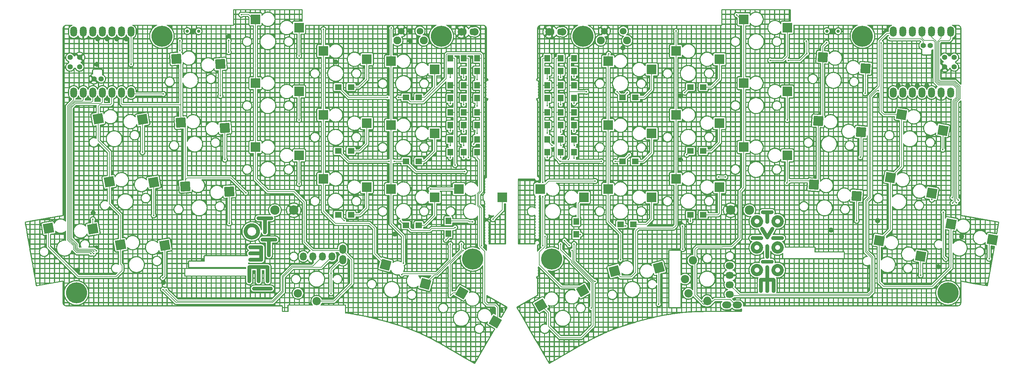
<source format=gbl>
G04 #@! TF.GenerationSoftware,KiCad,Pcbnew,9.0.2*
G04 #@! TF.CreationDate,2025-07-01T15:12:56+09:00*
G04 #@! TF.ProjectId,totem+1,746f7465-6d2b-4312-9e6b-696361645f70,0.3*
G04 #@! TF.SameCoordinates,Original*
G04 #@! TF.FileFunction,Copper,L2,Bot*
G04 #@! TF.FilePolarity,Positive*
%FSLAX46Y46*%
G04 Gerber Fmt 4.6, Leading zero omitted, Abs format (unit mm)*
G04 Created by KiCad (PCBNEW 9.0.2) date 2025-07-01 15:12:56*
%MOMM*%
%LPD*%
G01*
G04 APERTURE LIST*
G04 Aperture macros list*
%AMRotRect*
0 Rectangle, with rotation*
0 The origin of the aperture is its center*
0 $1 length*
0 $2 width*
0 $3 Rotation angle, in degrees counterclockwise*
0 Add horizontal line*
21,1,$1,$2,0,0,$3*%
G04 Aperture macros list end*
G04 #@! TA.AperFunction,NonConductor*
%ADD10C,0.000000*%
G04 #@! TD*
G04 #@! TA.AperFunction,SMDPad,CuDef*
%ADD11R,1.500000X1.800000*%
G04 #@! TD*
G04 #@! TA.AperFunction,SMDPad,CuDef*
%ADD12RotRect,2.600000X2.600000X10.000000*%
G04 #@! TD*
G04 #@! TA.AperFunction,SMDPad,CuDef*
%ADD13R,2.600000X2.600000*%
G04 #@! TD*
G04 #@! TA.AperFunction,SMDPad,CuDef*
%ADD14RotRect,2.600000X2.600000X4.000000*%
G04 #@! TD*
G04 #@! TA.AperFunction,SMDPad,CuDef*
%ADD15RotRect,2.600000X2.600000X356.000000*%
G04 #@! TD*
G04 #@! TA.AperFunction,ComponentPad*
%ADD16C,5.600000*%
G04 #@! TD*
G04 #@! TA.AperFunction,ComponentPad*
%ADD17O,1.800000X2.750000*%
G04 #@! TD*
G04 #@! TA.AperFunction,ComponentPad*
%ADD18C,1.397000*%
G04 #@! TD*
G04 #@! TA.AperFunction,ComponentPad*
%ADD19C,2.200000*%
G04 #@! TD*
G04 #@! TA.AperFunction,ComponentPad*
%ADD20O,1.800000X2.200000*%
G04 #@! TD*
G04 #@! TA.AperFunction,ComponentPad*
%ADD21O,1.800000X2.500000*%
G04 #@! TD*
G04 #@! TA.AperFunction,ComponentPad*
%ADD22C,2.500000*%
G04 #@! TD*
G04 #@! TA.AperFunction,SMDPad,CuDef*
%ADD23RotRect,2.600000X2.600000X350.000000*%
G04 #@! TD*
G04 #@! TA.AperFunction,SMDPad,CuDef*
%ADD24RotRect,2.600000X2.600000X345.000000*%
G04 #@! TD*
G04 #@! TA.AperFunction,WasherPad*
%ADD25C,0.900000*%
G04 #@! TD*
G04 #@! TA.AperFunction,ComponentPad*
%ADD26C,1.800000*%
G04 #@! TD*
G04 #@! TA.AperFunction,ComponentPad*
%ADD27C,2.100000*%
G04 #@! TD*
G04 #@! TA.AperFunction,SMDPad,CuDef*
%ADD28RotRect,2.600000X2.600000X15.000000*%
G04 #@! TD*
G04 #@! TA.AperFunction,SMDPad,CuDef*
%ADD29RotRect,2.600000X2.600000X30.000000*%
G04 #@! TD*
G04 #@! TA.AperFunction,SMDPad,CuDef*
%ADD30RotRect,2.600000X2.600000X330.000000*%
G04 #@! TD*
G04 #@! TA.AperFunction,ComponentPad*
%ADD31O,2.200000X1.800000*%
G04 #@! TD*
G04 #@! TA.AperFunction,ComponentPad*
%ADD32O,2.500000X1.800000*%
G04 #@! TD*
G04 #@! TA.AperFunction,ComponentPad*
%ADD33C,2.000000*%
G04 #@! TD*
G04 #@! TA.AperFunction,ComponentPad*
%ADD34O,1.200000X1.750000*%
G04 #@! TD*
G04 #@! TA.AperFunction,SMDPad,CuDef*
%ADD35R,1.800000X1.500000*%
G04 #@! TD*
G04 #@! TA.AperFunction,ViaPad*
%ADD36C,0.450000*%
G04 #@! TD*
G04 #@! TA.AperFunction,Conductor*
%ADD37C,0.200000*%
G04 #@! TD*
G04 APERTURE END LIST*
D10*
G04 #@! TA.AperFunction,NonConductor*
G36*
X215049055Y-113283144D02*
G01*
X215132113Y-113289473D01*
X215213973Y-113299896D01*
X215294531Y-113314308D01*
X215373683Y-113332606D01*
X215451325Y-113354688D01*
X215527356Y-113380449D01*
X215601671Y-113409787D01*
X215674166Y-113442597D01*
X215744740Y-113478777D01*
X215813288Y-113518224D01*
X215879706Y-113560833D01*
X215943892Y-113606502D01*
X216005742Y-113655127D01*
X216065153Y-113706604D01*
X216122022Y-113760832D01*
X216176245Y-113817705D01*
X216227718Y-113877121D01*
X216276339Y-113938976D01*
X216322004Y-114003167D01*
X216364610Y-114069591D01*
X216404053Y-114138144D01*
X216440230Y-114208723D01*
X216473038Y-114281224D01*
X216502373Y-114355545D01*
X216528132Y-114431582D01*
X216550212Y-114509230D01*
X216568509Y-114588388D01*
X216582919Y-114668952D01*
X216593341Y-114750818D01*
X216599670Y-114833883D01*
X216601802Y-114918044D01*
X216599670Y-115002205D01*
X216593341Y-115085270D01*
X216582919Y-115167136D01*
X216568509Y-115247699D01*
X216550212Y-115326857D01*
X216528132Y-115404507D01*
X216502373Y-115480543D01*
X216473038Y-115554864D01*
X216440230Y-115627365D01*
X216404053Y-115697944D01*
X216364610Y-115766497D01*
X216322004Y-115832921D01*
X216276339Y-115897113D01*
X216227718Y-115958968D01*
X216176245Y-116018384D01*
X216122022Y-116075257D01*
X216065153Y-116129484D01*
X216005742Y-116180962D01*
X215943892Y-116229587D01*
X215879706Y-116275256D01*
X215813288Y-116317865D01*
X215744740Y-116357312D01*
X215674166Y-116393492D01*
X215601671Y-116426303D01*
X215527356Y-116455640D01*
X215451325Y-116481402D01*
X215373683Y-116503483D01*
X215294531Y-116521782D01*
X215213973Y-116536194D01*
X215132113Y-116546616D01*
X215049055Y-116552946D01*
X214964900Y-116555078D01*
X214880746Y-116552946D01*
X214797687Y-116546616D01*
X214715827Y-116536194D01*
X214635269Y-116521782D01*
X214556117Y-116503483D01*
X214478474Y-116481402D01*
X214402443Y-116455640D01*
X214328127Y-116426303D01*
X214255631Y-116393492D01*
X214185057Y-116357312D01*
X214116509Y-116317865D01*
X214050090Y-116275256D01*
X213985903Y-116229587D01*
X213924052Y-116180962D01*
X213864640Y-116129484D01*
X213807771Y-116075257D01*
X213753548Y-116018384D01*
X213702073Y-115958968D01*
X213653452Y-115897113D01*
X213607786Y-115832921D01*
X213565180Y-115766497D01*
X213525736Y-115697944D01*
X213489558Y-115627365D01*
X213456750Y-115554864D01*
X213427414Y-115480543D01*
X213401655Y-115404507D01*
X213379575Y-115326857D01*
X213361277Y-115247699D01*
X213346866Y-115167136D01*
X213336445Y-115085270D01*
X213330116Y-115002205D01*
X213327983Y-114918044D01*
X214329890Y-114918044D01*
X214330721Y-114950606D01*
X214333185Y-114982775D01*
X214337242Y-115014509D01*
X214342851Y-115045765D01*
X214349972Y-115076501D01*
X214358563Y-115106677D01*
X214368585Y-115136249D01*
X214379996Y-115165175D01*
X214392756Y-115193415D01*
X214406824Y-115220925D01*
X214422160Y-115247663D01*
X214438722Y-115273589D01*
X214456470Y-115298659D01*
X214475363Y-115322831D01*
X214495362Y-115346065D01*
X214516423Y-115368317D01*
X214538509Y-115389545D01*
X214561576Y-115409709D01*
X214585586Y-115428765D01*
X214610496Y-115446672D01*
X214636268Y-115463388D01*
X214662858Y-115478870D01*
X214690228Y-115493078D01*
X214718337Y-115505968D01*
X214747143Y-115517498D01*
X214776605Y-115527628D01*
X214806685Y-115536314D01*
X214837339Y-115543516D01*
X214868529Y-115549190D01*
X214900213Y-115553295D01*
X214932350Y-115555788D01*
X214964900Y-115556629D01*
X214997459Y-115555798D01*
X215029625Y-115553333D01*
X215061355Y-115549274D01*
X215092608Y-115543661D01*
X215123341Y-115536533D01*
X215153513Y-115527930D01*
X215183082Y-115517894D01*
X215212006Y-115506464D01*
X215240242Y-115493679D01*
X215267749Y-115479581D01*
X215294485Y-115464209D01*
X215320408Y-115447603D01*
X215345475Y-115429802D01*
X215369645Y-115410849D01*
X215392876Y-115390781D01*
X215415126Y-115369640D01*
X215436353Y-115347465D01*
X215456514Y-115324297D01*
X215475569Y-115300175D01*
X215493474Y-115275139D01*
X215510188Y-115249230D01*
X215525669Y-115222488D01*
X215539875Y-115194953D01*
X215552763Y-115166664D01*
X215564293Y-115137662D01*
X215574422Y-115107987D01*
X215583107Y-115077679D01*
X215590308Y-115046778D01*
X215595981Y-115015324D01*
X215600086Y-114983357D01*
X215602579Y-114950917D01*
X215603420Y-114918044D01*
X215602589Y-114885181D01*
X215600124Y-114852771D01*
X215596065Y-114820851D01*
X215590452Y-114789462D01*
X215583325Y-114758640D01*
X215574724Y-114728426D01*
X215564688Y-114698858D01*
X215553259Y-114669975D01*
X215540476Y-114641816D01*
X215526379Y-114614418D01*
X215511008Y-114587822D01*
X215494403Y-114562065D01*
X215476605Y-114537187D01*
X215457653Y-114513227D01*
X215437587Y-114490222D01*
X215416448Y-114468213D01*
X215394275Y-114447237D01*
X215371109Y-114427333D01*
X215346990Y-114408541D01*
X215321957Y-114390898D01*
X215296051Y-114374444D01*
X215269311Y-114359218D01*
X215241779Y-114345257D01*
X215213493Y-114332602D01*
X215184494Y-114321290D01*
X215154822Y-114311361D01*
X215124517Y-114302853D01*
X215093620Y-114295805D01*
X215062169Y-114290256D01*
X215030205Y-114286244D01*
X214997769Y-114283809D01*
X214964900Y-114282988D01*
X214932040Y-114283819D01*
X214899632Y-114286283D01*
X214867715Y-114290340D01*
X214836327Y-114295950D01*
X214805508Y-114303071D01*
X214775297Y-114311664D01*
X214745731Y-114321686D01*
X214716850Y-114333098D01*
X214688692Y-114345859D01*
X214661297Y-114359929D01*
X214634702Y-114375265D01*
X214608948Y-114391829D01*
X214584071Y-114409578D01*
X214560113Y-114428473D01*
X214537110Y-114448473D01*
X214515102Y-114469536D01*
X214494127Y-114491623D01*
X214474225Y-114514693D01*
X214455434Y-114538704D01*
X214437792Y-114563616D01*
X214421340Y-114589389D01*
X214406114Y-114615982D01*
X214392155Y-114643354D01*
X214379501Y-114671464D01*
X214368190Y-114700272D01*
X214358261Y-114729737D01*
X214349754Y-114759818D01*
X214342706Y-114790475D01*
X214337158Y-114821667D01*
X214333146Y-114853352D01*
X214330711Y-114885492D01*
X214329890Y-114918044D01*
X213327983Y-114918044D01*
X213330116Y-114833883D01*
X213336444Y-114750818D01*
X213346866Y-114668952D01*
X213361277Y-114588388D01*
X213379574Y-114509230D01*
X213401653Y-114431582D01*
X213427413Y-114355545D01*
X213456748Y-114281224D01*
X213489556Y-114208723D01*
X213525733Y-114138144D01*
X213565176Y-114069591D01*
X213607782Y-114003167D01*
X213653447Y-113938976D01*
X213702068Y-113877121D01*
X213753542Y-113817705D01*
X213807765Y-113760832D01*
X213864634Y-113706604D01*
X213924046Y-113655127D01*
X213985896Y-113606502D01*
X214050083Y-113560833D01*
X214116502Y-113518224D01*
X214185050Y-113478777D01*
X214255624Y-113442597D01*
X214328121Y-113409787D01*
X214402437Y-113380449D01*
X214478468Y-113354688D01*
X214556112Y-113332606D01*
X214635265Y-113314308D01*
X214715823Y-113299896D01*
X214797685Y-113289473D01*
X214880745Y-113283144D01*
X214964900Y-113281011D01*
X215049055Y-113283144D01*
G37*
G04 #@! TD.AperFunction*
G04 #@! TA.AperFunction,NonConductor*
G36*
X80980272Y-102491392D02*
G01*
X81089616Y-102499730D01*
X81197385Y-102513459D01*
X81303444Y-102532443D01*
X81407654Y-102556546D01*
X81509881Y-102585632D01*
X81609988Y-102619565D01*
X81707839Y-102658207D01*
X81803297Y-102701423D01*
X81896226Y-102749077D01*
X81986490Y-102801032D01*
X82073952Y-102857151D01*
X82158477Y-102917300D01*
X82239927Y-102981340D01*
X82318167Y-103049136D01*
X82393060Y-103120552D01*
X82464470Y-103195451D01*
X82532261Y-103273698D01*
X82596296Y-103355155D01*
X82656440Y-103439686D01*
X82712555Y-103527155D01*
X82764506Y-103617426D01*
X82812155Y-103710363D01*
X82855368Y-103805828D01*
X82894007Y-103903687D01*
X82927937Y-104003802D01*
X82957021Y-104106037D01*
X82981122Y-104210256D01*
X83000105Y-104316323D01*
X83013833Y-104424101D01*
X83022169Y-104533454D01*
X83024978Y-104644246D01*
X83022169Y-104755038D01*
X83013833Y-104864391D01*
X83000105Y-104972169D01*
X82981122Y-105078236D01*
X82957021Y-105182455D01*
X82927937Y-105284690D01*
X82894007Y-105384805D01*
X82855368Y-105482664D01*
X82812156Y-105578129D01*
X82764506Y-105671066D01*
X82712555Y-105761337D01*
X82656440Y-105848806D01*
X82596297Y-105933338D01*
X82532261Y-106014795D01*
X82464471Y-106093041D01*
X82393060Y-106167940D01*
X82318167Y-106239356D01*
X82239927Y-106307152D01*
X82158477Y-106371193D01*
X82073952Y-106431341D01*
X81986490Y-106487460D01*
X81896226Y-106539415D01*
X81803297Y-106587069D01*
X81707839Y-106630285D01*
X81609989Y-106668928D01*
X81509882Y-106702860D01*
X81407655Y-106731946D01*
X81303444Y-106756049D01*
X81197386Y-106775033D01*
X81089616Y-106788762D01*
X80980272Y-106797100D01*
X80869489Y-106799909D01*
X80758706Y-106797100D01*
X80649362Y-106788762D01*
X80541593Y-106775033D01*
X80435535Y-106756049D01*
X80331324Y-106731946D01*
X80229097Y-106702860D01*
X80128990Y-106668928D01*
X80031139Y-106630285D01*
X79935681Y-106587069D01*
X79842752Y-106539415D01*
X79752489Y-106487460D01*
X79665026Y-106431341D01*
X79580502Y-106371193D01*
X79499051Y-106307152D01*
X79420812Y-106239356D01*
X79345918Y-106167940D01*
X79274508Y-106093041D01*
X79206717Y-106014795D01*
X79142682Y-105933338D01*
X79082539Y-105848806D01*
X79026424Y-105761337D01*
X78974473Y-105671066D01*
X78926823Y-105578129D01*
X78883610Y-105482664D01*
X78844971Y-105384805D01*
X78811042Y-105284690D01*
X78781958Y-105182455D01*
X78757857Y-105078236D01*
X78738874Y-104972169D01*
X78725146Y-104864391D01*
X78716809Y-104755038D01*
X78714090Y-104647774D01*
X79715897Y-104647774D01*
X79717404Y-104707268D01*
X79721876Y-104765966D01*
X79729239Y-104823797D01*
X79739420Y-104880690D01*
X79752345Y-104936572D01*
X79767941Y-104991373D01*
X79786133Y-105045019D01*
X79806848Y-105097440D01*
X79830013Y-105148564D01*
X79855554Y-105198319D01*
X79883397Y-105246633D01*
X79913468Y-105293435D01*
X79945694Y-105338653D01*
X79980002Y-105382215D01*
X80016317Y-105424050D01*
X80054566Y-105464086D01*
X80094676Y-105502251D01*
X80136572Y-105538473D01*
X80180182Y-105572681D01*
X80225431Y-105604803D01*
X80272245Y-105634767D01*
X80320552Y-105662502D01*
X80370278Y-105687936D01*
X80421348Y-105710997D01*
X80473689Y-105731614D01*
X80527229Y-105749714D01*
X80581892Y-105765226D01*
X80637605Y-105778079D01*
X80694295Y-105788201D01*
X80751889Y-105795519D01*
X80810311Y-105799963D01*
X80869489Y-105801460D01*
X80928978Y-105799952D01*
X80987672Y-105795480D01*
X81045498Y-105788116D01*
X81102386Y-105777934D01*
X81158264Y-105765008D01*
X81213060Y-105749412D01*
X81266702Y-105731218D01*
X81319119Y-105710501D01*
X81370239Y-105687334D01*
X81419990Y-105661792D01*
X81468300Y-105633947D01*
X81515098Y-105603873D01*
X81560313Y-105571644D01*
X81603871Y-105537334D01*
X81645703Y-105501015D01*
X81685735Y-105462763D01*
X81723897Y-105422650D01*
X81760116Y-105380750D01*
X81794321Y-105337137D01*
X81826441Y-105291885D01*
X81856403Y-105245066D01*
X81884135Y-105196756D01*
X81909567Y-105147026D01*
X81932626Y-105095952D01*
X81953241Y-105043606D01*
X81971340Y-104990063D01*
X81986851Y-104935395D01*
X81999703Y-104879677D01*
X82009824Y-104822982D01*
X82017141Y-104765385D01*
X82021585Y-104706957D01*
X82023082Y-104647774D01*
X82021574Y-104588581D01*
X82017103Y-104530124D01*
X82009739Y-104472478D01*
X81999558Y-104415719D01*
X81986633Y-104359922D01*
X81971038Y-104305160D01*
X81952846Y-104251509D01*
X81932130Y-104199045D01*
X81908966Y-104147842D01*
X81883425Y-104097974D01*
X81855582Y-104049518D01*
X81825511Y-104002547D01*
X81793284Y-103957137D01*
X81758977Y-103913363D01*
X81722661Y-103871299D01*
X81684412Y-103831021D01*
X81644303Y-103792604D01*
X81602406Y-103756122D01*
X81558797Y-103721650D01*
X81513548Y-103689264D01*
X81466733Y-103659038D01*
X81418427Y-103631047D01*
X81368701Y-103605366D01*
X81317631Y-103582071D01*
X81265289Y-103561235D01*
X81211750Y-103542934D01*
X81157087Y-103527244D01*
X81101374Y-103514238D01*
X81044684Y-103503991D01*
X80987090Y-103496580D01*
X80928668Y-103492078D01*
X80869489Y-103490561D01*
X80810311Y-103492068D01*
X80751889Y-103496541D01*
X80694295Y-103503907D01*
X80637605Y-103514093D01*
X80581892Y-103527026D01*
X80527229Y-103542632D01*
X80473689Y-103560839D01*
X80421348Y-103581575D01*
X80370278Y-103604765D01*
X80320552Y-103630337D01*
X80272245Y-103658217D01*
X80225431Y-103688334D01*
X80180182Y-103720613D01*
X80136572Y-103754983D01*
X80094676Y-103791369D01*
X80054566Y-103829699D01*
X80016317Y-103869899D01*
X79980002Y-103911898D01*
X79945694Y-103955622D01*
X79913468Y-104000997D01*
X79883397Y-104047951D01*
X79855554Y-104096411D01*
X79830013Y-104146304D01*
X79806848Y-104197557D01*
X79786133Y-104250097D01*
X79767941Y-104303850D01*
X79752345Y-104358745D01*
X79739420Y-104414707D01*
X79729239Y-104471664D01*
X79721876Y-104529543D01*
X79717404Y-104588270D01*
X79715897Y-104647774D01*
X78714090Y-104647774D01*
X78714000Y-104644246D01*
X78716809Y-104533454D01*
X78725146Y-104424101D01*
X78738874Y-104316323D01*
X78757857Y-104210256D01*
X78781958Y-104106037D01*
X78811042Y-104003802D01*
X78844971Y-103903687D01*
X78883610Y-103805828D01*
X78926823Y-103710363D01*
X78974473Y-103617426D01*
X79026424Y-103527155D01*
X79082539Y-103439686D01*
X79142682Y-103355155D01*
X79206717Y-103273698D01*
X79274508Y-103195451D01*
X79345918Y-103120552D01*
X79420811Y-103049136D01*
X79499051Y-102981340D01*
X79580502Y-102917300D01*
X79665026Y-102857151D01*
X79752489Y-102801032D01*
X79842752Y-102749077D01*
X79935681Y-102701423D01*
X80031139Y-102658207D01*
X80128990Y-102619565D01*
X80229097Y-102585632D01*
X80331324Y-102556546D01*
X80435535Y-102532443D01*
X80541593Y-102513459D01*
X80649362Y-102499730D01*
X80758706Y-102491392D01*
X80869489Y-102488583D01*
X80980272Y-102491392D01*
G37*
G04 #@! TD.AperFunction*
G04 #@! TA.AperFunction,NonConductor*
G36*
X218924360Y-112223232D02*
G01*
X218949957Y-112225150D01*
X218975162Y-112228310D01*
X218999946Y-112232681D01*
X219024277Y-112238233D01*
X219048126Y-112244935D01*
X219071462Y-112252758D01*
X219094255Y-112261670D01*
X219116474Y-112271642D01*
X219138089Y-112282643D01*
X219159070Y-112294643D01*
X219179386Y-112307611D01*
X219199007Y-112321517D01*
X219217903Y-112336331D01*
X219236043Y-112352022D01*
X219253396Y-112368560D01*
X219269933Y-112385915D01*
X219285624Y-112404056D01*
X219300437Y-112422952D01*
X219314342Y-112442574D01*
X219327310Y-112462891D01*
X219339309Y-112483873D01*
X219350310Y-112505490D01*
X219360281Y-112527710D01*
X219369193Y-112550504D01*
X219377015Y-112573841D01*
X219383718Y-112597691D01*
X219389269Y-112622024D01*
X219393640Y-112646809D01*
X219396800Y-112672016D01*
X219398718Y-112697614D01*
X219399364Y-112723574D01*
X219398708Y-112749533D01*
X219396761Y-112775131D01*
X219393556Y-112800338D01*
X219389125Y-112825123D01*
X219383500Y-112849456D01*
X219376713Y-112873306D01*
X219368798Y-112896643D01*
X219359785Y-112919437D01*
X219349708Y-112941657D01*
X219338599Y-112963274D01*
X219326490Y-112984256D01*
X219313413Y-113004573D01*
X219299401Y-113024195D01*
X219284485Y-113043091D01*
X219268699Y-113061232D01*
X219252075Y-113078587D01*
X219234644Y-113095125D01*
X219216439Y-113110816D01*
X219197493Y-113125630D01*
X219177837Y-113139536D01*
X219157505Y-113152504D01*
X219136527Y-113164504D01*
X219114938Y-113175505D01*
X219092768Y-113185477D01*
X219070050Y-113194389D01*
X219046817Y-113202212D01*
X219023101Y-113208915D01*
X218998934Y-113214466D01*
X218974348Y-113218837D01*
X218949376Y-113221997D01*
X218924050Y-113223915D01*
X218898402Y-113224561D01*
X216534770Y-113224561D01*
X216508812Y-113223915D01*
X216483216Y-113221997D01*
X216458011Y-113218837D01*
X216433227Y-113214466D01*
X216408896Y-113208915D01*
X216385048Y-113202212D01*
X216361712Y-113194389D01*
X216338920Y-113185477D01*
X216316702Y-113175505D01*
X216295087Y-113164504D01*
X216274107Y-113152504D01*
X216253791Y-113139536D01*
X216234171Y-113125630D01*
X216215276Y-113110816D01*
X216197137Y-113095125D01*
X216179784Y-113078587D01*
X216163248Y-113061232D01*
X216147558Y-113043091D01*
X216132746Y-113024195D01*
X216118841Y-113004573D01*
X216105874Y-112984256D01*
X216093875Y-112963274D01*
X216082876Y-112941657D01*
X216072905Y-112919437D01*
X216063993Y-112896643D01*
X216056171Y-112873306D01*
X216049469Y-112849456D01*
X216043918Y-112825123D01*
X216039548Y-112800338D01*
X216036388Y-112775131D01*
X216034470Y-112749533D01*
X216033824Y-112723574D01*
X216034480Y-112697614D01*
X216036427Y-112672016D01*
X216039632Y-112646809D01*
X216044063Y-112622024D01*
X216049688Y-112597691D01*
X216056475Y-112573841D01*
X216064390Y-112550504D01*
X216073402Y-112527710D01*
X216083479Y-112505490D01*
X216094588Y-112483873D01*
X216106698Y-112462891D01*
X216119774Y-112442574D01*
X216133786Y-112422952D01*
X216148701Y-112404056D01*
X216164487Y-112385915D01*
X216181112Y-112368560D01*
X216198542Y-112352022D01*
X216216746Y-112336331D01*
X216235692Y-112321517D01*
X216255347Y-112307611D01*
X216275679Y-112294643D01*
X216296656Y-112282643D01*
X216318245Y-112271642D01*
X216340414Y-112261670D01*
X216363130Y-112252758D01*
X216386362Y-112244935D01*
X216410078Y-112238233D01*
X216434244Y-112232681D01*
X216458828Y-112228310D01*
X216483799Y-112225150D01*
X216509124Y-112223232D01*
X216534770Y-112222586D01*
X218898402Y-112222586D01*
X218924360Y-112223232D01*
G37*
G04 #@! TD.AperFunction*
G04 #@! TA.AperFunction,NonConductor*
G36*
X85961374Y-119367610D02*
G01*
X85986971Y-119369528D01*
X86012176Y-119372688D01*
X86036959Y-119377059D01*
X86061289Y-119382611D01*
X86085138Y-119389314D01*
X86108473Y-119397136D01*
X86131265Y-119406049D01*
X86153484Y-119416021D01*
X86175099Y-119427022D01*
X86196079Y-119439021D01*
X86216394Y-119451990D01*
X86236015Y-119465896D01*
X86254910Y-119480710D01*
X86273049Y-119496401D01*
X86290403Y-119512939D01*
X86306939Y-119530293D01*
X86322629Y-119548434D01*
X86337442Y-119567330D01*
X86351347Y-119586953D01*
X86364314Y-119607270D01*
X86376313Y-119628252D01*
X86387313Y-119649868D01*
X86397284Y-119672088D01*
X86406196Y-119694882D01*
X86414018Y-119718219D01*
X86420720Y-119742070D01*
X86426271Y-119766403D01*
X86430642Y-119791188D01*
X86433801Y-119816394D01*
X86435719Y-119841993D01*
X86436365Y-119867952D01*
X86435709Y-119893912D01*
X86433763Y-119919510D01*
X86430558Y-119944717D01*
X86426126Y-119969502D01*
X86420502Y-119993835D01*
X86413715Y-120017685D01*
X86405800Y-120041022D01*
X86396788Y-120063816D01*
X86386711Y-120086036D01*
X86375602Y-120107653D01*
X86363493Y-120128635D01*
X86350416Y-120148952D01*
X86336405Y-120168574D01*
X86321489Y-120187470D01*
X86305704Y-120205611D01*
X86289080Y-120222966D01*
X86271649Y-120239504D01*
X86253445Y-120255195D01*
X86234499Y-120270009D01*
X86214844Y-120283915D01*
X86194512Y-120296883D01*
X86173535Y-120308883D01*
X86151946Y-120319884D01*
X86129777Y-120329856D01*
X86107060Y-120338768D01*
X86083828Y-120346591D01*
X86060112Y-120353293D01*
X86035946Y-120358845D01*
X86011361Y-120363216D01*
X85986389Y-120366376D01*
X85961064Y-120368294D01*
X85935417Y-120368940D01*
X81444521Y-120368940D01*
X81418564Y-120368294D01*
X81392967Y-120366376D01*
X81367763Y-120363216D01*
X81342980Y-120358845D01*
X81318649Y-120353293D01*
X81294800Y-120346591D01*
X81271465Y-120338768D01*
X81248673Y-120329856D01*
X81226454Y-120319884D01*
X81204840Y-120308883D01*
X81183859Y-120296883D01*
X81163544Y-120283915D01*
X81143923Y-120270009D01*
X81125028Y-120255195D01*
X81106889Y-120239504D01*
X81089536Y-120222966D01*
X81072999Y-120205611D01*
X81057309Y-120187470D01*
X81042497Y-120168574D01*
X81028592Y-120148952D01*
X81015624Y-120128635D01*
X81003626Y-120107653D01*
X80992625Y-120086036D01*
X80982654Y-120063816D01*
X80973742Y-120041022D01*
X80965920Y-120017685D01*
X80959219Y-119993835D01*
X80953667Y-119969502D01*
X80949296Y-119944717D01*
X80946137Y-119919510D01*
X80944219Y-119893912D01*
X80943573Y-119867952D01*
X80944229Y-119841993D01*
X80946176Y-119816394D01*
X80949381Y-119791188D01*
X80953812Y-119766403D01*
X80959437Y-119742070D01*
X80966223Y-119718219D01*
X80974138Y-119694882D01*
X80983150Y-119672088D01*
X80993227Y-119649868D01*
X81004336Y-119628252D01*
X81016445Y-119607270D01*
X81029522Y-119586953D01*
X81043534Y-119567330D01*
X81058449Y-119548434D01*
X81074235Y-119530293D01*
X81090859Y-119512939D01*
X81108289Y-119496401D01*
X81126493Y-119480710D01*
X81145439Y-119465896D01*
X81165094Y-119451990D01*
X81185426Y-119439021D01*
X81206403Y-119427022D01*
X81227992Y-119416021D01*
X81250161Y-119406049D01*
X81272878Y-119397136D01*
X81296111Y-119389314D01*
X81319826Y-119382611D01*
X81343993Y-119377059D01*
X81368578Y-119372688D01*
X81393549Y-119369528D01*
X81418874Y-119367610D01*
X81444521Y-119366964D01*
X85935417Y-119366964D01*
X85961374Y-119367610D01*
G37*
G04 #@! TD.AperFunction*
G04 #@! TA.AperFunction,NonConductor*
G36*
X87164357Y-106334847D02*
G01*
X87189953Y-106336765D01*
X87215158Y-106339925D01*
X87239941Y-106344296D01*
X87264272Y-106349848D01*
X87288120Y-106356551D01*
X87311456Y-106364373D01*
X87334248Y-106373286D01*
X87356466Y-106383258D01*
X87378081Y-106394259D01*
X87399061Y-106406259D01*
X87419377Y-106419227D01*
X87438997Y-106433133D01*
X87457892Y-106447947D01*
X87476032Y-106463638D01*
X87493385Y-106480176D01*
X87509921Y-106497531D01*
X87525611Y-106515671D01*
X87540424Y-106534568D01*
X87554329Y-106554190D01*
X87567296Y-106574507D01*
X87579295Y-106595489D01*
X87590295Y-106617105D01*
X87600266Y-106639326D01*
X87609178Y-106662120D01*
X87617000Y-106685457D01*
X87623702Y-106709308D01*
X87629253Y-106733640D01*
X87633624Y-106758425D01*
X87636783Y-106783632D01*
X87638701Y-106809231D01*
X87639347Y-106835190D01*
X87638691Y-106861150D01*
X87636745Y-106886748D01*
X87633540Y-106911955D01*
X87629108Y-106936740D01*
X87623484Y-106961073D01*
X87616697Y-106984923D01*
X87608782Y-107008260D01*
X87599770Y-107031054D01*
X87589693Y-107053275D01*
X87578584Y-107074891D01*
X87566475Y-107095873D01*
X87553398Y-107116190D01*
X87539386Y-107135812D01*
X87524472Y-107154709D01*
X87508686Y-107172850D01*
X87492062Y-107190204D01*
X87474631Y-107206742D01*
X87456427Y-107222433D01*
X87437481Y-107237247D01*
X87417826Y-107251153D01*
X87397494Y-107264121D01*
X87376517Y-107276121D01*
X87354928Y-107287122D01*
X87332759Y-107297094D01*
X87310042Y-107306007D01*
X87286810Y-107313829D01*
X87263094Y-107320532D01*
X87238928Y-107326084D01*
X87214343Y-107330455D01*
X87189372Y-107333614D01*
X87164046Y-107335533D01*
X87138399Y-107336179D01*
X85917778Y-107336179D01*
X85917778Y-110987752D01*
X85917132Y-111013711D01*
X85915214Y-111039309D01*
X85912055Y-111064516D01*
X85907684Y-111089301D01*
X85902133Y-111113634D01*
X85895431Y-111137484D01*
X85887609Y-111160821D01*
X85878697Y-111183615D01*
X85868726Y-111205836D01*
X85857726Y-111227452D01*
X85845727Y-111248434D01*
X85832760Y-111268751D01*
X85818855Y-111288373D01*
X85804042Y-111307270D01*
X85788352Y-111325410D01*
X85771815Y-111342765D01*
X85754462Y-111359303D01*
X85736323Y-111374994D01*
X85717428Y-111389808D01*
X85697807Y-111403714D01*
X85677492Y-111416682D01*
X85656511Y-111428682D01*
X85634897Y-111439683D01*
X85612678Y-111449655D01*
X85589886Y-111458568D01*
X85566551Y-111466390D01*
X85542702Y-111473093D01*
X85518371Y-111478645D01*
X85493588Y-111483016D01*
X85468384Y-111486175D01*
X85442787Y-111488094D01*
X85416830Y-111488740D01*
X85390872Y-111488084D01*
X85365276Y-111486137D01*
X85340071Y-111482931D01*
X85315288Y-111478500D01*
X85290957Y-111472875D01*
X85267109Y-111466088D01*
X85243773Y-111458172D01*
X85220981Y-111449159D01*
X85198763Y-111439082D01*
X85177148Y-111427972D01*
X85156168Y-111415862D01*
X85135852Y-111402784D01*
X85116232Y-111388771D01*
X85097337Y-111373855D01*
X85079197Y-111358068D01*
X85061844Y-111341442D01*
X85045308Y-111324010D01*
X85029618Y-111305805D01*
X85014805Y-111286857D01*
X85000900Y-111267201D01*
X84987933Y-111246867D01*
X84975934Y-111225889D01*
X84964934Y-111204298D01*
X84954963Y-111182127D01*
X84946051Y-111159408D01*
X84938229Y-111136174D01*
X84931527Y-111112457D01*
X84925976Y-111088288D01*
X84921605Y-111063701D01*
X84918445Y-111038728D01*
X84916527Y-111013401D01*
X84915881Y-110987752D01*
X84915881Y-107336179D01*
X83695261Y-107336179D01*
X83669303Y-107335533D01*
X83643707Y-107333614D01*
X83618502Y-107330455D01*
X83593719Y-107326084D01*
X83569388Y-107320532D01*
X83545540Y-107313829D01*
X83522205Y-107306007D01*
X83499412Y-107297094D01*
X83477194Y-107287122D01*
X83455579Y-107276121D01*
X83434599Y-107264121D01*
X83414284Y-107251153D01*
X83394663Y-107237247D01*
X83375768Y-107222433D01*
X83357629Y-107206742D01*
X83340275Y-107190204D01*
X83323739Y-107172850D01*
X83308049Y-107154709D01*
X83293236Y-107135812D01*
X83279331Y-107116190D01*
X83266364Y-107095873D01*
X83254365Y-107074891D01*
X83243365Y-107053275D01*
X83233394Y-107031054D01*
X83224482Y-107008260D01*
X83216660Y-106984923D01*
X83209958Y-106961073D01*
X83204407Y-106936740D01*
X83200036Y-106911955D01*
X83196876Y-106886748D01*
X83194958Y-106861150D01*
X83194312Y-106835190D01*
X83194968Y-106809231D01*
X83196915Y-106783632D01*
X83200120Y-106758425D01*
X83204551Y-106733640D01*
X83210176Y-106709308D01*
X83216962Y-106685457D01*
X83224878Y-106662120D01*
X83233890Y-106639326D01*
X83243967Y-106617105D01*
X83255076Y-106595489D01*
X83267185Y-106574507D01*
X83280261Y-106554190D01*
X83294273Y-106534568D01*
X83309188Y-106515671D01*
X83324974Y-106497531D01*
X83341598Y-106480176D01*
X83359029Y-106463638D01*
X83377233Y-106447947D01*
X83396179Y-106433133D01*
X83415834Y-106419227D01*
X83436166Y-106406259D01*
X83457143Y-106394259D01*
X83478732Y-106383258D01*
X83500901Y-106373286D01*
X83523618Y-106364373D01*
X83546850Y-106356551D01*
X83570566Y-106349848D01*
X83594732Y-106344296D01*
X83619317Y-106339925D01*
X83644289Y-106336765D01*
X83669614Y-106334847D01*
X83695261Y-106334201D01*
X87138399Y-106334201D01*
X87164357Y-106334847D01*
G37*
G04 #@! TD.AperFunction*
G04 #@! TA.AperFunction,NonConductor*
G36*
X219118325Y-103444392D02*
G01*
X219142487Y-103446080D01*
X219166618Y-103448942D01*
X219190677Y-103452988D01*
X219214621Y-103458227D01*
X219238407Y-103464669D01*
X219261993Y-103472323D01*
X219285336Y-103481200D01*
X219308393Y-103491308D01*
X219331122Y-103502658D01*
X219353481Y-103515260D01*
X219375164Y-103529289D01*
X219395886Y-103544227D01*
X219415638Y-103560030D01*
X219434410Y-103576657D01*
X219452192Y-103594063D01*
X219468975Y-103612208D01*
X219484749Y-103631048D01*
X219499505Y-103650540D01*
X219513231Y-103670642D01*
X219525920Y-103691311D01*
X219537561Y-103712504D01*
X219548144Y-103734180D01*
X219557660Y-103756295D01*
X219566100Y-103778807D01*
X219573453Y-103801672D01*
X219579709Y-103824849D01*
X219584860Y-103848295D01*
X219588895Y-103871967D01*
X219591805Y-103895822D01*
X219593580Y-103919818D01*
X219594210Y-103943913D01*
X219593685Y-103968062D01*
X219591997Y-103992225D01*
X219589135Y-104016358D01*
X219585090Y-104040419D01*
X219579851Y-104064365D01*
X219573410Y-104088153D01*
X219565756Y-104111741D01*
X219556880Y-104135086D01*
X219546772Y-104158145D01*
X219535423Y-104180877D01*
X219522823Y-104203237D01*
X218143443Y-106489439D01*
X218126053Y-106516552D01*
X218107015Y-106542291D01*
X218086417Y-106566604D01*
X218064346Y-106589438D01*
X218040890Y-106610743D01*
X218016137Y-106630466D01*
X217990175Y-106648556D01*
X217963092Y-106664961D01*
X217934975Y-106679630D01*
X217905913Y-106692511D01*
X217875992Y-106703552D01*
X217845302Y-106712701D01*
X217813929Y-106719907D01*
X217781961Y-106725118D01*
X217749487Y-106728283D01*
X217716594Y-106729349D01*
X217709499Y-106729349D01*
X217693327Y-106729082D01*
X217677228Y-106728283D01*
X217661212Y-106726960D01*
X217645292Y-106725118D01*
X217629478Y-106722765D01*
X217613780Y-106719907D01*
X217598211Y-106716550D01*
X217582780Y-106712701D01*
X217552379Y-106703552D01*
X217522665Y-106692511D01*
X217493726Y-106679631D01*
X217465650Y-106664962D01*
X217438525Y-106648557D01*
X217412438Y-106630467D01*
X217387478Y-106610743D01*
X217363732Y-106589439D01*
X217341288Y-106566604D01*
X217330582Y-106554630D01*
X217320235Y-106542292D01*
X217310257Y-106529598D01*
X217300659Y-106516553D01*
X217291453Y-106503165D01*
X217282649Y-106489439D01*
X215903270Y-104203237D01*
X215890359Y-104180867D01*
X215878739Y-104158107D01*
X215868398Y-104135002D01*
X215859325Y-104111597D01*
X215851506Y-104087935D01*
X215844933Y-104064063D01*
X215839591Y-104040024D01*
X215835471Y-104015863D01*
X215832559Y-103991624D01*
X215830845Y-103967352D01*
X215830318Y-103943092D01*
X215830964Y-103918888D01*
X215832773Y-103894785D01*
X215835734Y-103870828D01*
X215839834Y-103847060D01*
X215845062Y-103823527D01*
X215851406Y-103800273D01*
X215858854Y-103777342D01*
X215867396Y-103754780D01*
X215877019Y-103732630D01*
X215887712Y-103710938D01*
X215899463Y-103689748D01*
X215912260Y-103669104D01*
X215926092Y-103649052D01*
X215940948Y-103629635D01*
X215956815Y-103610898D01*
X215973682Y-103592886D01*
X215991538Y-103575644D01*
X216010370Y-103559216D01*
X216030168Y-103543646D01*
X216050919Y-103528979D01*
X216072612Y-103515260D01*
X216094970Y-103502659D01*
X216117699Y-103491308D01*
X216140756Y-103481200D01*
X216164099Y-103472323D01*
X216187685Y-103464669D01*
X216211471Y-103458227D01*
X216235414Y-103452988D01*
X216259473Y-103448943D01*
X216283603Y-103446080D01*
X216307764Y-103444392D01*
X216331912Y-103443868D01*
X216356004Y-103444498D01*
X216379998Y-103446273D01*
X216403851Y-103449183D01*
X216427521Y-103453218D01*
X216450965Y-103458369D01*
X216474140Y-103464626D01*
X216497004Y-103471979D01*
X216519514Y-103480419D01*
X216541628Y-103489936D01*
X216563302Y-103500520D01*
X216584494Y-103512161D01*
X216605162Y-103524850D01*
X216625263Y-103538578D01*
X216644754Y-103553334D01*
X216663593Y-103569108D01*
X216681737Y-103585892D01*
X216699143Y-103603675D01*
X216715769Y-103622448D01*
X216731572Y-103642201D01*
X216746510Y-103662924D01*
X216760539Y-103684608D01*
X217713039Y-105261664D01*
X218665553Y-103684608D01*
X218679582Y-103662924D01*
X218694518Y-103642201D01*
X218710320Y-103622448D01*
X218726945Y-103603675D01*
X218744351Y-103585892D01*
X218762494Y-103569108D01*
X218781332Y-103553334D01*
X218800823Y-103538578D01*
X218820924Y-103524850D01*
X218841592Y-103512161D01*
X218862784Y-103500520D01*
X218884458Y-103489936D01*
X218906572Y-103480419D01*
X218929082Y-103471979D01*
X218951946Y-103464626D01*
X218975122Y-103458369D01*
X218998566Y-103453218D01*
X219022236Y-103449183D01*
X219046090Y-103446273D01*
X219070085Y-103444498D01*
X219094177Y-103443868D01*
X219118325Y-103444392D01*
G37*
G04 #@! TD.AperFunction*
G04 #@! TA.AperFunction,NonConductor*
G36*
X218924360Y-99021118D02*
G01*
X218949957Y-99023036D01*
X218975162Y-99026196D01*
X218999946Y-99030567D01*
X219024277Y-99036119D01*
X219048126Y-99042821D01*
X219071462Y-99050644D01*
X219094255Y-99059557D01*
X219116474Y-99069528D01*
X219138089Y-99080530D01*
X219159070Y-99092529D01*
X219179386Y-99105497D01*
X219199007Y-99119404D01*
X219217903Y-99134218D01*
X219236043Y-99149909D01*
X219253396Y-99166447D01*
X219269933Y-99183801D01*
X219285624Y-99201942D01*
X219300437Y-99220839D01*
X219314342Y-99240461D01*
X219327310Y-99260778D01*
X219339309Y-99281760D01*
X219350310Y-99303376D01*
X219360281Y-99325597D01*
X219369193Y-99348390D01*
X219377015Y-99371728D01*
X219383718Y-99395578D01*
X219389269Y-99419911D01*
X219393640Y-99444696D01*
X219396800Y-99469903D01*
X219398718Y-99495501D01*
X219399364Y-99521461D01*
X219398708Y-99547420D01*
X219396761Y-99573018D01*
X219393556Y-99598225D01*
X219389125Y-99623010D01*
X219383500Y-99647343D01*
X219376713Y-99671193D01*
X219368798Y-99694531D01*
X219359785Y-99717325D01*
X219349708Y-99739545D01*
X219338599Y-99761161D01*
X219326490Y-99782143D01*
X219313413Y-99802461D01*
X219299401Y-99822083D01*
X219284485Y-99840979D01*
X219268699Y-99859120D01*
X219252075Y-99876475D01*
X219234644Y-99893013D01*
X219216439Y-99908704D01*
X219197493Y-99923518D01*
X219177837Y-99937424D01*
X219157505Y-99950392D01*
X219136527Y-99962392D01*
X219114938Y-99973393D01*
X219092768Y-99983365D01*
X219070050Y-99992277D01*
X219046817Y-100000100D01*
X219023101Y-100006802D01*
X218998934Y-100012354D01*
X218974348Y-100016725D01*
X218949376Y-100019885D01*
X218924050Y-100021803D01*
X218898402Y-100022449D01*
X218217540Y-100022449D01*
X218217540Y-102104024D01*
X218216894Y-102129983D01*
X218214976Y-102155582D01*
X218211816Y-102180788D01*
X218207445Y-102205573D01*
X218201894Y-102229906D01*
X218195192Y-102253756D01*
X218187370Y-102277094D01*
X218178458Y-102299888D01*
X218168486Y-102322108D01*
X218157486Y-102343725D01*
X218145487Y-102364706D01*
X218132519Y-102385024D01*
X218118614Y-102404646D01*
X218103801Y-102423542D01*
X218088111Y-102441683D01*
X218071575Y-102459038D01*
X218054221Y-102475576D01*
X218036082Y-102491267D01*
X218017187Y-102506081D01*
X217997566Y-102519987D01*
X217977251Y-102532955D01*
X217956270Y-102544955D01*
X217934656Y-102555956D01*
X217912438Y-102565928D01*
X217889646Y-102574840D01*
X217866311Y-102582663D01*
X217842463Y-102589365D01*
X217818133Y-102594917D01*
X217793350Y-102599288D01*
X217768146Y-102602448D01*
X217742551Y-102604366D01*
X217716594Y-102605012D01*
X217690636Y-102604356D01*
X217665039Y-102602409D01*
X217639834Y-102599204D01*
X217615050Y-102594773D01*
X217590719Y-102589147D01*
X217566870Y-102582361D01*
X217543534Y-102574445D01*
X217520741Y-102565432D01*
X217498522Y-102555354D01*
X217476907Y-102544244D01*
X217455926Y-102532134D01*
X217435610Y-102519057D01*
X217415989Y-102505043D01*
X217397094Y-102490127D01*
X217378954Y-102474340D01*
X217361600Y-102457715D01*
X217345063Y-102440283D01*
X217329373Y-102422077D01*
X217314560Y-102403130D01*
X217300654Y-102383473D01*
X217287687Y-102363140D01*
X217275687Y-102342161D01*
X217264687Y-102320570D01*
X217254715Y-102298399D01*
X217245803Y-102275681D01*
X217237981Y-102252446D01*
X217231279Y-102228729D01*
X217225727Y-102204560D01*
X217221356Y-102179974D01*
X217218197Y-102155000D01*
X217216279Y-102129673D01*
X217215633Y-102104024D01*
X217215633Y-100029507D01*
X216534770Y-100029507D01*
X216534770Y-100022449D01*
X216508812Y-100021803D01*
X216483216Y-100019885D01*
X216458011Y-100016725D01*
X216433227Y-100012354D01*
X216408896Y-100006802D01*
X216385048Y-100000100D01*
X216361712Y-99992277D01*
X216338920Y-99983365D01*
X216316702Y-99973393D01*
X216295087Y-99962392D01*
X216274107Y-99950392D01*
X216253791Y-99937424D01*
X216234171Y-99923518D01*
X216215276Y-99908704D01*
X216197137Y-99893013D01*
X216179784Y-99876475D01*
X216163248Y-99859120D01*
X216147558Y-99840979D01*
X216132746Y-99822083D01*
X216118841Y-99802461D01*
X216105874Y-99782143D01*
X216093875Y-99761161D01*
X216082876Y-99739545D01*
X216072905Y-99717325D01*
X216063993Y-99694531D01*
X216056171Y-99671193D01*
X216049469Y-99647343D01*
X216043918Y-99623010D01*
X216039548Y-99598225D01*
X216036388Y-99573018D01*
X216034470Y-99547420D01*
X216033824Y-99521461D01*
X216034480Y-99495501D01*
X216036427Y-99469903D01*
X216039632Y-99444696D01*
X216044063Y-99419911D01*
X216049688Y-99395578D01*
X216056475Y-99371728D01*
X216064390Y-99348390D01*
X216073402Y-99325596D01*
X216083479Y-99303376D01*
X216094588Y-99281760D01*
X216106698Y-99260778D01*
X216119774Y-99240461D01*
X216133786Y-99220839D01*
X216148701Y-99201942D01*
X216164487Y-99183801D01*
X216181112Y-99166447D01*
X216198542Y-99149909D01*
X216216746Y-99134217D01*
X216235692Y-99119404D01*
X216255347Y-99105497D01*
X216275679Y-99092529D01*
X216296656Y-99080530D01*
X216318245Y-99069528D01*
X216340414Y-99059557D01*
X216363130Y-99050644D01*
X216386362Y-99042821D01*
X216410078Y-99036119D01*
X216434244Y-99030567D01*
X216458828Y-99026196D01*
X216483799Y-99023036D01*
X216509124Y-99021118D01*
X216534770Y-99020472D01*
X218898402Y-99020472D01*
X218924360Y-99021118D01*
G37*
G04 #@! TD.AperFunction*
G04 #@! TA.AperFunction,NonConductor*
G36*
X215049039Y-107281862D02*
G01*
X215132098Y-107288192D01*
X215213958Y-107298614D01*
X215294515Y-107313026D01*
X215373667Y-107331325D01*
X215451310Y-107353406D01*
X215527341Y-107379167D01*
X215601656Y-107408505D01*
X215674151Y-107441316D01*
X215744725Y-107477496D01*
X215813272Y-107516942D01*
X215879691Y-107559551D01*
X215943877Y-107605220D01*
X216005727Y-107653845D01*
X216065138Y-107705323D01*
X216122007Y-107759550D01*
X216176229Y-107816423D01*
X216227703Y-107875839D01*
X216276324Y-107937694D01*
X216321989Y-108001886D01*
X216364594Y-108068309D01*
X216404038Y-108136863D01*
X216440215Y-108207442D01*
X216473022Y-108279943D01*
X216502358Y-108354264D01*
X216528117Y-108430300D01*
X216550196Y-108507949D01*
X216568493Y-108587107D01*
X216582904Y-108667671D01*
X216593326Y-108749537D01*
X216599654Y-108832602D01*
X216601787Y-108916763D01*
X216599654Y-109000924D01*
X216593326Y-109083989D01*
X216582904Y-109165855D01*
X216568493Y-109246419D01*
X216550196Y-109325577D01*
X216528117Y-109403226D01*
X216502358Y-109479262D01*
X216473022Y-109553583D01*
X216440215Y-109626085D01*
X216404038Y-109696664D01*
X216364594Y-109765217D01*
X216321989Y-109831641D01*
X216276324Y-109895832D01*
X216227703Y-109957687D01*
X216176229Y-110017103D01*
X216122007Y-110073976D01*
X216065138Y-110128203D01*
X216005727Y-110179681D01*
X215943877Y-110228306D01*
X215879691Y-110273975D01*
X215813272Y-110316584D01*
X215744725Y-110356031D01*
X215674151Y-110392211D01*
X215601656Y-110425021D01*
X215527341Y-110454359D01*
X215451310Y-110480120D01*
X215373667Y-110502202D01*
X215294515Y-110520500D01*
X215213958Y-110534912D01*
X215132098Y-110545335D01*
X215049039Y-110551664D01*
X214964885Y-110553797D01*
X214880729Y-110551664D01*
X214797669Y-110545335D01*
X214715809Y-110534912D01*
X214635250Y-110520500D01*
X214556098Y-110502202D01*
X214478454Y-110480120D01*
X214402423Y-110454359D01*
X214328108Y-110425021D01*
X214255612Y-110392211D01*
X214185039Y-110356031D01*
X214116491Y-110316584D01*
X214050073Y-110273975D01*
X213985887Y-110228306D01*
X213924037Y-110179681D01*
X213864626Y-110128203D01*
X213807758Y-110073976D01*
X213753535Y-110017103D01*
X213702062Y-109957687D01*
X213653442Y-109895832D01*
X213607777Y-109831641D01*
X213565172Y-109765217D01*
X213525729Y-109696664D01*
X213489553Y-109626085D01*
X213456745Y-109553583D01*
X213427411Y-109479262D01*
X213401652Y-109403226D01*
X213379573Y-109325577D01*
X213361276Y-109246419D01*
X213346865Y-109165855D01*
X213336444Y-109083989D01*
X213330116Y-109000924D01*
X213327983Y-108916763D01*
X214329890Y-108916763D01*
X214330721Y-108949626D01*
X214333185Y-108982036D01*
X214337242Y-109013956D01*
X214342851Y-109045346D01*
X214349972Y-109076167D01*
X214358563Y-109106381D01*
X214368585Y-109135949D01*
X214379996Y-109164832D01*
X214392756Y-109192992D01*
X214406824Y-109220389D01*
X214422160Y-109246986D01*
X214438722Y-109272742D01*
X214456470Y-109297620D01*
X214475363Y-109321581D01*
X214495362Y-109344585D01*
X214516423Y-109366595D01*
X214538509Y-109387571D01*
X214561576Y-109407474D01*
X214585586Y-109426267D01*
X214610496Y-109443910D01*
X214636268Y-109460364D01*
X214662858Y-109475590D01*
X214690228Y-109489550D01*
X214718337Y-109502206D01*
X214747143Y-109513518D01*
X214776605Y-109523447D01*
X214806685Y-109531955D01*
X214837339Y-109539003D01*
X214868529Y-109544552D01*
X214900213Y-109548564D01*
X214932350Y-109550999D01*
X214964900Y-109551820D01*
X214997459Y-109550989D01*
X215029625Y-109548525D01*
X215061355Y-109544468D01*
X215092608Y-109538858D01*
X215123341Y-109531737D01*
X215153513Y-109523144D01*
X215183082Y-109513122D01*
X215212006Y-109501710D01*
X215240242Y-109488949D01*
X215267749Y-109474880D01*
X215294485Y-109459543D01*
X215320408Y-109442980D01*
X215345475Y-109425230D01*
X215369645Y-109406335D01*
X215392876Y-109386335D01*
X215415126Y-109365272D01*
X215436353Y-109343185D01*
X215456514Y-109320116D01*
X215475569Y-109296104D01*
X215493474Y-109271192D01*
X215510188Y-109245419D01*
X215525669Y-109218826D01*
X215539875Y-109191454D01*
X215552763Y-109163344D01*
X215564293Y-109134536D01*
X215574422Y-109105071D01*
X215583107Y-109074989D01*
X215590308Y-109044333D01*
X215595981Y-109013141D01*
X215600086Y-108981455D01*
X215602579Y-108949315D01*
X215603420Y-108916763D01*
X215602589Y-108883890D01*
X215600124Y-108851450D01*
X215596065Y-108819483D01*
X215590452Y-108788029D01*
X215583325Y-108757128D01*
X215574724Y-108726820D01*
X215564688Y-108697145D01*
X215553259Y-108668143D01*
X215540476Y-108639854D01*
X215526379Y-108612319D01*
X215511008Y-108585577D01*
X215494403Y-108559668D01*
X215476605Y-108534633D01*
X215457653Y-108510511D01*
X215437587Y-108487343D01*
X215416448Y-108465168D01*
X215394275Y-108444026D01*
X215371109Y-108423959D01*
X215346990Y-108405005D01*
X215321957Y-108387205D01*
X215296051Y-108370599D01*
X215269311Y-108355227D01*
X215241779Y-108341128D01*
X215213493Y-108328344D01*
X215184494Y-108316914D01*
X215154822Y-108306877D01*
X215124517Y-108298275D01*
X215093620Y-108291147D01*
X215062169Y-108285534D01*
X215030205Y-108281475D01*
X214997769Y-108279009D01*
X214964900Y-108278179D01*
X214932040Y-108279009D01*
X214899632Y-108281475D01*
X214867715Y-108285534D01*
X214836327Y-108291147D01*
X214805508Y-108298275D01*
X214775297Y-108306877D01*
X214745731Y-108316914D01*
X214716850Y-108328344D01*
X214688692Y-108341128D01*
X214661297Y-108355227D01*
X214634702Y-108370599D01*
X214608948Y-108387205D01*
X214584071Y-108405005D01*
X214560113Y-108423959D01*
X214537110Y-108444026D01*
X214515102Y-108465168D01*
X214494127Y-108487343D01*
X214474225Y-108510511D01*
X214455434Y-108534633D01*
X214437792Y-108559668D01*
X214421340Y-108585577D01*
X214406114Y-108612319D01*
X214392155Y-108639854D01*
X214379501Y-108668143D01*
X214368190Y-108697145D01*
X214358261Y-108726820D01*
X214349754Y-108757128D01*
X214342706Y-108788029D01*
X214337158Y-108819483D01*
X214333146Y-108851450D01*
X214330711Y-108883890D01*
X214329890Y-108916763D01*
X213327983Y-108916763D01*
X213330116Y-108832602D01*
X213336444Y-108749537D01*
X213346865Y-108667671D01*
X213361276Y-108587107D01*
X213379573Y-108507949D01*
X213401652Y-108430300D01*
X213427411Y-108354264D01*
X213456745Y-108279943D01*
X213489553Y-108207442D01*
X213525729Y-108136863D01*
X213565172Y-108068309D01*
X213607777Y-108001886D01*
X213653442Y-107937694D01*
X213702062Y-107875839D01*
X213753535Y-107816423D01*
X213807758Y-107759550D01*
X213864626Y-107705323D01*
X213924037Y-107653845D01*
X213985887Y-107605220D01*
X214050073Y-107559551D01*
X214116491Y-107516942D01*
X214185039Y-107477496D01*
X214255612Y-107441316D01*
X214328108Y-107408505D01*
X214402423Y-107379167D01*
X214478454Y-107353406D01*
X214556098Y-107331325D01*
X214635250Y-107313026D01*
X214715809Y-107298614D01*
X214797669Y-107288192D01*
X214880729Y-107281862D01*
X214964885Y-107279730D01*
X215049039Y-107281862D01*
G37*
G04 #@! TD.AperFunction*
G04 #@! TA.AperFunction,NonConductor*
G36*
X83407243Y-108370565D02*
G01*
X83432840Y-108372512D01*
X83458045Y-108375717D01*
X83482828Y-108380149D01*
X83507158Y-108385774D01*
X83531007Y-108392561D01*
X83554342Y-108400477D01*
X83577134Y-108409490D01*
X83599353Y-108419567D01*
X83620968Y-108430677D01*
X83641948Y-108442787D01*
X83662263Y-108455865D01*
X83681884Y-108469878D01*
X83700779Y-108484794D01*
X83718918Y-108500581D01*
X83736272Y-108517207D01*
X83752808Y-108534639D01*
X83768498Y-108552844D01*
X83783311Y-108571792D01*
X83797216Y-108591448D01*
X83810183Y-108611782D01*
X83822182Y-108632760D01*
X83833182Y-108654351D01*
X83843153Y-108676522D01*
X83852065Y-108699241D01*
X83859887Y-108722475D01*
X83866589Y-108746193D01*
X83872140Y-108770361D01*
X83876511Y-108794948D01*
X83879670Y-108819922D01*
X83881588Y-108845249D01*
X83882234Y-108870898D01*
X83882234Y-112183774D01*
X83881578Y-112209733D01*
X83879631Y-112235331D01*
X83876426Y-112260538D01*
X83871995Y-112285323D01*
X83866371Y-112309656D01*
X83859584Y-112333506D01*
X83851669Y-112356843D01*
X83842657Y-112379637D01*
X83832580Y-112401858D01*
X83821471Y-112423474D01*
X83809362Y-112444456D01*
X83796285Y-112464773D01*
X83782273Y-112484395D01*
X83767358Y-112503292D01*
X83751573Y-112521433D01*
X83734949Y-112538787D01*
X83717518Y-112555325D01*
X83699314Y-112571016D01*
X83680368Y-112585830D01*
X83660713Y-112599736D01*
X83640381Y-112612704D01*
X83619404Y-112624704D01*
X83597815Y-112635705D01*
X83575646Y-112645677D01*
X83552929Y-112654590D01*
X83529697Y-112662412D01*
X83505981Y-112669115D01*
X83481815Y-112674667D01*
X83457230Y-112679038D01*
X83432258Y-112682198D01*
X83406933Y-112684116D01*
X83381286Y-112684762D01*
X80442625Y-112684762D01*
X80416667Y-112684116D01*
X80391071Y-112682198D01*
X80365866Y-112679038D01*
X80341083Y-112674667D01*
X80316752Y-112669115D01*
X80292904Y-112662412D01*
X80269569Y-112654590D01*
X80246776Y-112645677D01*
X80224558Y-112635705D01*
X80202943Y-112624704D01*
X80181963Y-112612704D01*
X80161647Y-112599736D01*
X80142027Y-112585830D01*
X80123132Y-112571016D01*
X80104992Y-112555325D01*
X80087639Y-112538787D01*
X80071103Y-112521433D01*
X80055413Y-112503292D01*
X80040600Y-112484395D01*
X80026695Y-112464773D01*
X80013728Y-112444456D01*
X80001729Y-112423474D01*
X79990729Y-112401858D01*
X79980758Y-112379637D01*
X79971846Y-112356843D01*
X79964024Y-112333506D01*
X79957322Y-112309656D01*
X79951770Y-112285323D01*
X79947400Y-112260538D01*
X79944240Y-112235331D01*
X79942322Y-112209733D01*
X79941676Y-112183774D01*
X79942332Y-112157814D01*
X79944279Y-112132216D01*
X79947484Y-112107009D01*
X79951915Y-112082225D01*
X79957540Y-112057892D01*
X79964326Y-112034041D01*
X79972242Y-112010704D01*
X79981254Y-111987910D01*
X79991331Y-111965690D01*
X80002440Y-111944074D01*
X80014549Y-111923092D01*
X80027625Y-111902775D01*
X80041637Y-111883153D01*
X80056552Y-111864256D01*
X80072338Y-111846115D01*
X80088962Y-111828761D01*
X80106393Y-111812223D01*
X80124597Y-111796531D01*
X80143543Y-111781718D01*
X80163198Y-111767811D01*
X80183530Y-111754843D01*
X80204506Y-111742843D01*
X80226095Y-111731842D01*
X80248264Y-111721870D01*
X80270981Y-111712958D01*
X80294214Y-111705135D01*
X80317929Y-111698433D01*
X80342096Y-111692881D01*
X80366681Y-111688510D01*
X80391652Y-111685350D01*
X80416978Y-111683432D01*
X80442625Y-111682786D01*
X80442625Y-111689840D01*
X82880338Y-111689840D01*
X82880338Y-111001863D01*
X80442625Y-111001863D01*
X80416667Y-111001217D01*
X80391071Y-110999299D01*
X80365866Y-110996139D01*
X80341083Y-110991768D01*
X80316752Y-110986216D01*
X80292904Y-110979514D01*
X80269569Y-110971691D01*
X80246776Y-110962779D01*
X80224558Y-110952807D01*
X80202943Y-110941806D01*
X80181963Y-110929806D01*
X80161647Y-110916838D01*
X80142027Y-110902932D01*
X80123132Y-110888118D01*
X80104992Y-110872427D01*
X80087639Y-110855889D01*
X80071103Y-110838534D01*
X80055413Y-110820393D01*
X80040600Y-110801497D01*
X80026695Y-110781875D01*
X80013728Y-110761558D01*
X80001729Y-110740576D01*
X79990729Y-110718959D01*
X79980758Y-110696739D01*
X79971846Y-110673945D01*
X79964024Y-110650607D01*
X79957322Y-110626757D01*
X79951770Y-110602424D01*
X79947400Y-110577639D01*
X79944240Y-110552432D01*
X79942322Y-110526834D01*
X79941676Y-110500874D01*
X79942332Y-110474915D01*
X79944279Y-110449317D01*
X79947484Y-110424110D01*
X79951915Y-110399325D01*
X79957540Y-110374992D01*
X79964326Y-110351142D01*
X79972242Y-110327805D01*
X79981254Y-110305011D01*
X79991331Y-110282791D01*
X80002440Y-110261174D01*
X80014549Y-110240192D01*
X80027625Y-110219875D01*
X80041637Y-110200253D01*
X80056552Y-110181356D01*
X80072338Y-110163216D01*
X80088962Y-110145861D01*
X80106393Y-110129323D01*
X80124597Y-110113632D01*
X80143543Y-110098818D01*
X80163198Y-110084912D01*
X80183530Y-110071944D01*
X80204506Y-110059944D01*
X80226095Y-110048943D01*
X80248264Y-110038971D01*
X80270981Y-110030058D01*
X80294214Y-110022236D01*
X80317929Y-110015533D01*
X80342096Y-110009981D01*
X80366681Y-110005610D01*
X80391652Y-110002451D01*
X80416978Y-110000532D01*
X80442625Y-109999886D01*
X82880338Y-109999886D01*
X82880338Y-109371886D01*
X80442625Y-109371886D01*
X80416667Y-109371240D01*
X80391071Y-109369322D01*
X80365866Y-109366162D01*
X80341083Y-109361791D01*
X80316752Y-109356239D01*
X80292904Y-109349537D01*
X80269569Y-109341714D01*
X80246776Y-109332801D01*
X80224558Y-109322830D01*
X80202943Y-109311829D01*
X80181963Y-109299829D01*
X80161647Y-109286861D01*
X80142027Y-109272955D01*
X80123132Y-109258141D01*
X80104992Y-109242450D01*
X80087639Y-109225912D01*
X80071103Y-109208557D01*
X80055413Y-109190416D01*
X80040600Y-109171520D01*
X80026695Y-109151898D01*
X80013728Y-109131581D01*
X80001729Y-109110599D01*
X79990729Y-109088982D01*
X79980758Y-109066762D01*
X79971846Y-109043968D01*
X79964024Y-109020631D01*
X79957322Y-108996781D01*
X79951770Y-108972448D01*
X79947400Y-108947663D01*
X79944240Y-108922456D01*
X79942322Y-108896858D01*
X79941676Y-108870898D01*
X79942332Y-108844938D01*
X79944279Y-108819340D01*
X79947484Y-108794133D01*
X79951915Y-108769348D01*
X79957540Y-108745015D01*
X79964326Y-108721165D01*
X79972242Y-108697828D01*
X79981254Y-108675034D01*
X79991331Y-108652813D01*
X80002440Y-108631197D01*
X80014549Y-108610215D01*
X80027625Y-108589898D01*
X80041637Y-108570276D01*
X80056552Y-108551379D01*
X80072338Y-108533238D01*
X80088962Y-108515884D01*
X80106393Y-108499346D01*
X80124597Y-108483655D01*
X80143543Y-108468841D01*
X80163198Y-108454935D01*
X80183530Y-108441966D01*
X80204506Y-108429967D01*
X80226095Y-108418966D01*
X80248264Y-108408994D01*
X80270981Y-108400081D01*
X80294214Y-108392259D01*
X80317929Y-108385556D01*
X80342096Y-108380004D01*
X80366681Y-108375633D01*
X80391652Y-108372473D01*
X80416978Y-108370555D01*
X80442625Y-108369909D01*
X83381286Y-108369909D01*
X83407243Y-108370565D01*
G37*
G04 #@! TD.AperFunction*
G04 #@! TA.AperFunction,NonConductor*
G36*
X220548902Y-107281862D02*
G01*
X220631961Y-107288192D01*
X220713821Y-107298614D01*
X220794378Y-107313026D01*
X220873530Y-107331325D01*
X220951173Y-107353406D01*
X221027203Y-107379167D01*
X221101518Y-107408505D01*
X221174014Y-107441316D01*
X221244587Y-107477496D01*
X221313135Y-107516942D01*
X221379553Y-107559551D01*
X221443740Y-107605220D01*
X221505590Y-107653845D01*
X221565001Y-107705323D01*
X221621869Y-107759550D01*
X221676092Y-107816423D01*
X221727565Y-107875839D01*
X221776186Y-107937694D01*
X221821851Y-108001886D01*
X221864457Y-108068309D01*
X221903900Y-108136863D01*
X221940077Y-108207442D01*
X221972885Y-108279943D01*
X222002220Y-108354264D01*
X222027979Y-108430300D01*
X222050059Y-108507949D01*
X222068356Y-108587107D01*
X222082767Y-108667671D01*
X222093188Y-108749537D01*
X222099517Y-108832602D01*
X222101650Y-108916763D01*
X222099517Y-109000924D01*
X222093188Y-109083989D01*
X222082767Y-109165855D01*
X222068356Y-109246419D01*
X222050059Y-109325577D01*
X222027979Y-109403226D01*
X222002220Y-109479262D01*
X221972885Y-109553583D01*
X221940077Y-109626085D01*
X221903900Y-109696664D01*
X221864457Y-109765217D01*
X221821851Y-109831641D01*
X221776186Y-109895832D01*
X221727565Y-109957687D01*
X221676092Y-110017103D01*
X221621869Y-110073976D01*
X221565001Y-110128203D01*
X221505590Y-110179681D01*
X221443740Y-110228306D01*
X221379553Y-110273975D01*
X221313135Y-110316584D01*
X221244587Y-110356031D01*
X221174014Y-110392211D01*
X221101518Y-110425021D01*
X221027203Y-110454359D01*
X220951173Y-110480120D01*
X220873530Y-110502202D01*
X220794378Y-110520500D01*
X220713821Y-110534912D01*
X220631961Y-110545335D01*
X220548902Y-110551664D01*
X220464748Y-110553797D01*
X220380592Y-110551664D01*
X220297532Y-110545335D01*
X220215671Y-110534912D01*
X220135112Y-110520500D01*
X220055959Y-110502202D01*
X219978315Y-110480120D01*
X219902284Y-110454359D01*
X219827968Y-110425021D01*
X219755472Y-110392211D01*
X219684898Y-110356031D01*
X219616349Y-110316584D01*
X219549930Y-110273975D01*
X219485744Y-110228306D01*
X219423893Y-110179681D01*
X219364482Y-110128203D01*
X219307613Y-110073976D01*
X219253390Y-110017103D01*
X219201916Y-109957687D01*
X219153295Y-109895832D01*
X219107630Y-109831641D01*
X219065024Y-109765217D01*
X219025580Y-109696664D01*
X218989403Y-109626085D01*
X218956595Y-109553583D01*
X218927260Y-109479262D01*
X218901501Y-109403226D01*
X218879421Y-109325577D01*
X218861124Y-109246419D01*
X218846713Y-109165855D01*
X218836292Y-109083989D01*
X218829963Y-109000924D01*
X218827831Y-108916763D01*
X219829753Y-108916763D01*
X219830584Y-108949626D01*
X219833048Y-108982036D01*
X219837107Y-109013956D01*
X219842721Y-109045346D01*
X219849848Y-109076167D01*
X219858449Y-109106381D01*
X219868485Y-109135949D01*
X219879914Y-109164832D01*
X219892697Y-109192992D01*
X219906795Y-109220389D01*
X219922166Y-109246986D01*
X219938771Y-109272742D01*
X219956569Y-109297620D01*
X219975521Y-109321581D01*
X219995587Y-109344585D01*
X220016727Y-109366595D01*
X220038900Y-109387571D01*
X220062066Y-109407474D01*
X220086186Y-109426267D01*
X220111220Y-109443910D01*
X220137126Y-109460364D01*
X220163866Y-109475590D01*
X220191400Y-109489550D01*
X220219686Y-109502206D01*
X220248686Y-109513518D01*
X220278359Y-109523447D01*
X220308664Y-109531955D01*
X220339563Y-109539003D01*
X220371015Y-109544552D01*
X220402980Y-109548564D01*
X220435417Y-109550999D01*
X220468288Y-109551820D01*
X220501147Y-109550989D01*
X220533553Y-109548525D01*
X220565469Y-109544468D01*
X220596856Y-109538858D01*
X220627674Y-109531737D01*
X220657884Y-109523144D01*
X220687449Y-109513122D01*
X220716330Y-109501710D01*
X220744487Y-109488949D01*
X220771881Y-109474880D01*
X220798475Y-109459543D01*
X220824229Y-109442980D01*
X220849104Y-109425230D01*
X220873063Y-109406335D01*
X220896065Y-109386335D01*
X220918073Y-109365272D01*
X220939047Y-109343185D01*
X220958949Y-109320116D01*
X220977740Y-109296104D01*
X220995381Y-109271192D01*
X221011834Y-109245419D01*
X221027059Y-109218826D01*
X221041018Y-109191454D01*
X221053672Y-109163344D01*
X221064983Y-109134536D01*
X221074912Y-109105071D01*
X221083419Y-109074989D01*
X221090466Y-109044333D01*
X221096015Y-109013141D01*
X221100026Y-108981455D01*
X221102462Y-108949315D01*
X221103282Y-108916763D01*
X221102452Y-108883890D01*
X221099988Y-108851450D01*
X221095931Y-108819483D01*
X221090322Y-108788029D01*
X221083201Y-108757128D01*
X221074610Y-108726820D01*
X221064588Y-108697145D01*
X221053177Y-108668143D01*
X221040417Y-108639854D01*
X221026349Y-108612319D01*
X221011014Y-108585577D01*
X220994452Y-108559668D01*
X220976704Y-108534633D01*
X220957810Y-108510511D01*
X220937813Y-108487343D01*
X220916751Y-108465168D01*
X220894666Y-108444026D01*
X220871599Y-108423959D01*
X220847590Y-108405005D01*
X220822680Y-108387205D01*
X220796909Y-108370599D01*
X220770319Y-108355227D01*
X220742950Y-108341128D01*
X220714843Y-108328344D01*
X220686037Y-108316914D01*
X220656576Y-108306877D01*
X220626497Y-108298275D01*
X220595844Y-108291147D01*
X220564655Y-108285534D01*
X220532973Y-108281475D01*
X220500836Y-108279009D01*
X220468288Y-108278179D01*
X220435727Y-108279009D01*
X220403561Y-108281475D01*
X220371829Y-108285534D01*
X220340575Y-108291147D01*
X220309841Y-108298275D01*
X220279668Y-108306877D01*
X220250098Y-108316914D01*
X220221173Y-108328344D01*
X220192936Y-108341128D01*
X220165428Y-108355227D01*
X220138692Y-108370599D01*
X220112769Y-108387205D01*
X220087701Y-108405005D01*
X220063530Y-108423959D01*
X220040299Y-108444026D01*
X220018049Y-108465168D01*
X219996822Y-108487343D01*
X219976660Y-108510511D01*
X219957605Y-108534633D01*
X219939700Y-108559668D01*
X219922986Y-108585577D01*
X219907505Y-108612319D01*
X219893299Y-108639854D01*
X219880410Y-108668143D01*
X219868880Y-108697145D01*
X219858751Y-108726820D01*
X219850066Y-108757128D01*
X219842865Y-108788029D01*
X219837192Y-108819483D01*
X219833087Y-108851450D01*
X219830594Y-108883890D01*
X219829753Y-108916763D01*
X218827831Y-108916763D01*
X218829963Y-108832602D01*
X218836292Y-108749537D01*
X218846713Y-108667671D01*
X218861124Y-108587107D01*
X218879421Y-108507949D01*
X218901501Y-108430300D01*
X218927260Y-108354264D01*
X218956595Y-108279943D01*
X218989403Y-108207442D01*
X219025580Y-108136863D01*
X219065024Y-108068309D01*
X219107630Y-108001886D01*
X219153295Y-107937694D01*
X219201916Y-107875839D01*
X219253390Y-107816423D01*
X219307613Y-107759550D01*
X219364482Y-107705323D01*
X219423893Y-107653845D01*
X219485744Y-107605220D01*
X219549930Y-107559551D01*
X219616349Y-107516942D01*
X219684898Y-107477496D01*
X219755472Y-107441316D01*
X219827968Y-107408505D01*
X219902284Y-107379167D01*
X219978315Y-107353406D01*
X220055959Y-107331325D01*
X220135112Y-107313026D01*
X220215671Y-107298614D01*
X220297532Y-107288192D01*
X220380592Y-107281862D01*
X220464748Y-107279730D01*
X220548902Y-107281862D01*
G37*
G04 #@! TD.AperFunction*
G04 #@! TA.AperFunction,NonConductor*
G36*
X85075896Y-113645060D02*
G01*
X85101492Y-113647007D01*
X85126697Y-113650212D01*
X85151480Y-113654644D01*
X85175811Y-113660269D01*
X85199659Y-113667056D01*
X85222995Y-113674972D01*
X85245787Y-113683985D01*
X85268006Y-113694062D01*
X85289620Y-113705172D01*
X85310600Y-113717282D01*
X85330916Y-113730360D01*
X85350536Y-113744373D01*
X85369432Y-113759289D01*
X85387571Y-113775076D01*
X85404924Y-113791701D01*
X85421461Y-113809133D01*
X85437151Y-113827339D01*
X85451963Y-113846286D01*
X85465868Y-113865943D01*
X85478835Y-113886276D01*
X85490834Y-113907255D01*
X85501834Y-113928846D01*
X85511806Y-113951017D01*
X85520717Y-113973735D01*
X85528539Y-113996970D01*
X85535241Y-114020687D01*
X85540793Y-114044855D01*
X85545163Y-114069442D01*
X85548323Y-114094416D01*
X85550241Y-114119743D01*
X85550887Y-114145392D01*
X85550887Y-117902807D01*
X85550241Y-117928766D01*
X85548323Y-117954365D01*
X85545163Y-117979571D01*
X85540793Y-118004356D01*
X85535241Y-118028689D01*
X85528539Y-118052539D01*
X85520717Y-118075876D01*
X85511806Y-118098670D01*
X85501834Y-118120890D01*
X85490834Y-118142507D01*
X85478835Y-118163489D01*
X85465868Y-118183806D01*
X85451963Y-118203428D01*
X85437151Y-118222325D01*
X85421461Y-118240465D01*
X85404924Y-118257820D01*
X85387571Y-118274358D01*
X85369432Y-118290049D01*
X85350536Y-118304863D01*
X85330916Y-118318769D01*
X85310600Y-118331737D01*
X85289620Y-118343737D01*
X85268006Y-118354738D01*
X85245787Y-118364710D01*
X85222995Y-118373623D01*
X85199659Y-118381445D01*
X85175811Y-118388148D01*
X85151480Y-118393700D01*
X85126697Y-118398071D01*
X85101492Y-118401231D01*
X85075896Y-118403149D01*
X85049938Y-118403795D01*
X85023981Y-118403139D01*
X84998385Y-118401192D01*
X84973180Y-118397987D01*
X84948397Y-118393555D01*
X84924066Y-118387930D01*
X84900218Y-118381143D01*
X84876882Y-118373227D01*
X84854090Y-118364214D01*
X84831871Y-118354137D01*
X84810257Y-118343027D01*
X84789277Y-118330917D01*
X84768961Y-118317839D01*
X84749340Y-118303826D01*
X84730445Y-118288910D01*
X84712306Y-118273123D01*
X84694953Y-118256497D01*
X84678416Y-118239066D01*
X84662726Y-118220860D01*
X84647914Y-118201913D01*
X84634009Y-118182256D01*
X84621042Y-118161922D01*
X84609043Y-118140944D01*
X84598043Y-118119353D01*
X84588071Y-118097182D01*
X84579160Y-118074464D01*
X84571338Y-118051229D01*
X84564636Y-118027512D01*
X84559084Y-118003344D01*
X84554714Y-117978757D01*
X84551554Y-117953783D01*
X84549636Y-117928456D01*
X84548990Y-117902807D01*
X84548990Y-114646380D01*
X83190785Y-114646380D01*
X83190785Y-117902807D01*
X83190139Y-117928766D01*
X83188221Y-117954365D01*
X83185062Y-117979571D01*
X83180691Y-118004356D01*
X83175139Y-118028689D01*
X83168437Y-118052539D01*
X83160615Y-118075876D01*
X83151704Y-118098670D01*
X83141732Y-118120890D01*
X83130732Y-118142507D01*
X83118733Y-118163489D01*
X83105766Y-118183806D01*
X83091861Y-118203428D01*
X83077049Y-118222325D01*
X83061359Y-118240465D01*
X83044822Y-118257820D01*
X83027469Y-118274358D01*
X83009330Y-118290049D01*
X82990434Y-118304863D01*
X82970814Y-118318769D01*
X82950498Y-118331737D01*
X82929518Y-118343737D01*
X82907904Y-118354738D01*
X82885685Y-118364710D01*
X82862893Y-118373623D01*
X82839557Y-118381445D01*
X82815709Y-118388148D01*
X82791378Y-118393700D01*
X82766595Y-118398071D01*
X82741390Y-118401231D01*
X82715794Y-118403149D01*
X82689837Y-118403795D01*
X82663879Y-118403139D01*
X82638283Y-118401192D01*
X82613078Y-118397987D01*
X82588295Y-118393555D01*
X82563964Y-118387930D01*
X82540116Y-118381143D01*
X82516780Y-118373227D01*
X82493988Y-118364214D01*
X82471770Y-118354137D01*
X82450155Y-118343027D01*
X82429175Y-118330917D01*
X82408859Y-118317839D01*
X82389239Y-118303826D01*
X82370344Y-118288910D01*
X82352204Y-118273123D01*
X82334851Y-118256497D01*
X82318314Y-118239066D01*
X82302625Y-118220860D01*
X82287812Y-118201913D01*
X82273907Y-118182256D01*
X82260940Y-118161922D01*
X82248941Y-118140944D01*
X82237941Y-118119353D01*
X82227970Y-118097182D01*
X82219058Y-118074464D01*
X82211236Y-118051229D01*
X82204534Y-118027512D01*
X82198983Y-118003344D01*
X82194612Y-117978757D01*
X82191452Y-117953783D01*
X82189534Y-117928456D01*
X82188888Y-117902807D01*
X82188888Y-114646381D01*
X80710738Y-114646381D01*
X80710738Y-117902807D01*
X80710092Y-117928767D01*
X80708174Y-117954365D01*
X80705014Y-117979572D01*
X80700643Y-118004357D01*
X80695092Y-118028690D01*
X80688390Y-118052540D01*
X80680568Y-118075877D01*
X80671656Y-118098671D01*
X80661685Y-118120891D01*
X80650685Y-118142508D01*
X80638686Y-118163490D01*
X80625719Y-118183807D01*
X80611814Y-118203429D01*
X80597001Y-118222325D01*
X80581312Y-118240466D01*
X80564775Y-118257821D01*
X80547422Y-118274359D01*
X80529282Y-118290050D01*
X80510387Y-118304863D01*
X80490767Y-118318770D01*
X80470451Y-118331738D01*
X80449471Y-118343738D01*
X80427856Y-118354739D01*
X80405638Y-118364711D01*
X80382845Y-118373623D01*
X80359510Y-118381446D01*
X80335662Y-118388148D01*
X80311331Y-118393700D01*
X80286548Y-118398071D01*
X80261343Y-118401231D01*
X80235747Y-118403149D01*
X80209789Y-118403795D01*
X80183832Y-118403139D01*
X80158236Y-118401192D01*
X80133031Y-118397987D01*
X80108248Y-118393555D01*
X80083917Y-118387930D01*
X80060069Y-118381143D01*
X80036733Y-118373227D01*
X80013941Y-118364214D01*
X79991722Y-118354137D01*
X79970108Y-118343027D01*
X79949128Y-118330917D01*
X79928812Y-118317839D01*
X79909192Y-118303826D01*
X79890296Y-118288910D01*
X79872157Y-118273123D01*
X79854804Y-118256497D01*
X79838267Y-118239066D01*
X79822577Y-118220860D01*
X79807765Y-118201913D01*
X79793860Y-118182256D01*
X79780893Y-118161922D01*
X79768894Y-118140944D01*
X79757894Y-118119353D01*
X79747922Y-118097182D01*
X79739011Y-118074464D01*
X79731189Y-118051229D01*
X79724487Y-118027512D01*
X79718935Y-118003344D01*
X79714565Y-117978757D01*
X79711405Y-117953783D01*
X79709487Y-117928456D01*
X79708841Y-117902807D01*
X79708841Y-114646380D01*
X79708841Y-114145392D01*
X79709497Y-114119433D01*
X79711444Y-114093835D01*
X79714649Y-114068628D01*
X79719080Y-114043843D01*
X79724705Y-114019510D01*
X79731491Y-113995660D01*
X79739406Y-113972323D01*
X79748419Y-113949529D01*
X79758495Y-113927308D01*
X79769604Y-113905692D01*
X79781713Y-113884710D01*
X79794790Y-113864393D01*
X79808802Y-113844771D01*
X79823717Y-113825874D01*
X79839503Y-113807734D01*
X79856127Y-113790379D01*
X79873557Y-113773841D01*
X79891761Y-113758150D01*
X79910707Y-113743336D01*
X79930362Y-113729430D01*
X79950694Y-113716462D01*
X79971671Y-113704462D01*
X79993260Y-113693461D01*
X80015429Y-113683489D01*
X80038146Y-113674576D01*
X80061379Y-113666754D01*
X80085094Y-113660051D01*
X80109261Y-113654499D01*
X80133846Y-113650128D01*
X80158817Y-113646968D01*
X80184142Y-113645050D01*
X80209789Y-113644404D01*
X85049938Y-113644404D01*
X85075896Y-113645060D01*
G37*
G04 #@! TD.AperFunction*
G04 #@! TA.AperFunction,NonConductor*
G36*
X220552427Y-100317415D02*
G01*
X220635485Y-100323744D01*
X220717345Y-100334166D01*
X220797903Y-100348578D01*
X220877055Y-100366877D01*
X220954698Y-100388958D01*
X221030728Y-100414720D01*
X221105043Y-100444057D01*
X221177539Y-100476868D01*
X221248112Y-100513048D01*
X221316660Y-100552494D01*
X221383078Y-100595104D01*
X221447264Y-100640772D01*
X221509115Y-100689397D01*
X221568526Y-100740875D01*
X221625394Y-100795102D01*
X221679617Y-100851975D01*
X221731090Y-100911391D01*
X221779711Y-100973247D01*
X221825376Y-101037438D01*
X221867982Y-101103862D01*
X221907425Y-101172415D01*
X221943602Y-101242994D01*
X221976410Y-101315495D01*
X222005745Y-101389816D01*
X222031504Y-101465853D01*
X222053584Y-101543501D01*
X222071881Y-101622660D01*
X222086292Y-101703223D01*
X222096713Y-101785089D01*
X222103042Y-101868155D01*
X222105174Y-101952315D01*
X222103042Y-102036476D01*
X222096713Y-102119541D01*
X222086292Y-102201407D01*
X222071881Y-102281971D01*
X222053584Y-102361129D01*
X222031504Y-102438778D01*
X222005745Y-102514815D01*
X221976410Y-102589135D01*
X221943602Y-102661637D01*
X221907425Y-102732216D01*
X221867982Y-102800769D01*
X221825376Y-102867193D01*
X221779711Y-102931384D01*
X221731090Y-102993239D01*
X221679617Y-103052655D01*
X221625394Y-103109529D01*
X221568526Y-103163756D01*
X221509115Y-103215233D01*
X221447264Y-103263858D01*
X221383078Y-103309527D01*
X221316660Y-103352136D01*
X221248112Y-103391583D01*
X221177539Y-103427763D01*
X221105043Y-103460573D01*
X221030728Y-103489911D01*
X220954698Y-103515672D01*
X220877055Y-103537754D01*
X220797903Y-103556052D01*
X220717345Y-103570464D01*
X220635485Y-103580887D01*
X220552427Y-103587216D01*
X220468272Y-103589349D01*
X220384118Y-103587216D01*
X220301059Y-103580887D01*
X220219200Y-103570464D01*
X220138642Y-103556052D01*
X220059490Y-103537754D01*
X219981847Y-103515672D01*
X219905817Y-103489911D01*
X219831502Y-103460573D01*
X219759006Y-103427763D01*
X219688433Y-103391583D01*
X219619885Y-103352136D01*
X219553467Y-103309527D01*
X219489281Y-103263858D01*
X219427430Y-103215233D01*
X219368019Y-103163756D01*
X219311151Y-103109529D01*
X219256928Y-103052655D01*
X219205455Y-102993239D01*
X219156834Y-102931384D01*
X219111169Y-102867193D01*
X219068563Y-102800769D01*
X219029120Y-102732216D01*
X218992943Y-102661637D01*
X218960135Y-102589135D01*
X218930800Y-102514815D01*
X218905041Y-102438778D01*
X218882961Y-102361129D01*
X218864664Y-102281971D01*
X218850253Y-102201407D01*
X218839832Y-102119541D01*
X218833503Y-102036476D01*
X218831371Y-101952315D01*
X219829738Y-101952315D01*
X219830568Y-101985188D01*
X219833033Y-102017628D01*
X219837092Y-102049595D01*
X219842705Y-102081049D01*
X219849833Y-102111950D01*
X219858434Y-102142259D01*
X219868469Y-102171933D01*
X219879899Y-102200935D01*
X219892682Y-102229224D01*
X219906779Y-102256759D01*
X219922150Y-102283502D01*
X219938755Y-102309410D01*
X219956554Y-102334446D01*
X219975506Y-102358568D01*
X219995572Y-102381736D01*
X220016711Y-102403911D01*
X220038885Y-102425052D01*
X220062051Y-102445119D01*
X220086171Y-102464073D01*
X220111204Y-102481873D01*
X220137111Y-102498479D01*
X220163851Y-102513852D01*
X220191384Y-102527950D01*
X220219671Y-102540734D01*
X220248671Y-102552165D01*
X220278343Y-102562201D01*
X220308649Y-102570803D01*
X220339548Y-102577931D01*
X220371000Y-102583545D01*
X220402965Y-102587604D01*
X220435402Y-102590069D01*
X220468272Y-102590899D01*
X220501133Y-102590069D01*
X220533541Y-102587604D01*
X220565458Y-102583545D01*
X220596845Y-102577931D01*
X220627663Y-102570803D01*
X220657875Y-102562201D01*
X220687440Y-102552165D01*
X220716321Y-102540734D01*
X220744478Y-102527950D01*
X220771873Y-102513852D01*
X220798466Y-102498479D01*
X220824220Y-102481873D01*
X220849096Y-102464073D01*
X220873054Y-102445119D01*
X220896056Y-102425052D01*
X220918063Y-102403911D01*
X220939037Y-102381736D01*
X220958939Y-102358567D01*
X220977729Y-102334446D01*
X220995370Y-102309410D01*
X221011822Y-102283502D01*
X221027047Y-102256759D01*
X221041005Y-102229224D01*
X221053659Y-102200935D01*
X221064970Y-102171933D01*
X221074898Y-102142259D01*
X221083405Y-102111950D01*
X221090452Y-102081049D01*
X221096000Y-102049595D01*
X221100011Y-102017628D01*
X221102447Y-101985188D01*
X221103267Y-101952315D01*
X221102437Y-101919453D01*
X221099973Y-101887042D01*
X221095916Y-101855123D01*
X221090306Y-101823733D01*
X221083186Y-101792912D01*
X221074594Y-101762698D01*
X221064573Y-101733130D01*
X221053161Y-101704247D01*
X221040401Y-101676087D01*
X221026334Y-101648690D01*
X221010998Y-101622093D01*
X220994436Y-101596337D01*
X220976688Y-101571459D01*
X220957795Y-101547498D01*
X220937797Y-101524494D01*
X220916736Y-101502484D01*
X220894651Y-101481508D01*
X220871584Y-101461604D01*
X220847575Y-101442812D01*
X220822665Y-101425169D01*
X220796894Y-101408715D01*
X220770304Y-101393489D01*
X220742935Y-101379528D01*
X220714827Y-101366873D01*
X220686022Y-101355561D01*
X220656560Y-101345632D01*
X220626482Y-101337124D01*
X220595828Y-101330076D01*
X220564640Y-101324527D01*
X220532957Y-101320515D01*
X220500821Y-101318080D01*
X220468272Y-101317259D01*
X220435714Y-101318090D01*
X220403548Y-101320554D01*
X220371818Y-101324611D01*
X220340564Y-101330221D01*
X220309831Y-101337342D01*
X220279658Y-101345934D01*
X220250089Y-101355957D01*
X220221164Y-101367369D01*
X220192928Y-101380130D01*
X220165420Y-101394199D01*
X220138683Y-101409536D01*
X220112760Y-101426099D01*
X220087692Y-101443849D01*
X220063521Y-101462744D01*
X220040289Y-101482743D01*
X220018039Y-101503807D01*
X219996812Y-101525894D01*
X219976649Y-101548963D01*
X219957594Y-101572974D01*
X219939689Y-101597887D01*
X219922974Y-101623660D01*
X219907492Y-101650253D01*
X219893286Y-101677625D01*
X219880397Y-101705735D01*
X219868866Y-101734543D01*
X219858737Y-101764008D01*
X219850051Y-101794089D01*
X219842851Y-101824746D01*
X219837177Y-101855938D01*
X219833072Y-101887624D01*
X219830578Y-101919763D01*
X219829738Y-101952315D01*
X218831371Y-101952315D01*
X218833503Y-101868155D01*
X218839832Y-101785089D01*
X218850253Y-101703223D01*
X218864664Y-101622660D01*
X218882961Y-101543501D01*
X218905041Y-101465853D01*
X218930800Y-101389816D01*
X218960135Y-101315495D01*
X218992943Y-101242994D01*
X219029120Y-101172415D01*
X219068563Y-101103862D01*
X219111169Y-101037438D01*
X219156834Y-100973247D01*
X219205455Y-100911391D01*
X219256928Y-100851975D01*
X219311151Y-100795102D01*
X219368019Y-100740875D01*
X219427430Y-100689397D01*
X219489281Y-100640772D01*
X219553467Y-100595104D01*
X219619885Y-100552494D01*
X219688433Y-100513048D01*
X219759006Y-100476868D01*
X219831502Y-100444057D01*
X219905817Y-100414720D01*
X219981847Y-100388958D01*
X220059490Y-100366877D01*
X220138642Y-100348578D01*
X220219200Y-100334166D01*
X220301059Y-100323744D01*
X220384118Y-100317415D01*
X220468272Y-100315282D01*
X220552427Y-100317415D01*
G37*
G04 #@! TD.AperFunction*
G04 #@! TA.AperFunction,NonConductor*
G36*
X217742552Y-113648589D02*
G01*
X217768149Y-113650536D01*
X217793354Y-113653741D01*
X217818138Y-113658173D01*
X217842469Y-113663798D01*
X217866318Y-113670585D01*
X217889654Y-113678501D01*
X217912446Y-113687514D01*
X217934666Y-113697591D01*
X217956281Y-113708701D01*
X217977262Y-113720811D01*
X217997578Y-113733889D01*
X218017199Y-113747902D01*
X218036094Y-113762818D01*
X218054234Y-113778605D01*
X218071588Y-113795230D01*
X218088125Y-113812662D01*
X218103815Y-113830868D01*
X218118628Y-113849815D01*
X218132534Y-113869472D01*
X218145501Y-113889806D01*
X218157501Y-113910784D01*
X218168501Y-113932375D01*
X218178472Y-113954546D01*
X218187385Y-113977264D01*
X218195207Y-114000498D01*
X218201909Y-114024216D01*
X218207461Y-114048384D01*
X218211832Y-114072971D01*
X218214991Y-114097944D01*
X218216909Y-114123272D01*
X218217555Y-114148921D01*
X218217555Y-117013729D01*
X219328807Y-117013729D01*
X219367610Y-117017256D01*
X219370369Y-117016635D01*
X219373325Y-117016092D01*
X219376427Y-117015621D01*
X219379621Y-117015217D01*
X219382857Y-117014875D01*
X219386084Y-117014590D01*
X219392299Y-117014170D01*
X219397853Y-117013915D01*
X219402333Y-117013784D01*
X219406413Y-117013729D01*
X219406459Y-117013729D01*
X219432416Y-117014385D01*
X219458011Y-117016332D01*
X219483215Y-117019537D01*
X219507998Y-117023969D01*
X219532328Y-117029594D01*
X219556176Y-117036381D01*
X219579511Y-117044297D01*
X219602303Y-117053310D01*
X219624521Y-117063387D01*
X219646136Y-117074497D01*
X219667116Y-117086607D01*
X219687431Y-117099685D01*
X219707052Y-117113698D01*
X219725947Y-117128614D01*
X219744086Y-117144401D01*
X219761440Y-117161026D01*
X219777976Y-117178458D01*
X219793666Y-117196664D01*
X219808479Y-117215611D01*
X219822385Y-117235268D01*
X219835352Y-117255602D01*
X219847351Y-117276580D01*
X219858351Y-117298171D01*
X219868323Y-117320342D01*
X219877235Y-117343060D01*
X219885057Y-117366295D01*
X219891759Y-117390012D01*
X219897311Y-117414180D01*
X219901681Y-117438767D01*
X219904841Y-117463741D01*
X219906759Y-117489068D01*
X219907405Y-117514717D01*
X219907405Y-120506536D01*
X219906759Y-120532496D01*
X219904841Y-120558094D01*
X219901681Y-120583301D01*
X219897311Y-120608086D01*
X219891759Y-120632419D01*
X219885057Y-120656269D01*
X219877235Y-120679606D01*
X219868323Y-120702400D01*
X219858351Y-120724621D01*
X219847351Y-120746237D01*
X219835352Y-120767219D01*
X219822385Y-120787536D01*
X219808479Y-120807158D01*
X219793666Y-120826055D01*
X219777976Y-120844195D01*
X219761440Y-120861550D01*
X219744086Y-120878088D01*
X219725947Y-120893779D01*
X219707052Y-120908593D01*
X219687431Y-120922499D01*
X219667116Y-120935467D01*
X219646136Y-120947467D01*
X219624521Y-120958468D01*
X219602303Y-120968440D01*
X219579511Y-120977352D01*
X219556176Y-120985175D01*
X219532328Y-120991877D01*
X219507998Y-120997429D01*
X219483215Y-121001800D01*
X219458011Y-121004960D01*
X219432416Y-121006878D01*
X219406459Y-121007524D01*
X219380501Y-121006868D01*
X219354904Y-121004921D01*
X219329699Y-121001716D01*
X219304916Y-120997285D01*
X219280584Y-120991659D01*
X219256735Y-120984873D01*
X219233399Y-120976957D01*
X219210607Y-120967944D01*
X219188387Y-120957866D01*
X219166772Y-120946756D01*
X219145792Y-120934646D01*
X219125476Y-120921569D01*
X219105854Y-120907555D01*
X219086959Y-120892639D01*
X219068819Y-120876852D01*
X219051465Y-120860227D01*
X219034928Y-120842795D01*
X219019238Y-120824589D01*
X219004425Y-120805642D01*
X218990519Y-120785985D01*
X218977552Y-120765652D01*
X218965553Y-120744673D01*
X218954552Y-120723083D01*
X218944581Y-120700912D01*
X218935669Y-120678193D01*
X218927846Y-120654959D01*
X218921144Y-120631241D01*
X218915592Y-120607073D01*
X218911222Y-120582486D01*
X218908062Y-120557513D01*
X218906144Y-120532185D01*
X218905498Y-120506536D01*
X218905498Y-118015705D01*
X218217571Y-118015705D01*
X218217571Y-120506536D01*
X218216924Y-120532496D01*
X218215007Y-120558094D01*
X218211847Y-120583301D01*
X218207477Y-120608086D01*
X218201925Y-120632419D01*
X218195224Y-120656269D01*
X218187402Y-120679606D01*
X218178490Y-120702400D01*
X218168519Y-120724621D01*
X218157519Y-120746237D01*
X218145521Y-120767219D01*
X218132554Y-120787536D01*
X218118649Y-120807158D01*
X218103837Y-120826055D01*
X218088147Y-120844195D01*
X218071611Y-120861550D01*
X218054258Y-120878088D01*
X218036119Y-120893779D01*
X218017224Y-120908593D01*
X217997603Y-120922499D01*
X217977288Y-120935467D01*
X217956308Y-120947467D01*
X217934693Y-120958468D01*
X217912475Y-120968440D01*
X217889682Y-120977352D01*
X217866347Y-120985175D01*
X217842498Y-120991877D01*
X217818168Y-120997429D01*
X217793384Y-121001800D01*
X217768179Y-121004960D01*
X217742582Y-121006878D01*
X217716624Y-121007524D01*
X217690667Y-121006868D01*
X217665070Y-121004921D01*
X217639864Y-121001716D01*
X217615081Y-120997285D01*
X217590750Y-120991659D01*
X217566901Y-120984873D01*
X217543565Y-120976957D01*
X217520772Y-120967944D01*
X217498553Y-120957866D01*
X217476938Y-120946756D01*
X217455957Y-120934646D01*
X217435641Y-120921569D01*
X217416020Y-120907555D01*
X217397124Y-120892639D01*
X217378984Y-120876852D01*
X217361631Y-120860227D01*
X217345093Y-120842795D01*
X217329403Y-120824589D01*
X217314590Y-120805642D01*
X217300685Y-120785985D01*
X217287717Y-120765652D01*
X217275718Y-120744673D01*
X217264718Y-120723083D01*
X217254746Y-120700912D01*
X217245834Y-120678193D01*
X217238012Y-120654959D01*
X217231309Y-120631241D01*
X217225758Y-120607073D01*
X217221387Y-120582486D01*
X217218227Y-120557513D01*
X217216309Y-120532185D01*
X217215663Y-120506536D01*
X217215663Y-118015705D01*
X216527736Y-118015705D01*
X216527736Y-120506536D01*
X216527090Y-120532496D01*
X216525172Y-120558094D01*
X216522013Y-120583301D01*
X216517642Y-120608086D01*
X216512091Y-120632419D01*
X216505389Y-120656269D01*
X216497567Y-120679606D01*
X216488656Y-120702400D01*
X216478685Y-120724621D01*
X216467685Y-120746237D01*
X216455686Y-120767219D01*
X216442719Y-120787536D01*
X216428815Y-120807158D01*
X216414002Y-120826055D01*
X216398313Y-120844195D01*
X216381776Y-120861550D01*
X216364423Y-120878088D01*
X216346284Y-120893779D01*
X216327389Y-120908593D01*
X216307769Y-120922499D01*
X216287453Y-120935467D01*
X216266473Y-120947467D01*
X216244859Y-120958468D01*
X216222640Y-120968440D01*
X216199848Y-120977352D01*
X216176512Y-120985175D01*
X216152664Y-120991877D01*
X216128333Y-120997429D01*
X216103550Y-121001800D01*
X216078344Y-121004960D01*
X216052748Y-121006878D01*
X216026790Y-121007524D01*
X216000832Y-121006868D01*
X215975235Y-121004921D01*
X215950030Y-121001716D01*
X215925246Y-120997285D01*
X215900915Y-120991659D01*
X215877066Y-120984873D01*
X215853730Y-120976957D01*
X215830937Y-120967944D01*
X215808718Y-120957866D01*
X215787103Y-120946756D01*
X215766122Y-120934646D01*
X215745806Y-120921569D01*
X215726185Y-120907555D01*
X215707290Y-120892639D01*
X215689150Y-120876852D01*
X215671796Y-120860227D01*
X215655259Y-120842795D01*
X215639569Y-120824589D01*
X215624756Y-120805642D01*
X215610850Y-120785985D01*
X215597882Y-120765652D01*
X215585883Y-120744673D01*
X215574883Y-120723083D01*
X215564911Y-120700912D01*
X215555999Y-120678193D01*
X215548177Y-120654959D01*
X215541475Y-120631241D01*
X215535923Y-120607073D01*
X215531552Y-120582486D01*
X215528393Y-120557513D01*
X215526475Y-120532185D01*
X215525829Y-120506536D01*
X215525829Y-117514717D01*
X215526485Y-117488758D01*
X215528431Y-117463159D01*
X215531637Y-117437953D01*
X215536068Y-117413168D01*
X215541693Y-117388835D01*
X215548479Y-117364985D01*
X215556395Y-117341648D01*
X215565407Y-117318854D01*
X215575484Y-117296634D01*
X215586593Y-117275017D01*
X215598703Y-117254035D01*
X215611779Y-117233718D01*
X215625792Y-117214096D01*
X215640707Y-117195199D01*
X215656493Y-117177059D01*
X215673118Y-117159704D01*
X215690549Y-117143166D01*
X215708753Y-117127475D01*
X215727700Y-117112661D01*
X215747355Y-117098755D01*
X215767688Y-117085787D01*
X215788665Y-117073787D01*
X215810255Y-117062786D01*
X215832424Y-117052814D01*
X215855142Y-117043901D01*
X215878375Y-117036079D01*
X215902091Y-117029376D01*
X215926258Y-117023824D01*
X215950844Y-117019453D01*
X215975816Y-117016293D01*
X216001142Y-117014375D01*
X216026790Y-117013729D01*
X216065593Y-117017256D01*
X216068352Y-117016635D01*
X216071308Y-117016092D01*
X216074410Y-117015621D01*
X216077604Y-117015217D01*
X216080840Y-117014875D01*
X216084066Y-117014590D01*
X216090282Y-117014170D01*
X216095836Y-117013915D01*
X216100316Y-117013784D01*
X216104396Y-117013729D01*
X217215648Y-117013729D01*
X217215648Y-114148921D01*
X217216294Y-114122961D01*
X217218212Y-114097363D01*
X217221371Y-114072156D01*
X217225742Y-114047371D01*
X217231293Y-114023039D01*
X217237995Y-113999189D01*
X217245817Y-113975851D01*
X217254728Y-113953057D01*
X217264699Y-113930837D01*
X217275699Y-113909221D01*
X217287698Y-113888239D01*
X217300665Y-113867922D01*
X217314569Y-113848300D01*
X217329382Y-113829403D01*
X217345071Y-113811262D01*
X217361608Y-113793908D01*
X217378961Y-113777370D01*
X217397100Y-113761679D01*
X217415995Y-113746865D01*
X217435615Y-113732959D01*
X217455931Y-113719990D01*
X217476911Y-113707991D01*
X217498525Y-113696989D01*
X217520744Y-113687018D01*
X217543536Y-113678105D01*
X217566872Y-113670282D01*
X217590720Y-113663580D01*
X217615051Y-113658028D01*
X217639834Y-113653657D01*
X217665039Y-113650497D01*
X217690636Y-113648579D01*
X217716594Y-113647933D01*
X217742552Y-113648589D01*
G37*
G04 #@! TD.AperFunction*
G04 #@! TA.AperFunction,NonConductor*
G36*
X220548902Y-113283144D02*
G01*
X220631961Y-113289473D01*
X220713821Y-113299896D01*
X220794378Y-113314308D01*
X220873530Y-113332606D01*
X220951173Y-113354688D01*
X221027203Y-113380449D01*
X221101518Y-113409787D01*
X221174014Y-113442597D01*
X221244587Y-113478777D01*
X221313135Y-113518224D01*
X221379553Y-113560833D01*
X221443740Y-113606502D01*
X221505590Y-113655127D01*
X221565001Y-113706604D01*
X221621869Y-113760832D01*
X221676092Y-113817705D01*
X221727565Y-113877121D01*
X221776186Y-113938976D01*
X221821851Y-114003167D01*
X221864457Y-114069591D01*
X221903900Y-114138144D01*
X221940077Y-114208723D01*
X221972885Y-114281224D01*
X222002220Y-114355545D01*
X222027979Y-114431582D01*
X222050059Y-114509230D01*
X222068356Y-114588388D01*
X222082767Y-114668952D01*
X222093188Y-114750818D01*
X222099517Y-114833883D01*
X222101650Y-114918044D01*
X222099517Y-115002205D01*
X222093188Y-115085270D01*
X222082767Y-115167136D01*
X222068356Y-115247700D01*
X222050059Y-115326858D01*
X222027979Y-115404507D01*
X222002220Y-115480544D01*
X221972885Y-115554864D01*
X221940077Y-115627366D01*
X221903900Y-115697945D01*
X221864457Y-115766498D01*
X221821851Y-115832922D01*
X221776186Y-115897113D01*
X221727565Y-115958969D01*
X221676092Y-116018385D01*
X221621869Y-116075258D01*
X221565001Y-116129485D01*
X221505590Y-116180963D01*
X221443740Y-116229588D01*
X221379553Y-116275257D01*
X221313135Y-116317866D01*
X221244587Y-116357312D01*
X221174014Y-116393493D01*
X221101518Y-116426303D01*
X221027203Y-116455641D01*
X220951173Y-116481402D01*
X220873530Y-116503484D01*
X220794378Y-116521782D01*
X220713821Y-116536194D01*
X220631961Y-116546616D01*
X220548902Y-116552946D01*
X220464748Y-116555078D01*
X220380592Y-116552946D01*
X220297532Y-116546616D01*
X220215671Y-116536194D01*
X220135112Y-116521782D01*
X220055959Y-116503483D01*
X219978315Y-116481402D01*
X219902284Y-116455640D01*
X219827968Y-116426303D01*
X219755472Y-116393492D01*
X219684898Y-116357312D01*
X219616349Y-116317865D01*
X219549930Y-116275256D01*
X219485744Y-116229587D01*
X219423893Y-116180962D01*
X219364482Y-116129484D01*
X219307613Y-116075257D01*
X219253390Y-116018384D01*
X219201916Y-115958968D01*
X219153295Y-115897113D01*
X219107630Y-115832921D01*
X219065024Y-115766497D01*
X219025580Y-115697944D01*
X218989403Y-115627365D01*
X218956595Y-115554864D01*
X218927260Y-115480543D01*
X218901501Y-115404507D01*
X218879421Y-115326857D01*
X218861124Y-115247699D01*
X218846713Y-115167136D01*
X218836292Y-115085270D01*
X218829963Y-115002205D01*
X218827831Y-114918044D01*
X219829753Y-114918044D01*
X219830584Y-114950606D01*
X219833048Y-114982775D01*
X219837107Y-115014509D01*
X219842721Y-115045765D01*
X219849848Y-115076501D01*
X219858449Y-115106677D01*
X219868485Y-115136249D01*
X219879914Y-115165175D01*
X219892697Y-115193415D01*
X219906795Y-115220925D01*
X219922166Y-115247663D01*
X219938771Y-115273589D01*
X219956569Y-115298659D01*
X219975521Y-115322831D01*
X219995587Y-115346065D01*
X220016727Y-115368317D01*
X220038900Y-115389545D01*
X220062066Y-115409709D01*
X220086186Y-115428765D01*
X220111220Y-115446672D01*
X220137126Y-115463388D01*
X220163866Y-115478870D01*
X220191400Y-115493078D01*
X220219686Y-115505968D01*
X220248686Y-115517498D01*
X220278359Y-115527628D01*
X220308664Y-115536314D01*
X220339563Y-115543516D01*
X220371015Y-115549190D01*
X220402980Y-115553295D01*
X220435417Y-115555788D01*
X220468288Y-115556629D01*
X220501147Y-115555798D01*
X220533553Y-115553333D01*
X220565469Y-115549274D01*
X220596856Y-115543661D01*
X220627674Y-115536533D01*
X220657884Y-115527930D01*
X220687449Y-115517894D01*
X220716330Y-115506464D01*
X220744487Y-115493679D01*
X220771881Y-115479581D01*
X220798475Y-115464209D01*
X220824229Y-115447603D01*
X220849104Y-115429802D01*
X220873063Y-115410849D01*
X220896065Y-115390781D01*
X220918073Y-115369640D01*
X220939047Y-115347465D01*
X220958949Y-115324297D01*
X220977740Y-115300175D01*
X220995381Y-115275139D01*
X221011834Y-115249230D01*
X221027059Y-115222488D01*
X221041018Y-115194953D01*
X221053672Y-115166664D01*
X221064983Y-115137662D01*
X221074912Y-115107987D01*
X221083419Y-115077679D01*
X221090466Y-115046778D01*
X221096015Y-115015324D01*
X221100026Y-114983357D01*
X221102462Y-114950917D01*
X221103282Y-114918044D01*
X221102452Y-114885181D01*
X221099988Y-114852771D01*
X221095931Y-114820851D01*
X221090322Y-114789462D01*
X221083201Y-114758640D01*
X221074610Y-114728426D01*
X221064588Y-114698858D01*
X221053177Y-114669975D01*
X221040417Y-114641816D01*
X221026349Y-114614418D01*
X221011014Y-114587822D01*
X220994452Y-114562065D01*
X220976704Y-114537187D01*
X220957810Y-114513227D01*
X220937813Y-114490222D01*
X220916751Y-114468213D01*
X220894666Y-114447237D01*
X220871599Y-114427333D01*
X220847590Y-114408541D01*
X220822680Y-114390898D01*
X220796909Y-114374444D01*
X220770319Y-114359218D01*
X220742950Y-114345257D01*
X220714843Y-114332602D01*
X220686037Y-114321290D01*
X220656576Y-114311361D01*
X220626497Y-114302853D01*
X220595844Y-114295805D01*
X220564655Y-114290256D01*
X220532973Y-114286244D01*
X220500836Y-114283809D01*
X220468288Y-114282988D01*
X220435727Y-114283819D01*
X220403561Y-114286283D01*
X220371829Y-114290340D01*
X220340575Y-114295950D01*
X220309841Y-114303071D01*
X220279668Y-114311664D01*
X220250098Y-114321686D01*
X220221173Y-114333098D01*
X220192936Y-114345859D01*
X220165428Y-114359929D01*
X220138692Y-114375265D01*
X220112769Y-114391829D01*
X220087701Y-114409578D01*
X220063530Y-114428473D01*
X220040299Y-114448473D01*
X220018049Y-114469536D01*
X219996822Y-114491623D01*
X219976660Y-114514693D01*
X219957605Y-114538704D01*
X219939700Y-114563616D01*
X219922986Y-114589389D01*
X219907505Y-114615982D01*
X219893299Y-114643354D01*
X219880410Y-114671464D01*
X219868880Y-114700272D01*
X219858751Y-114729737D01*
X219850066Y-114759818D01*
X219842865Y-114790475D01*
X219837192Y-114821667D01*
X219833087Y-114853352D01*
X219830594Y-114885492D01*
X219829753Y-114918044D01*
X218827831Y-114918044D01*
X218829963Y-114833883D01*
X218836292Y-114750818D01*
X218846713Y-114668952D01*
X218861124Y-114588388D01*
X218879421Y-114509230D01*
X218901501Y-114431582D01*
X218927260Y-114355545D01*
X218956595Y-114281224D01*
X218989403Y-114208723D01*
X219025580Y-114138144D01*
X219065024Y-114069591D01*
X219107630Y-114003167D01*
X219153295Y-113938976D01*
X219201916Y-113877121D01*
X219253390Y-113817705D01*
X219307613Y-113760832D01*
X219364482Y-113706604D01*
X219423893Y-113655127D01*
X219485744Y-113606502D01*
X219549930Y-113560833D01*
X219616349Y-113518224D01*
X219684898Y-113478777D01*
X219755472Y-113442597D01*
X219827968Y-113409787D01*
X219902284Y-113380449D01*
X219978315Y-113354688D01*
X220055959Y-113332606D01*
X220135112Y-113314308D01*
X220215671Y-113299896D01*
X220297532Y-113289473D01*
X220380592Y-113283144D01*
X220464748Y-113281011D01*
X220548902Y-113283144D01*
G37*
G04 #@! TD.AperFunction*
G04 #@! TA.AperFunction,NonConductor*
G36*
X217742551Y-108053038D02*
G01*
X217768146Y-108054985D01*
X217793350Y-108058191D01*
X217818133Y-108062622D01*
X217842463Y-108068247D01*
X217866311Y-108075034D01*
X217889646Y-108082950D01*
X217912438Y-108091963D01*
X217934656Y-108102041D01*
X217956270Y-108113151D01*
X217977251Y-108125261D01*
X217997566Y-108138338D01*
X218017187Y-108152351D01*
X218036082Y-108167267D01*
X218054221Y-108183054D01*
X218071575Y-108199680D01*
X218088111Y-108217112D01*
X218103801Y-108235317D01*
X218118614Y-108254265D01*
X218132519Y-108273921D01*
X218145487Y-108294255D01*
X218157486Y-108315234D01*
X218168486Y-108336824D01*
X218178458Y-108358995D01*
X218187370Y-108381714D01*
X218195192Y-108404948D01*
X218201894Y-108428666D01*
X218207445Y-108452834D01*
X218211816Y-108477421D01*
X218214976Y-108502395D01*
X218216894Y-108527722D01*
X218217540Y-108553371D01*
X218217540Y-111404068D01*
X218216884Y-111430027D01*
X218214937Y-111455625D01*
X218211732Y-111480832D01*
X218207301Y-111505617D01*
X218201676Y-111529950D01*
X218194890Y-111553800D01*
X218186974Y-111577137D01*
X218177962Y-111599931D01*
X218167885Y-111622152D01*
X218156776Y-111643768D01*
X218144667Y-111664750D01*
X218131590Y-111685067D01*
X218117578Y-111704689D01*
X218102663Y-111723586D01*
X218086877Y-111741727D01*
X218070253Y-111759081D01*
X218052822Y-111775619D01*
X218034618Y-111791310D01*
X218015672Y-111806124D01*
X217996017Y-111820030D01*
X217975685Y-111832998D01*
X217954709Y-111844998D01*
X217933120Y-111855999D01*
X217910951Y-111865971D01*
X217888234Y-111874884D01*
X217865002Y-111882706D01*
X217841287Y-111889409D01*
X217817121Y-111894961D01*
X217792536Y-111899332D01*
X217767565Y-111902492D01*
X217742240Y-111904410D01*
X217716594Y-111905056D01*
X217690636Y-111904400D01*
X217665039Y-111902453D01*
X217639834Y-111899248D01*
X217615050Y-111894816D01*
X217590719Y-111889191D01*
X217566870Y-111882404D01*
X217543534Y-111874488D01*
X217520741Y-111865475D01*
X217498522Y-111855397D01*
X217476907Y-111844288D01*
X217455926Y-111832178D01*
X217435610Y-111819100D01*
X217415989Y-111805087D01*
X217397094Y-111790171D01*
X217378954Y-111774384D01*
X217361600Y-111757758D01*
X217345063Y-111740326D01*
X217329373Y-111722121D01*
X217314560Y-111703173D01*
X217300654Y-111683517D01*
X217287687Y-111663183D01*
X217275687Y-111642205D01*
X217264687Y-111620614D01*
X217254715Y-111598443D01*
X217245803Y-111575724D01*
X217237981Y-111552490D01*
X217231279Y-111528773D01*
X217225727Y-111504604D01*
X217221356Y-111480017D01*
X217218197Y-111455044D01*
X217216279Y-111429717D01*
X217215633Y-111404068D01*
X217215633Y-108553371D01*
X217216279Y-108527412D01*
X217218197Y-108501813D01*
X217221356Y-108476606D01*
X217225727Y-108451821D01*
X217231279Y-108427488D01*
X217237981Y-108403638D01*
X217245803Y-108380301D01*
X217254715Y-108357507D01*
X217264687Y-108335286D01*
X217275687Y-108313670D01*
X217287687Y-108292688D01*
X217300654Y-108272371D01*
X217314560Y-108252749D01*
X217329373Y-108233852D01*
X217345063Y-108215711D01*
X217361600Y-108198357D01*
X217378954Y-108181819D01*
X217397094Y-108166128D01*
X217415989Y-108151314D01*
X217435610Y-108137408D01*
X217455926Y-108124440D01*
X217476907Y-108112440D01*
X217498522Y-108101439D01*
X217520741Y-108091467D01*
X217543534Y-108082554D01*
X217566870Y-108074732D01*
X217590719Y-108068029D01*
X217615050Y-108062477D01*
X217639834Y-108058106D01*
X217665039Y-108054947D01*
X217690636Y-108053028D01*
X217716594Y-108052382D01*
X217742551Y-108053038D01*
G37*
G04 #@! TD.AperFunction*
G04 #@! TA.AperFunction,NonConductor*
G36*
X86095121Y-100633455D02*
G01*
X86120446Y-100635373D01*
X86145418Y-100638533D01*
X86170003Y-100642904D01*
X86194169Y-100648456D01*
X86217885Y-100655158D01*
X86241117Y-100662981D01*
X86263834Y-100671893D01*
X86286003Y-100681865D01*
X86307592Y-100692866D01*
X86328569Y-100704866D01*
X86348901Y-100717834D01*
X86368556Y-100731740D01*
X86387502Y-100746554D01*
X86405706Y-100762245D01*
X86423136Y-100778784D01*
X86439761Y-100796138D01*
X86455547Y-100814279D01*
X86470462Y-100833176D01*
X86484474Y-100852798D01*
X86497550Y-100873115D01*
X86509659Y-100894097D01*
X86520768Y-100915713D01*
X86530845Y-100937933D01*
X86539857Y-100960728D01*
X86547772Y-100984065D01*
X86554559Y-101007915D01*
X86560183Y-101032248D01*
X86564615Y-101057033D01*
X86567820Y-101082240D01*
X86569766Y-101107838D01*
X86570422Y-101133798D01*
X86569776Y-101159757D01*
X86567858Y-101185355D01*
X86564699Y-101210562D01*
X86560328Y-101235347D01*
X86554777Y-101259680D01*
X86548075Y-101283530D01*
X86540253Y-101306868D01*
X86531341Y-101329662D01*
X86521370Y-101351882D01*
X86510370Y-101373498D01*
X86498371Y-101394480D01*
X86485404Y-101414797D01*
X86471499Y-101434420D01*
X86456686Y-101453316D01*
X86440996Y-101471457D01*
X86424460Y-101488812D01*
X86407106Y-101505350D01*
X86388967Y-101521041D01*
X86370072Y-101535854D01*
X86350452Y-101549761D01*
X86330136Y-101562729D01*
X86309156Y-101574729D01*
X86287541Y-101585730D01*
X86265322Y-101595702D01*
X86242530Y-101604614D01*
X86219195Y-101612437D01*
X86195347Y-101619139D01*
X86171016Y-101624691D01*
X86146233Y-101629062D01*
X86121028Y-101632222D01*
X86095431Y-101634140D01*
X86069474Y-101634786D01*
X84848853Y-101634786D01*
X84848853Y-104884157D01*
X84848207Y-104909806D01*
X84846289Y-104935133D01*
X84843129Y-104960107D01*
X84838759Y-104984694D01*
X84833207Y-105008862D01*
X84826505Y-105032580D01*
X84818683Y-105055814D01*
X84809771Y-105078533D01*
X84799800Y-105100704D01*
X84788800Y-105122295D01*
X84776801Y-105143273D01*
X84763834Y-105163607D01*
X84749929Y-105183263D01*
X84735117Y-105202211D01*
X84719427Y-105220416D01*
X84702890Y-105237848D01*
X84685537Y-105254474D01*
X84667397Y-105270261D01*
X84648502Y-105285177D01*
X84628882Y-105299190D01*
X84608566Y-105312267D01*
X84587586Y-105324377D01*
X84565971Y-105335487D01*
X84543753Y-105345565D01*
X84520961Y-105354578D01*
X84497625Y-105362494D01*
X84473777Y-105369281D01*
X84449446Y-105374906D01*
X84424663Y-105379337D01*
X84399458Y-105382542D01*
X84373862Y-105384489D01*
X84347904Y-105385145D01*
X84321947Y-105384499D01*
X84296351Y-105382581D01*
X84271146Y-105379421D01*
X84246363Y-105375050D01*
X84222032Y-105369499D01*
X84198184Y-105362796D01*
X84174848Y-105354973D01*
X84152056Y-105346061D01*
X84129838Y-105336089D01*
X84108223Y-105325088D01*
X84087243Y-105313088D01*
X84066927Y-105300120D01*
X84047307Y-105286214D01*
X84028412Y-105271400D01*
X84010272Y-105255709D01*
X83992919Y-105239171D01*
X83976383Y-105221816D01*
X83960693Y-105203676D01*
X83945880Y-105184779D01*
X83931975Y-105165157D01*
X83919008Y-105144840D01*
X83907009Y-105123858D01*
X83896009Y-105102242D01*
X83886038Y-105080021D01*
X83877126Y-105057227D01*
X83869304Y-105033890D01*
X83862602Y-105010040D01*
X83857051Y-104985707D01*
X83852680Y-104960922D01*
X83849520Y-104935715D01*
X83847603Y-104910116D01*
X83846956Y-104884157D01*
X83846956Y-101634786D01*
X82626336Y-101634786D01*
X82600689Y-101634140D01*
X82575363Y-101632222D01*
X82550392Y-101629062D01*
X82525807Y-101624691D01*
X82501641Y-101619139D01*
X82477925Y-101612437D01*
X82454693Y-101604614D01*
X82431976Y-101595702D01*
X82409807Y-101585730D01*
X82388218Y-101574729D01*
X82367241Y-101562729D01*
X82346909Y-101549761D01*
X82327254Y-101535854D01*
X82308308Y-101521041D01*
X82290104Y-101505350D01*
X82272673Y-101488812D01*
X82256049Y-101471457D01*
X82240263Y-101453316D01*
X82225348Y-101434420D01*
X82211336Y-101414797D01*
X82198260Y-101394480D01*
X82186151Y-101373498D01*
X82175042Y-101351882D01*
X82164965Y-101329662D01*
X82155953Y-101306868D01*
X82148037Y-101283530D01*
X82141251Y-101259680D01*
X82135626Y-101235347D01*
X82131195Y-101210562D01*
X82127990Y-101185355D01*
X82126044Y-101159757D01*
X82125387Y-101133798D01*
X82128916Y-101133798D01*
X82129562Y-101108148D01*
X82131480Y-101082821D01*
X82134639Y-101057848D01*
X82139010Y-101033261D01*
X82144561Y-101009092D01*
X82151263Y-100985375D01*
X82159085Y-100962141D01*
X82167997Y-100939422D01*
X82177968Y-100917251D01*
X82188968Y-100895660D01*
X82200967Y-100874682D01*
X82213934Y-100854348D01*
X82227839Y-100834691D01*
X82242652Y-100815744D01*
X82258342Y-100797538D01*
X82274879Y-100780107D01*
X82292232Y-100763481D01*
X82310371Y-100747694D01*
X82329266Y-100732778D01*
X82348887Y-100718765D01*
X82369202Y-100705687D01*
X82390182Y-100693577D01*
X82411797Y-100682467D01*
X82434016Y-100672390D01*
X82456808Y-100663377D01*
X82480143Y-100655461D01*
X82503991Y-100648674D01*
X82528322Y-100643049D01*
X82553105Y-100638617D01*
X82578310Y-100635412D01*
X82603907Y-100633465D01*
X82629864Y-100632809D01*
X86069474Y-100632809D01*
X86095121Y-100633455D01*
G37*
G04 #@! TD.AperFunction*
G04 #@! TA.AperFunction,NonConductor*
G36*
X215056119Y-100317415D02*
G01*
X215139178Y-100323744D01*
X215221038Y-100334166D01*
X215301595Y-100348578D01*
X215380747Y-100366877D01*
X215458390Y-100388958D01*
X215534421Y-100414720D01*
X215608736Y-100444057D01*
X215681231Y-100476868D01*
X215751805Y-100513048D01*
X215820352Y-100552494D01*
X215886771Y-100595104D01*
X215950957Y-100640772D01*
X216012807Y-100689397D01*
X216072218Y-100740875D01*
X216129087Y-100795102D01*
X216183309Y-100851975D01*
X216234783Y-100911391D01*
X216283404Y-100973247D01*
X216329069Y-101037438D01*
X216371674Y-101103862D01*
X216411118Y-101172415D01*
X216447295Y-101242994D01*
X216480103Y-101315495D01*
X216509438Y-101389816D01*
X216535197Y-101465853D01*
X216557276Y-101543501D01*
X216575573Y-101622660D01*
X216589984Y-101703223D01*
X216600406Y-101785089D01*
X216606734Y-101868155D01*
X216608867Y-101952315D01*
X216606734Y-102036476D01*
X216600406Y-102119541D01*
X216589984Y-102201407D01*
X216575573Y-102281971D01*
X216557276Y-102361129D01*
X216535197Y-102438778D01*
X216509438Y-102514815D01*
X216480103Y-102589135D01*
X216447295Y-102661637D01*
X216411118Y-102732216D01*
X216371674Y-102800769D01*
X216329069Y-102867193D01*
X216283404Y-102931384D01*
X216234783Y-102993239D01*
X216183309Y-103052655D01*
X216129087Y-103109529D01*
X216072218Y-103163756D01*
X216012807Y-103215233D01*
X215950957Y-103263858D01*
X215886771Y-103309527D01*
X215820352Y-103352136D01*
X215751805Y-103391583D01*
X215681231Y-103427763D01*
X215608736Y-103460573D01*
X215534421Y-103489911D01*
X215458390Y-103515672D01*
X215380747Y-103537754D01*
X215301595Y-103556052D01*
X215221038Y-103570464D01*
X215139178Y-103580887D01*
X215056119Y-103587216D01*
X214971965Y-103589349D01*
X214887811Y-103587216D01*
X214804752Y-103580887D01*
X214722892Y-103570464D01*
X214642335Y-103556052D01*
X214563183Y-103537754D01*
X214485540Y-103515672D01*
X214409509Y-103489911D01*
X214335195Y-103460573D01*
X214262699Y-103427763D01*
X214192125Y-103391583D01*
X214123578Y-103352136D01*
X214057159Y-103309527D01*
X213992973Y-103263858D01*
X213931123Y-103215233D01*
X213871712Y-103163756D01*
X213814843Y-103109529D01*
X213760621Y-103052655D01*
X213709147Y-102993239D01*
X213660526Y-102931384D01*
X213614861Y-102867193D01*
X213572256Y-102800769D01*
X213532812Y-102732216D01*
X213496635Y-102661637D01*
X213463828Y-102589135D01*
X213434493Y-102514815D01*
X213408733Y-102438778D01*
X213386654Y-102361129D01*
X213368357Y-102281971D01*
X213353946Y-102201407D01*
X213343524Y-102119541D01*
X213337196Y-102036476D01*
X213335063Y-101952315D01*
X214333431Y-101952315D01*
X214334261Y-101985188D01*
X214336725Y-102017628D01*
X214340782Y-102049595D01*
X214346391Y-102081049D01*
X214353512Y-102111950D01*
X214362103Y-102142259D01*
X214372125Y-102171933D01*
X214383536Y-102200935D01*
X214396296Y-102229224D01*
X214410364Y-102256759D01*
X214425699Y-102283502D01*
X214442261Y-102309410D01*
X214460009Y-102334446D01*
X214478902Y-102358568D01*
X214498900Y-102381736D01*
X214519962Y-102403911D01*
X214542046Y-102425052D01*
X214565114Y-102445119D01*
X214589123Y-102464073D01*
X214614033Y-102481873D01*
X214639803Y-102498479D01*
X214666394Y-102513852D01*
X214693763Y-102527950D01*
X214721870Y-102540734D01*
X214750675Y-102552165D01*
X214780137Y-102562201D01*
X214810215Y-102570803D01*
X214840869Y-102577931D01*
X214872058Y-102583545D01*
X214903740Y-102587604D01*
X214935876Y-102590069D01*
X214968425Y-102590899D01*
X215000984Y-102590069D01*
X215033150Y-102587604D01*
X215064880Y-102583545D01*
X215096133Y-102577931D01*
X215126867Y-102570803D01*
X215157040Y-102562201D01*
X215186609Y-102552165D01*
X215215533Y-102540734D01*
X215243770Y-102527950D01*
X215271278Y-102513852D01*
X215298014Y-102498479D01*
X215323937Y-102481873D01*
X215349005Y-102464073D01*
X215373176Y-102445119D01*
X215396408Y-102425052D01*
X215418658Y-102403911D01*
X215439886Y-102381736D01*
X215460048Y-102358567D01*
X215479103Y-102334446D01*
X215497009Y-102309410D01*
X215513724Y-102283502D01*
X215529205Y-102256759D01*
X215543412Y-102229224D01*
X215556301Y-102200935D01*
X215567831Y-102171933D01*
X215577960Y-102142259D01*
X215586646Y-102111950D01*
X215593847Y-102081049D01*
X215599521Y-102049595D01*
X215603625Y-102017628D01*
X215606119Y-101985188D01*
X215606960Y-101952315D01*
X215606129Y-101919453D01*
X215603664Y-101887042D01*
X215599605Y-101855123D01*
X215593992Y-101823733D01*
X215586865Y-101792912D01*
X215578264Y-101762698D01*
X215568228Y-101733130D01*
X215556799Y-101704247D01*
X215544015Y-101676087D01*
X215529918Y-101648690D01*
X215514547Y-101622093D01*
X215497942Y-101596337D01*
X215480144Y-101571459D01*
X215461191Y-101547498D01*
X215441126Y-101524494D01*
X215419986Y-101502484D01*
X215397813Y-101481508D01*
X215374646Y-101461604D01*
X215350526Y-101442812D01*
X215325493Y-101425169D01*
X215299586Y-101408715D01*
X215272846Y-101393489D01*
X215245313Y-101379528D01*
X215217026Y-101366873D01*
X215188027Y-101355561D01*
X215158354Y-101345632D01*
X215128048Y-101337124D01*
X215097149Y-101330076D01*
X215065698Y-101324527D01*
X215033733Y-101320515D01*
X215001295Y-101318080D01*
X214968425Y-101317259D01*
X214935565Y-101318090D01*
X214903157Y-101320554D01*
X214871240Y-101324611D01*
X214839853Y-101330221D01*
X214809034Y-101337342D01*
X214778823Y-101345934D01*
X214749257Y-101355957D01*
X214720377Y-101367369D01*
X214692220Y-101380130D01*
X214664825Y-101394199D01*
X214638231Y-101409536D01*
X214612477Y-101426099D01*
X214587602Y-101443849D01*
X214563643Y-101462744D01*
X214540641Y-101482743D01*
X214518634Y-101503807D01*
X214497660Y-101525894D01*
X214477759Y-101548963D01*
X214458968Y-101572974D01*
X214441328Y-101597887D01*
X214424876Y-101623660D01*
X214409651Y-101650253D01*
X214395692Y-101677625D01*
X214383038Y-101705735D01*
X214371728Y-101734543D01*
X214361800Y-101764008D01*
X214353293Y-101794089D01*
X214346246Y-101824746D01*
X214340697Y-101855938D01*
X214336686Y-101887624D01*
X214334251Y-101919763D01*
X214333431Y-101952315D01*
X213335063Y-101952315D01*
X213337196Y-101868155D01*
X213343524Y-101785089D01*
X213353946Y-101703223D01*
X213368357Y-101622660D01*
X213386654Y-101543501D01*
X213408733Y-101465853D01*
X213434493Y-101389816D01*
X213463828Y-101315495D01*
X213496635Y-101242994D01*
X213532812Y-101172415D01*
X213572256Y-101103862D01*
X213614861Y-101037438D01*
X213660526Y-100973247D01*
X213709147Y-100911391D01*
X213760621Y-100851975D01*
X213814843Y-100795102D01*
X213871712Y-100740875D01*
X213931123Y-100689397D01*
X213992973Y-100640772D01*
X214057159Y-100595104D01*
X214123578Y-100552494D01*
X214192125Y-100513048D01*
X214262699Y-100476868D01*
X214335195Y-100444057D01*
X214409509Y-100414720D01*
X214485540Y-100388958D01*
X214563183Y-100366877D01*
X214642335Y-100348578D01*
X214722892Y-100334166D01*
X214804752Y-100323744D01*
X214887811Y-100317415D01*
X214971965Y-100315282D01*
X215056119Y-100317415D01*
G37*
G04 #@! TD.AperFunction*
G04 #@! TA.AperFunction,NonConductor*
G36*
X216176205Y-105911478D02*
G01*
X216201801Y-105913396D01*
X216227005Y-105916556D01*
X216251787Y-105920927D01*
X216276118Y-105926479D01*
X216299965Y-105933182D01*
X216323301Y-105941004D01*
X216346093Y-105949917D01*
X216368311Y-105959889D01*
X216389925Y-105970890D01*
X216410905Y-105982890D01*
X216431221Y-105995858D01*
X216450841Y-106009764D01*
X216469737Y-106024578D01*
X216487876Y-106040269D01*
X216505229Y-106056807D01*
X216521766Y-106074162D01*
X216537456Y-106092302D01*
X216552269Y-106111199D01*
X216566174Y-106130821D01*
X216579141Y-106151138D01*
X216591141Y-106172120D01*
X216602141Y-106193737D01*
X216612112Y-106215957D01*
X216621024Y-106238751D01*
X216628846Y-106262088D01*
X216635549Y-106285939D01*
X216641100Y-106310271D01*
X216645471Y-106335056D01*
X216648631Y-106360263D01*
X216650549Y-106385862D01*
X216651195Y-106411821D01*
X216650539Y-106437781D01*
X216648592Y-106463379D01*
X216645387Y-106488586D01*
X216640956Y-106513371D01*
X216635331Y-106537704D01*
X216628545Y-106561554D01*
X216620629Y-106584891D01*
X216611617Y-106607685D01*
X216601540Y-106629906D01*
X216590431Y-106651522D01*
X216578321Y-106672504D01*
X216565245Y-106692821D01*
X216551233Y-106712443D01*
X216536318Y-106731340D01*
X216520532Y-106749481D01*
X216503907Y-106766835D01*
X216486477Y-106783373D01*
X216468273Y-106799064D01*
X216449327Y-106813878D01*
X216429672Y-106827784D01*
X216409340Y-106840752D01*
X216388363Y-106852752D01*
X216366774Y-106863753D01*
X216344605Y-106873725D01*
X216321889Y-106882638D01*
X216298657Y-106890460D01*
X216274941Y-106897163D01*
X216250775Y-106902715D01*
X216226191Y-106907086D01*
X216201220Y-106910245D01*
X216175895Y-106912164D01*
X216150249Y-106912810D01*
X213786601Y-106912810D01*
X213760645Y-106912164D01*
X213735049Y-106910245D01*
X213709845Y-106907086D01*
X213685063Y-106902715D01*
X213660733Y-106897163D01*
X213636885Y-106890460D01*
X213613549Y-106882638D01*
X213590758Y-106873725D01*
X213568539Y-106863753D01*
X213546925Y-106852752D01*
X213525945Y-106840752D01*
X213505629Y-106827784D01*
X213486009Y-106813878D01*
X213467114Y-106799064D01*
X213448974Y-106783373D01*
X213431621Y-106766835D01*
X213415084Y-106749481D01*
X213399394Y-106731340D01*
X213384581Y-106712443D01*
X213370676Y-106692821D01*
X213357709Y-106672504D01*
X213345710Y-106651522D01*
X213334709Y-106629906D01*
X213324738Y-106607685D01*
X213315826Y-106584891D01*
X213308004Y-106561554D01*
X213301301Y-106537704D01*
X213295750Y-106513371D01*
X213291379Y-106488586D01*
X213288219Y-106463379D01*
X213286301Y-106437781D01*
X213285655Y-106411821D01*
X213286311Y-106385862D01*
X213288258Y-106360263D01*
X213291463Y-106335056D01*
X213295894Y-106310271D01*
X213301519Y-106285939D01*
X213308306Y-106262088D01*
X213316221Y-106238751D01*
X213325233Y-106215957D01*
X213335310Y-106193737D01*
X213346419Y-106172120D01*
X213358529Y-106151138D01*
X213371605Y-106130821D01*
X213385617Y-106111199D01*
X213400532Y-106092302D01*
X213416318Y-106074162D01*
X213432943Y-106056807D01*
X213450373Y-106040269D01*
X213468577Y-106024578D01*
X213487523Y-106009764D01*
X213507178Y-105995858D01*
X213527510Y-105982890D01*
X213548487Y-105970890D01*
X213570076Y-105959889D01*
X213592245Y-105949917D01*
X213614961Y-105941004D01*
X213638194Y-105933182D01*
X213661909Y-105926479D01*
X213686075Y-105920927D01*
X213710659Y-105916556D01*
X213735630Y-105913396D01*
X213760955Y-105911478D01*
X213786601Y-105910832D01*
X216150249Y-105910832D01*
X216176205Y-105911478D01*
G37*
G04 #@! TD.AperFunction*
G04 #@! TA.AperFunction,NonConductor*
G36*
X221672514Y-105911478D02*
G01*
X221698111Y-105913396D01*
X221723316Y-105916556D01*
X221748100Y-105920927D01*
X221772431Y-105926479D01*
X221796280Y-105933182D01*
X221819616Y-105941004D01*
X221842409Y-105949917D01*
X221864628Y-105959889D01*
X221886243Y-105970890D01*
X221907224Y-105982890D01*
X221927540Y-105995858D01*
X221947161Y-106009764D01*
X221966056Y-106024578D01*
X221984196Y-106040269D01*
X222001550Y-106056807D01*
X222018087Y-106074162D01*
X222033777Y-106092302D01*
X222048590Y-106111199D01*
X222062496Y-106130821D01*
X222075463Y-106151138D01*
X222087463Y-106172120D01*
X222098463Y-106193737D01*
X222108435Y-106215957D01*
X222117347Y-106238751D01*
X222125169Y-106262088D01*
X222131871Y-106285939D01*
X222137423Y-106310271D01*
X222141794Y-106335056D01*
X222144953Y-106360263D01*
X222146871Y-106385862D01*
X222147517Y-106411821D01*
X222146861Y-106437781D01*
X222144914Y-106463379D01*
X222141709Y-106488586D01*
X222137278Y-106513371D01*
X222131652Y-106537704D01*
X222124866Y-106561554D01*
X222116950Y-106584891D01*
X222107937Y-106607685D01*
X222097859Y-106629906D01*
X222086750Y-106651522D01*
X222074640Y-106672504D01*
X222061563Y-106692821D01*
X222047550Y-106712443D01*
X222032634Y-106731340D01*
X222016848Y-106749481D01*
X222000222Y-106766835D01*
X221982791Y-106783373D01*
X221964586Y-106799064D01*
X221945640Y-106813878D01*
X221925984Y-106827784D01*
X221905652Y-106840752D01*
X221884674Y-106852752D01*
X221863085Y-106863753D01*
X221840915Y-106873725D01*
X221818198Y-106882638D01*
X221794965Y-106890460D01*
X221771250Y-106897163D01*
X221747083Y-106902715D01*
X221722498Y-106907086D01*
X221697527Y-106910245D01*
X221672203Y-106912164D01*
X221646556Y-106912810D01*
X219282924Y-106912810D01*
X219256966Y-106912164D01*
X219231369Y-106910245D01*
X219206164Y-106907086D01*
X219181380Y-106902715D01*
X219157049Y-106897163D01*
X219133200Y-106890460D01*
X219109864Y-106882638D01*
X219087071Y-106873725D01*
X219064852Y-106863753D01*
X219043237Y-106852752D01*
X219022256Y-106840752D01*
X219001940Y-106827784D01*
X218982319Y-106813878D01*
X218963424Y-106799064D01*
X218945284Y-106783373D01*
X218927930Y-106766835D01*
X218911393Y-106749481D01*
X218895703Y-106731340D01*
X218880890Y-106712443D01*
X218866984Y-106692821D01*
X218854017Y-106672504D01*
X218842017Y-106651522D01*
X218831017Y-106629906D01*
X218821045Y-106607685D01*
X218812133Y-106584891D01*
X218804311Y-106561554D01*
X218797609Y-106537704D01*
X218792057Y-106513371D01*
X218787686Y-106488586D01*
X218784527Y-106463379D01*
X218782609Y-106437781D01*
X218781963Y-106411821D01*
X218782619Y-106385862D01*
X218784566Y-106360263D01*
X218787771Y-106335056D01*
X218792202Y-106310271D01*
X218797828Y-106285939D01*
X218804614Y-106262088D01*
X218812530Y-106238751D01*
X218821543Y-106215957D01*
X218831621Y-106193737D01*
X218842730Y-106172120D01*
X218854840Y-106151138D01*
X218867918Y-106130821D01*
X218881930Y-106111199D01*
X218896846Y-106092302D01*
X218912633Y-106074162D01*
X218929258Y-106056807D01*
X218946689Y-106040269D01*
X218964894Y-106024578D01*
X218983840Y-106009764D01*
X219003496Y-105995858D01*
X219023829Y-105982890D01*
X219044806Y-105970890D01*
X219066395Y-105959889D01*
X219088565Y-105949917D01*
X219111282Y-105941004D01*
X219134515Y-105933182D01*
X219158230Y-105926479D01*
X219182397Y-105920927D01*
X219206982Y-105916556D01*
X219231953Y-105913396D01*
X219257278Y-105911478D01*
X219282924Y-105910832D01*
X221646556Y-105910832D01*
X221672514Y-105911478D01*
G37*
G04 #@! TD.AperFunction*
D11*
X133577565Y-58597348D03*
X133577565Y-61997348D03*
D12*
X45996171Y-108190391D03*
X57752726Y-108351331D03*
D13*
X117854205Y-93374989D03*
X129404205Y-95574989D03*
X135854205Y-93374989D03*
X147404205Y-95574989D03*
D14*
X60848741Y-58739677D03*
X72524070Y-60128631D03*
D13*
X81854229Y-65218188D03*
X93404229Y-67418188D03*
X175478245Y-93374549D03*
X187028245Y-95574549D03*
D15*
X230064718Y-92207033D03*
X241433118Y-95207362D03*
D16*
X139500000Y-112000000D03*
D17*
X266420000Y-51505000D03*
X263880000Y-51505000D03*
X261340000Y-51505000D03*
X258800000Y-51505000D03*
X256260000Y-51505000D03*
X253720000Y-51505000D03*
X251180000Y-51505000D03*
X251180000Y-67695000D03*
X253720000Y-67695000D03*
X256260000Y-67695000D03*
X258800000Y-67695000D03*
X261340000Y-67695000D03*
X263880000Y-67695000D03*
X266420000Y-67695000D03*
D18*
X267372000Y-58330000D03*
X267372000Y-60870000D03*
X264832000Y-58330000D03*
X264832000Y-60870000D03*
X259117000Y-55155000D03*
X261022000Y-55155000D03*
D12*
X26894113Y-103798440D03*
X38650668Y-103959380D03*
D19*
X98103165Y-123214348D03*
X93103165Y-121114348D03*
D20*
X102163165Y-111314348D03*
X99623165Y-111314348D03*
X97083165Y-111314348D03*
X94543165Y-111314348D03*
D21*
X105003165Y-109339348D03*
X105003165Y-112139348D03*
D22*
X213000000Y-99000000D03*
D23*
X253360526Y-73586044D03*
X264353030Y-77758258D03*
D22*
X92000000Y-99000000D03*
D24*
X116404131Y-113494457D03*
X126991173Y-118608854D03*
D13*
X81854229Y-48217968D03*
X93404229Y-50417968D03*
D23*
X266510526Y-102661044D03*
X277503030Y-106833258D03*
D16*
X34300000Y-121014348D03*
D13*
X193478205Y-90654887D03*
X205028205Y-92854887D03*
D25*
X63750000Y-51350000D03*
X66750000Y-51400000D03*
D26*
X179500000Y-51350000D03*
X174500000Y-51350000D03*
D27*
X173500000Y-53850000D03*
X180500000Y-53850000D03*
D16*
X265700000Y-121000000D03*
X243000000Y-52700000D03*
D28*
X177174185Y-115189722D03*
X188900030Y-114325399D03*
D29*
X157615970Y-124248997D03*
X168718563Y-120379253D03*
D15*
X231250594Y-75248225D03*
X242618994Y-78248554D03*
D13*
X187028245Y-61574549D03*
X175478245Y-59374549D03*
X117854205Y-59374549D03*
X129404205Y-61574549D03*
X99854241Y-56654447D03*
X111404241Y-58854447D03*
D25*
X233550000Y-51350000D03*
X236550000Y-51400000D03*
D14*
X62034617Y-75698485D03*
X73709946Y-77087439D03*
D13*
X193478205Y-73654667D03*
X205028205Y-75854667D03*
X99854241Y-73654667D03*
X111404241Y-75854667D03*
D23*
X250408467Y-90327993D03*
X261400971Y-94500207D03*
D14*
X63220492Y-92657294D03*
X74895821Y-94046248D03*
D30*
X136616332Y-120973997D03*
X145518925Y-128654253D03*
D16*
X57000000Y-52700000D03*
D13*
X211478165Y-65218188D03*
X223028165Y-67418188D03*
D22*
X208000000Y-99000000D03*
D12*
X40092057Y-74706493D03*
X51848612Y-74867433D03*
D26*
X201778165Y-122814348D03*
D19*
X195878165Y-117314348D03*
X201778165Y-123214348D03*
X196778165Y-121114348D03*
X197978165Y-112314348D03*
D31*
X207778165Y-121374348D03*
X207778165Y-118834348D03*
X207778165Y-116294348D03*
X207778165Y-113754348D03*
D32*
X209753165Y-124214348D03*
X206953165Y-124214348D03*
D13*
X211478165Y-48217968D03*
X223028165Y-50417968D03*
D26*
X125500000Y-51350000D03*
X120500000Y-51350000D03*
D27*
X119500000Y-53850000D03*
X126500000Y-53850000D03*
D15*
X232436469Y-58289416D03*
X243804869Y-61289745D03*
D23*
X247456412Y-107069941D03*
X258448916Y-111242155D03*
D13*
X211478165Y-82218408D03*
X223028165Y-84418408D03*
D33*
X136509000Y-51540000D03*
D34*
X137309000Y-51540000D03*
X139309000Y-51540000D03*
D33*
X140109000Y-51540000D03*
D13*
X99854241Y-90654887D03*
X111404241Y-92854887D03*
D22*
X87000000Y-99000000D03*
D16*
X160500000Y-112000000D03*
D13*
X117854205Y-76374769D03*
X129404205Y-78574769D03*
X81854229Y-82218408D03*
X93404229Y-84418408D03*
D12*
X43044113Y-91448440D03*
X54800668Y-91609380D03*
D16*
X131200000Y-52700000D03*
D13*
X157478245Y-93374549D03*
X169028245Y-95574549D03*
D33*
X159809000Y-51540000D03*
D34*
X160609000Y-51540000D03*
X162609000Y-51540000D03*
D33*
X163409000Y-51540000D03*
D13*
X193478205Y-56654447D03*
X205028205Y-58854447D03*
X175478245Y-76374549D03*
X187028245Y-78574549D03*
D17*
X33580000Y-67695000D03*
X36120000Y-67695000D03*
X38660000Y-67695000D03*
X41200000Y-67695000D03*
X43740000Y-67695000D03*
X46280000Y-67695000D03*
X48820000Y-67695000D03*
X48820000Y-51505000D03*
X46280000Y-51505000D03*
X43740000Y-51505000D03*
X41200000Y-51505000D03*
X38660000Y-51505000D03*
X36120000Y-51505000D03*
X33580000Y-51505000D03*
D18*
X32628000Y-60870000D03*
X32628000Y-58330000D03*
X35168000Y-60870000D03*
X35168000Y-58330000D03*
X40883000Y-64045000D03*
X38978000Y-64045000D03*
D16*
X168800000Y-52700000D03*
D35*
X179309000Y-85990000D03*
X182709000Y-85990000D03*
X103809000Y-83240000D03*
X107209000Y-83240000D03*
D11*
X166422435Y-80194348D03*
X166422435Y-83594348D03*
X159322435Y-58597348D03*
X159322435Y-61997348D03*
X162872435Y-65796348D03*
X162872435Y-69196348D03*
D35*
X179309000Y-68990000D03*
X182709000Y-68990000D03*
X121809000Y-68990000D03*
X125209000Y-68990000D03*
D11*
X162872435Y-58597348D03*
X162872435Y-61997348D03*
X137127565Y-80194348D03*
X137127565Y-83594348D03*
X167009000Y-105440000D03*
X167009000Y-102040000D03*
X137127565Y-65796348D03*
X137127565Y-69196348D03*
X137127565Y-58597348D03*
X137127565Y-61997348D03*
X159322435Y-80194348D03*
X159322435Y-83594348D03*
X162872435Y-80194348D03*
X162872435Y-83594348D03*
D35*
X103809000Y-100240000D03*
X107209000Y-100240000D03*
X178809000Y-102740000D03*
X182209000Y-102740000D03*
D11*
X162872435Y-72995348D03*
X162872435Y-76395348D03*
X159322435Y-65796348D03*
X159322435Y-69196348D03*
X166422435Y-72995348D03*
X166422435Y-76395348D03*
X133577565Y-65796348D03*
X133577565Y-69196348D03*
X140677565Y-58592348D03*
X140677565Y-61992348D03*
X133059000Y-105240000D03*
X133059000Y-101840000D03*
X159322435Y-72995348D03*
X159322435Y-76395348D03*
X140677565Y-72995348D03*
X140677565Y-76395348D03*
X140677565Y-65796348D03*
X140677565Y-69196348D03*
X133577565Y-80194348D03*
X133577565Y-83594348D03*
D35*
X121809000Y-85990000D03*
X125209000Y-85990000D03*
X121809000Y-102990000D03*
X125209000Y-102990000D03*
D11*
X137127565Y-72995348D03*
X137127565Y-76395348D03*
X166422435Y-58597348D03*
X166422435Y-61997348D03*
X140677565Y-80194348D03*
X140677565Y-83594348D03*
D35*
X197309000Y-100240000D03*
X200709000Y-100240000D03*
X103809000Y-66240000D03*
X107209000Y-66240000D03*
X197309000Y-66240000D03*
X200709000Y-66240000D03*
D11*
X166422435Y-65796348D03*
X166422435Y-69196348D03*
X133577565Y-72995348D03*
X133577565Y-76395348D03*
D35*
X197309000Y-83240000D03*
X200709000Y-83240000D03*
D36*
X141859000Y-108415000D03*
X116909000Y-68990000D03*
X38150000Y-110550000D03*
X119809000Y-68990000D03*
X51827565Y-83589348D03*
X140677565Y-78597435D03*
X140677565Y-71312783D03*
X72527565Y-68564348D03*
X140677565Y-64247435D03*
X93402565Y-57964348D03*
X138370000Y-85004000D03*
X137409000Y-88690000D03*
X118709000Y-85990000D03*
X117309000Y-85990000D03*
X38875000Y-110550000D03*
X54802565Y-100364348D03*
X137127565Y-78147435D03*
X137127565Y-70907783D03*
X73702565Y-85539348D03*
X93402565Y-74964348D03*
X137127565Y-63767435D03*
X105359000Y-101790000D03*
X134831105Y-103590000D03*
X134831105Y-86990000D03*
X120309000Y-101819012D03*
X38900000Y-109850000D03*
X133577565Y-77862435D03*
X57209000Y-117039348D03*
X133577565Y-70627784D03*
X74902565Y-102489348D03*
X93402565Y-91989348D03*
X133577565Y-63653784D03*
X139759000Y-81440000D03*
X137127707Y-81790000D03*
X133578200Y-81790000D03*
X132409000Y-106890000D03*
X39600000Y-109825000D03*
X38677565Y-101414348D03*
X120680000Y-116120000D03*
X101909000Y-121114348D03*
X101909000Y-115790000D03*
X133575000Y-108000000D03*
X133559000Y-85040000D03*
X137127565Y-84972435D03*
X136509000Y-107990000D03*
X177809000Y-67490000D03*
X195809000Y-67740000D03*
X163902285Y-107061285D03*
X164929500Y-85480500D03*
X169709000Y-67490000D03*
X180559000Y-67740000D03*
X268409544Y-96310234D03*
X165170000Y-108329000D03*
X264327565Y-82894348D03*
X166422435Y-77962435D03*
X166422435Y-70542436D03*
X243727565Y-67894348D03*
X166422435Y-63512435D03*
X218509000Y-59140000D03*
X162709500Y-86039500D03*
X173659000Y-85990000D03*
X196309000Y-84240000D03*
X177359000Y-85990000D03*
X267895012Y-97027870D03*
X181059000Y-84240000D03*
X162872435Y-78232435D03*
X261430000Y-96210000D03*
X242427565Y-84894348D03*
X162872435Y-70932435D03*
X223027565Y-74994348D03*
X162872435Y-63672435D03*
X180109000Y-103190000D03*
X266918358Y-97088457D03*
X195259000Y-109340000D03*
X158109000Y-91630000D03*
X158109000Y-108415000D03*
X197309000Y-101940000D03*
X195209000Y-103290000D03*
X158109000Y-95370000D03*
X159322435Y-78496783D03*
X258427565Y-116294348D03*
X241427565Y-101794348D03*
X159322435Y-71232435D03*
X222910000Y-91790000D03*
X159322435Y-63982435D03*
X160609000Y-81790000D03*
X162909000Y-81790000D03*
X266870000Y-95650000D03*
X168109000Y-105490000D03*
X166509000Y-81790000D03*
X265109000Y-111963377D03*
X276627565Y-111894348D03*
X264475000Y-99525000D03*
X171984000Y-117890000D03*
X166425570Y-85185053D03*
X166410000Y-107990000D03*
X74709000Y-53865000D03*
X74709000Y-56940000D03*
X228244854Y-57319238D03*
X228089959Y-54032650D03*
X162872435Y-84977565D03*
X170972116Y-125036326D03*
X188894702Y-123997694D03*
X162860000Y-107990000D03*
X61759000Y-56565000D03*
X61759000Y-53890000D03*
X159322435Y-85012435D03*
X158687785Y-105960000D03*
X127226000Y-116672000D03*
X74716000Y-52811000D03*
X42486000Y-69285000D03*
X39623000Y-109007000D03*
X39941000Y-53426000D03*
X34826000Y-69285000D03*
X45023000Y-53426000D03*
X34650000Y-114966000D03*
X103155000Y-59557000D03*
X122937000Y-53898000D03*
X144890000Y-125560000D03*
X103155000Y-59557000D03*
X42482000Y-53426000D03*
X147069000Y-125580000D03*
X103155000Y-59557000D03*
X47592000Y-53447000D03*
X122937000Y-51345000D03*
X39731000Y-60180000D03*
X39908000Y-69285000D03*
X118836000Y-105343000D03*
X57409000Y-118190000D03*
X37392000Y-69285000D03*
X65224000Y-51376000D03*
X38751000Y-99690000D03*
X79309000Y-94390000D03*
X128309000Y-93390000D03*
X78075000Y-47000000D03*
X99850000Y-50850000D03*
X121117752Y-113094376D03*
X136963791Y-109744791D03*
X117875000Y-50500000D03*
X247959000Y-54515000D03*
X204784000Y-90190000D03*
X223609000Y-91190000D03*
X206609000Y-90190000D03*
X233459000Y-54440000D03*
X172009000Y-91240000D03*
X209575464Y-47038784D03*
X193481122Y-51333479D03*
X175614102Y-57372145D03*
X165909000Y-109715000D03*
X178749756Y-112209500D03*
X48804739Y-60194261D03*
X57309000Y-120090000D03*
X58109000Y-120190000D03*
X57409000Y-68090000D03*
X247229000Y-67220000D03*
X250160000Y-53160000D03*
X179390000Y-55793000D03*
X194694815Y-85552927D03*
X234655000Y-104303000D03*
X194646583Y-102480983D03*
X260072000Y-65799000D03*
X263136919Y-114043512D03*
X194685552Y-68599951D03*
X235038000Y-51368000D03*
X255001500Y-65781000D03*
X257537000Y-65781000D03*
X252466000Y-65781000D03*
X249161000Y-51572000D03*
X269312927Y-105994247D03*
X247023000Y-101791000D03*
X160569455Y-115875919D03*
X139509000Y-102090000D03*
X144909000Y-101390000D03*
X223309000Y-59190000D03*
D37*
X221881913Y-59140000D02*
X223028165Y-57993748D01*
X223028165Y-57993748D02*
X223028165Y-50417968D01*
X218509000Y-59140000D02*
X221881913Y-59140000D01*
X34801123Y-116632123D02*
X26894113Y-108725113D01*
X46409000Y-113690000D02*
X46409000Y-115090000D01*
X26894113Y-108725113D02*
X26894113Y-103798440D01*
X45996171Y-113277171D02*
X46409000Y-113690000D01*
X46409000Y-115090000D02*
X44866877Y-116632123D01*
X45996171Y-108190391D02*
X45996171Y-113277171D01*
X44866877Y-116632123D02*
X34801123Y-116632123D01*
X141859000Y-108415000D02*
X141865000Y-108409000D01*
X37939998Y-110339998D02*
X38150000Y-110550000D01*
X33580000Y-69695000D02*
X33580000Y-67220000D01*
X121809000Y-68990000D02*
X123009000Y-70190000D01*
X132509000Y-63990000D02*
X132509000Y-57590000D01*
X119809000Y-68990000D02*
X121809000Y-68990000D01*
X141865000Y-93902104D02*
X141865000Y-72985000D01*
X34464928Y-110339998D02*
X37939998Y-110339998D01*
X123009000Y-70190000D02*
X126309000Y-70190000D01*
X106559000Y-68990000D02*
X103809000Y-66240000D01*
X141865000Y-108409000D02*
X141865000Y-98428895D01*
X31969359Y-71305641D02*
X33580000Y-69695000D01*
X141109000Y-94658104D02*
X141865000Y-93902104D01*
X141865000Y-65765000D02*
X141865000Y-72985000D01*
X34464928Y-110339998D02*
X33549999Y-109425069D01*
X126309000Y-70190000D02*
X132509000Y-63990000D01*
X141865000Y-57746000D02*
X141865000Y-58585000D01*
X141865000Y-67185000D02*
X141865000Y-74385000D01*
X132509000Y-57590000D02*
X132709000Y-57390000D01*
X140677565Y-65796348D02*
X141833652Y-65796348D01*
X141833652Y-65796348D02*
X141865000Y-65765000D01*
X31969359Y-106894359D02*
X31969359Y-71305641D01*
X141109000Y-97672895D02*
X141109000Y-94658104D01*
X141509000Y-57390000D02*
X141865000Y-57746000D01*
X140677565Y-58592348D02*
X141857652Y-58592348D01*
X141865000Y-98428895D02*
X141109000Y-97672895D01*
X116909000Y-68990000D02*
X106559000Y-68990000D01*
X141857652Y-58592348D02*
X141865000Y-58585000D01*
X33549999Y-109425069D02*
X33549999Y-108474999D01*
X33549999Y-108474999D02*
X31969359Y-106894359D01*
X141865000Y-58585000D02*
X141865000Y-65765000D01*
X132709000Y-57390000D02*
X141509000Y-57390000D01*
X140677565Y-72995348D02*
X141854652Y-72995348D01*
X141854652Y-72995348D02*
X141865000Y-72985000D01*
X51848612Y-83568301D02*
X51848612Y-74867433D01*
X51827565Y-83589348D02*
X51848612Y-83568301D01*
X140677565Y-78597435D02*
X140677565Y-76395348D01*
X72524070Y-68560853D02*
X72524070Y-60128631D01*
X72527565Y-68564348D02*
X72524070Y-68560853D01*
X140677565Y-71312783D02*
X140677565Y-69196348D01*
X93402565Y-57964348D02*
X93404229Y-57962684D01*
X93404229Y-57962684D02*
X93404229Y-50417968D01*
X140677565Y-64247435D02*
X140677565Y-61992348D01*
X107209000Y-66240000D02*
X109309000Y-66240000D01*
X109309000Y-66240000D02*
X111404241Y-64144759D01*
X111404241Y-64144759D02*
X111404241Y-58854447D01*
X126710000Y-68990000D02*
X125209000Y-68990000D01*
X129404205Y-66295795D02*
X129404205Y-61574549D01*
X126884500Y-68815500D02*
X129404205Y-66295795D01*
X126884500Y-68815500D02*
X126710000Y-68990000D01*
X138370000Y-72970000D02*
X138370000Y-65770000D01*
X32299359Y-71442331D02*
X33791690Y-69950000D01*
X138370000Y-72970000D02*
X138370000Y-85004000D01*
X138370000Y-65770000D02*
X138370000Y-58600000D01*
X33791690Y-69950000D02*
X35850000Y-69950000D01*
X124509000Y-88690000D02*
X137409000Y-88690000D01*
X137127565Y-58597348D02*
X138367348Y-58597348D01*
X33879999Y-109288379D02*
X33879999Y-108338309D01*
X118709000Y-85990000D02*
X121809000Y-85990000D01*
X36120000Y-69680000D02*
X36120000Y-67220000D01*
X106559000Y-85990000D02*
X117309000Y-85990000D01*
X121809000Y-85990000D02*
X124509000Y-88690000D01*
X35850000Y-69950000D02*
X36120000Y-69680000D01*
X138343652Y-65796348D02*
X138370000Y-65770000D01*
X33879999Y-108338309D02*
X32299359Y-106757669D01*
X138370000Y-74400000D02*
X138370000Y-67200000D01*
X137127565Y-65796348D02*
X138343652Y-65796348D01*
X138367348Y-58597348D02*
X138370000Y-58600000D01*
X137127565Y-72995348D02*
X138344652Y-72995348D01*
X32299359Y-106757669D02*
X32299359Y-71442331D01*
X103809000Y-83240000D02*
X106559000Y-85990000D01*
X34601619Y-110009999D02*
X33879999Y-109288379D01*
X138344652Y-72995348D02*
X138370000Y-72970000D01*
X38334999Y-110009999D02*
X38875000Y-110550000D01*
X34601619Y-110009999D02*
X38334999Y-110009999D01*
X54802565Y-100364348D02*
X54800668Y-100362451D01*
X137127565Y-78147435D02*
X137127565Y-76395348D01*
X54800668Y-100362451D02*
X54800668Y-91609380D01*
X137127565Y-70907783D02*
X137127565Y-69196348D01*
X73709946Y-85531967D02*
X73709946Y-77087439D01*
X73702565Y-85539348D02*
X73709946Y-85531967D01*
X93402565Y-74964348D02*
X93404229Y-74962684D01*
X137127565Y-63767435D02*
X137127565Y-61997348D01*
X93404229Y-74962684D02*
X93404229Y-67418188D01*
X107209000Y-83240000D02*
X109459000Y-83240000D01*
X109459000Y-83240000D02*
X111404241Y-81294759D01*
X111404241Y-81294759D02*
X111404241Y-75854667D01*
X126685000Y-85990000D02*
X129404205Y-83270795D01*
X129404205Y-83270795D02*
X129404205Y-78574769D01*
X125209000Y-85990000D02*
X126685000Y-85990000D01*
X105359000Y-101790000D02*
X103809000Y-100240000D01*
X123209000Y-104390000D02*
X128109000Y-104390000D01*
X133609000Y-65796348D02*
X134773652Y-65796348D01*
X121809000Y-102990000D02*
X123209000Y-104390000D01*
X32629359Y-76954359D02*
X32629190Y-76954190D01*
X32629359Y-106620979D02*
X32629359Y-76954359D01*
X34738310Y-109680000D02*
X38730000Y-109680000D01*
X134790000Y-58590000D02*
X134790000Y-65780000D01*
X134773652Y-65796348D02*
X134790000Y-65780000D01*
X38660000Y-69940000D02*
X38660000Y-67220000D01*
X38320000Y-70280000D02*
X38660000Y-69940000D01*
X128109000Y-104390000D02*
X128609000Y-103890000D01*
X120309000Y-101819012D02*
X121479988Y-102990000D01*
X134531105Y-103890000D02*
X134831105Y-103590000D01*
X33928380Y-70280000D02*
X38320000Y-70280000D01*
X34209999Y-108201619D02*
X32629359Y-106620979D01*
X32629190Y-71579190D02*
X33928380Y-70280000D01*
X133577565Y-58597348D02*
X134782652Y-58597348D01*
X134782652Y-58597348D02*
X134790000Y-58590000D01*
X133577565Y-72995348D02*
X134785348Y-72995348D01*
X134790000Y-65780000D02*
X134790000Y-73000000D01*
X38730000Y-109680000D02*
X38900000Y-109850000D01*
X34738310Y-109680000D02*
X34209999Y-109151689D01*
X134790000Y-67190000D02*
X134790000Y-74400000D01*
X128609000Y-103890000D02*
X134531105Y-103890000D01*
X134790000Y-73000000D02*
X134790000Y-86948895D01*
X34209999Y-109151689D02*
X34209999Y-108201619D01*
X121479988Y-102990000D02*
X121809000Y-102990000D01*
X32629190Y-76954190D02*
X32629190Y-71579190D01*
X134785348Y-72995348D02*
X134790000Y-73000000D01*
X133577565Y-65796348D02*
X133609000Y-65796348D01*
X134790000Y-86948895D02*
X134831105Y-86990000D01*
X57259652Y-117039348D02*
X57752726Y-116546274D01*
X133577565Y-77862435D02*
X133577565Y-76395348D01*
X57752726Y-116546274D02*
X57752726Y-108351331D01*
X57209000Y-117039348D02*
X57259652Y-117039348D01*
X133577565Y-70627784D02*
X133577565Y-69196348D01*
X74902565Y-102489348D02*
X74895821Y-102482604D01*
X74895821Y-102482604D02*
X74895821Y-94046248D01*
X93404229Y-91987684D02*
X93404229Y-84418408D01*
X133577565Y-63653784D02*
X133577565Y-61997348D01*
X93402565Y-91989348D02*
X93404229Y-91987684D01*
X107209000Y-100240000D02*
X109509000Y-100240000D01*
X111404241Y-98344759D02*
X111404241Y-92854887D01*
X109509000Y-100240000D02*
X111404241Y-98344759D01*
X129404205Y-100395795D02*
X129404205Y-95574989D01*
X125209000Y-102990000D02*
X126810000Y-102990000D01*
X126810000Y-102990000D02*
X129404205Y-100395795D01*
X40865000Y-70610000D02*
X41200000Y-70275000D01*
X137127565Y-81789858D02*
X137127707Y-81790000D01*
X32959359Y-106484289D02*
X32959359Y-71715711D01*
X34539999Y-109014999D02*
X34539999Y-108064929D01*
X34065070Y-70610000D02*
X40865000Y-70610000D01*
X32959359Y-71715711D02*
X34065070Y-70610000D01*
X133577565Y-81789365D02*
X133578200Y-81790000D01*
X34875000Y-109350000D02*
X34539999Y-109014999D01*
X139759000Y-81440000D02*
X140677565Y-80521435D01*
X140677565Y-80521435D02*
X140677565Y-80194348D01*
X137127565Y-80194348D02*
X137127565Y-81789858D01*
X34875000Y-109350000D02*
X39125000Y-109350000D01*
X133059000Y-106240000D02*
X133059000Y-105240000D01*
X132409000Y-106890000D02*
X133059000Y-106240000D01*
X39125000Y-109350000D02*
X39600000Y-109825000D01*
X41200000Y-70275000D02*
X41200000Y-67220000D01*
X133577565Y-80194348D02*
X133577565Y-81789365D01*
X34539999Y-108064929D02*
X32959359Y-106484289D01*
X38650668Y-101441245D02*
X38650668Y-103959380D01*
X38677565Y-101414348D02*
X38650668Y-101441245D01*
X133575000Y-112200203D02*
X129875202Y-115900000D01*
X129875202Y-115900000D02*
X120900000Y-115900000D01*
X101909000Y-114833513D02*
X105003165Y-111739348D01*
X133559000Y-85040000D02*
X133559000Y-83612913D01*
X101909000Y-121114348D02*
X101909000Y-114833513D01*
X120900000Y-115900000D02*
X120680000Y-116120000D01*
X133559000Y-83612913D02*
X133577565Y-83594348D01*
X133575000Y-108000000D02*
X133575000Y-112200203D01*
X129370026Y-116230000D02*
X126991173Y-118608854D01*
X136509000Y-107990000D02*
X136509000Y-109732892D01*
X136509000Y-109732892D02*
X130011892Y-116230000D01*
X130011892Y-116230000D02*
X129370026Y-116230000D01*
X137127565Y-84972435D02*
X137127565Y-83594348D01*
X268409544Y-96310234D02*
X268030641Y-95931331D01*
X165175348Y-72995348D02*
X165170000Y-72990000D01*
X266420000Y-53440000D02*
X265980000Y-53880000D01*
X268930000Y-66019930D02*
X268929997Y-69360073D01*
X266420000Y-51980000D02*
X266420000Y-53440000D01*
X166422435Y-65796348D02*
X165183652Y-65796348D01*
X166422435Y-58597348D02*
X165187348Y-58597348D01*
X265980000Y-53880000D02*
X263646690Y-53880000D01*
X263240000Y-64320000D02*
X263620003Y-64700003D01*
X166409000Y-72995348D02*
X165175348Y-72995348D01*
X263240000Y-54286690D02*
X263240000Y-64320000D01*
X166422435Y-72995348D02*
X166409000Y-72995348D01*
X165170000Y-58580000D02*
X165170000Y-65810000D01*
X177809000Y-67490000D02*
X179309000Y-68990000D01*
X263646690Y-53880000D02*
X263240000Y-54286690D01*
X268030641Y-95931331D02*
X268030641Y-70259429D01*
X169709000Y-67490000D02*
X165170000Y-67490000D01*
X165170000Y-108329000D02*
X165159000Y-108340000D01*
X165187348Y-58597348D02*
X165170000Y-58580000D01*
X268030641Y-70259429D02*
X268929997Y-69360073D01*
X165170000Y-67490000D02*
X165170000Y-74380000D01*
X267610073Y-64700003D02*
X268930000Y-66019930D01*
X165170000Y-72990000D02*
X165170000Y-85240000D01*
X180559000Y-67740000D02*
X179309000Y-68990000D01*
X165170000Y-65810000D02*
X165170000Y-72990000D01*
X165183652Y-65796348D02*
X165170000Y-65810000D01*
X263620003Y-64700003D02*
X267610073Y-64700003D01*
X195809000Y-67740000D02*
X197309000Y-66240000D01*
X165170000Y-85240000D02*
X164929500Y-85480500D01*
X164929500Y-85480500D02*
X165081000Y-85329000D01*
X163902285Y-107061285D02*
X165170000Y-108329000D01*
X140778000Y-94520999D02*
X140778000Y-97810000D01*
X142709000Y-109973521D02*
X142709000Y-123515000D01*
X145525000Y-124225000D02*
X146065283Y-124765283D01*
X143419000Y-124225000D02*
X145525000Y-124225000D01*
X141358000Y-85683000D02*
X141358000Y-93941000D01*
X141358000Y-93941000D02*
X140778000Y-94520999D01*
X146065283Y-124765283D02*
X146065283Y-128107895D01*
X140677565Y-83594348D02*
X140677565Y-84997435D01*
X141358000Y-108622521D02*
X142709000Y-109973521D01*
X140778000Y-97810000D02*
X141358000Y-98390000D01*
X140677565Y-84997435D02*
X140675000Y-85000000D01*
X141358000Y-98390000D02*
X141358000Y-108622521D01*
X142709000Y-123515000D02*
X143419000Y-124225000D01*
X140675000Y-85000000D02*
X141358000Y-85683000D01*
X166422435Y-77962435D02*
X166422435Y-76395348D01*
X264353030Y-82868883D02*
X264353030Y-77758258D01*
X264327565Y-82894348D02*
X264353030Y-82868883D01*
X166422435Y-70542436D02*
X166422435Y-69196348D01*
X243804869Y-67817044D02*
X243804869Y-61289745D01*
X243727565Y-67894348D02*
X243804869Y-67817044D01*
X166422435Y-63512435D02*
X166422435Y-61997348D01*
X205028205Y-64120795D02*
X202909000Y-66240000D01*
X205028205Y-58854447D02*
X205028205Y-64120795D01*
X202909000Y-66240000D02*
X200709000Y-66240000D01*
X179309000Y-85990000D02*
X181059000Y-84240000D01*
X161660000Y-84990000D02*
X162709500Y-86039500D01*
X161660000Y-58610000D02*
X161660000Y-65820000D01*
X162872435Y-65796348D02*
X161683652Y-65796348D01*
X162872435Y-58597348D02*
X161672652Y-58597348D01*
X161660000Y-67190000D02*
X161660000Y-74400000D01*
X262910000Y-54150000D02*
X262910000Y-64456690D01*
X267700642Y-96833500D02*
X267895012Y-97027870D01*
X263880000Y-53180000D02*
X262910000Y-54150000D01*
X263880000Y-51980000D02*
X263880000Y-53180000D01*
X173659000Y-85990000D02*
X162759000Y-85990000D01*
X161672652Y-58597348D02*
X161660000Y-58610000D01*
X262910000Y-64456690D02*
X263483313Y-65030003D01*
X196309000Y-84240000D02*
X197309000Y-83240000D01*
X162759000Y-85990000D02*
X162709500Y-86039500D01*
X267473382Y-65030002D02*
X268600000Y-66156620D01*
X267700642Y-70122738D02*
X267700642Y-96833500D01*
X161674652Y-72995348D02*
X161660000Y-73010000D01*
X177359000Y-85990000D02*
X179309000Y-85990000D01*
X268599998Y-69223382D02*
X267700642Y-70122738D01*
X263483313Y-65030003D02*
X267473382Y-65030002D01*
X161683652Y-65796348D02*
X161660000Y-65820000D01*
X161660000Y-65820000D02*
X161660000Y-73010000D01*
X162872435Y-72995348D02*
X161674652Y-72995348D01*
X268600000Y-66156620D02*
X268599998Y-69223382D01*
X161660000Y-73010000D02*
X161660000Y-84990000D01*
X184959000Y-68990000D02*
X182709000Y-68990000D01*
X187028245Y-61574549D02*
X187028245Y-66920755D01*
X187028245Y-66920755D02*
X184959000Y-68990000D01*
X261400971Y-94500207D02*
X261400971Y-96180971D01*
X162872435Y-78232435D02*
X162872435Y-76395348D01*
X261400971Y-96180971D02*
X261430000Y-96210000D01*
X242618994Y-84702919D02*
X242618994Y-78248554D01*
X162872435Y-70932435D02*
X162872435Y-69196348D01*
X242427565Y-84894348D02*
X242618994Y-84702919D01*
X162872435Y-63672435D02*
X162872435Y-61997348D01*
X223028165Y-74993748D02*
X223027565Y-74994348D01*
X223028165Y-67418188D02*
X223028165Y-74993748D01*
X205028205Y-75854667D02*
X205028205Y-80970795D01*
X205028205Y-80970795D02*
X202759000Y-83240000D01*
X202759000Y-83240000D02*
X200709000Y-83240000D01*
X158110000Y-85390000D02*
X158110000Y-91629000D01*
X267336691Y-65360001D02*
X263346623Y-65360003D01*
X158134652Y-72995348D02*
X158110000Y-73020000D01*
X268270000Y-66293310D02*
X267336691Y-65360001D01*
X179259000Y-103190000D02*
X178809000Y-102740000D01*
X180109000Y-103190000D02*
X179259000Y-103190000D01*
X267370642Y-69986048D02*
X268269999Y-69086691D01*
X195259000Y-109340000D02*
X195259000Y-103340000D01*
X266918358Y-97088457D02*
X267370642Y-96636174D01*
X159322435Y-65796348D02*
X158113652Y-65796348D01*
X158110000Y-73020000D02*
X158110000Y-65800000D01*
X267370642Y-96636174D02*
X267370642Y-69986048D01*
X262580002Y-54130002D02*
X261340000Y-52890000D01*
X195259000Y-103340000D02*
X195209000Y-103290000D01*
X197309000Y-101940000D02*
X197309000Y-100240000D01*
X268269999Y-69086691D02*
X268270000Y-66293310D01*
X158110000Y-74380000D02*
X158110000Y-67180000D01*
X158110000Y-73020000D02*
X158110000Y-85390000D01*
X158110000Y-65800000D02*
X158110000Y-58600000D01*
X263346623Y-65360003D02*
X262580002Y-64593382D01*
X261340000Y-52890000D02*
X261340000Y-51980000D01*
X158112652Y-58597348D02*
X158110000Y-58600000D01*
X159322435Y-58597348D02*
X158112652Y-58597348D01*
X158110000Y-91629000D02*
X158109000Y-91630000D01*
X159322435Y-72995348D02*
X158134652Y-72995348D01*
X262580002Y-64593382D02*
X262580002Y-54130002D01*
X158109000Y-95370000D02*
X158109000Y-108415000D01*
X158113652Y-65796348D02*
X158110000Y-65800000D01*
X182709000Y-85990000D02*
X184759000Y-85990000D01*
X187028245Y-83720755D02*
X187028245Y-78574549D01*
X184759000Y-85990000D02*
X187028245Y-83720755D01*
X187028285Y-78659847D02*
X187028245Y-78659887D01*
X258448916Y-116272997D02*
X258448916Y-111242155D01*
X159322435Y-78496783D02*
X159322435Y-76395348D01*
X258427565Y-116294348D02*
X258448916Y-116272997D01*
X241433118Y-101788795D02*
X241433118Y-95207362D01*
X241427565Y-101794348D02*
X241433118Y-101788795D01*
X159322435Y-71232435D02*
X159322435Y-69196348D01*
X159322435Y-63982435D02*
X159322435Y-61997348D01*
X223028165Y-84418408D02*
X223028165Y-91671835D01*
X223028165Y-91671835D02*
X222910000Y-91790000D01*
X204609000Y-100240000D02*
X200709000Y-100240000D01*
X204609000Y-100240000D02*
X205028205Y-99820795D01*
X205028205Y-99820795D02*
X205028205Y-92854887D01*
X160609000Y-81790000D02*
X159322435Y-80503435D01*
X258800000Y-51980000D02*
X258800000Y-53253310D01*
X258800000Y-53253310D02*
X259386690Y-53840000D01*
X266870000Y-95650000D02*
X267040642Y-95479358D01*
X267940000Y-66430000D02*
X267200000Y-65690000D01*
X259386690Y-53840000D02*
X261823310Y-53840000D01*
X166422435Y-80194348D02*
X166422435Y-81703435D01*
X267940000Y-68950000D02*
X267940000Y-66430000D01*
X162872435Y-81753435D02*
X162909000Y-81790000D01*
X168109000Y-105490000D02*
X167059000Y-105490000D01*
X263209933Y-65690003D02*
X262250000Y-64730070D01*
X267040642Y-95479358D02*
X267040642Y-69849358D01*
X166422435Y-81703435D02*
X166509000Y-81790000D01*
X267200000Y-65690000D02*
X263209933Y-65690003D01*
X262250000Y-54266690D02*
X262250002Y-64730072D01*
X159322435Y-80503435D02*
X159322435Y-80194348D01*
X267040642Y-69849358D02*
X267940000Y-68950000D01*
X162872435Y-80194348D02*
X162872435Y-81753435D01*
X261823310Y-53840000D02*
X262250000Y-54266690D01*
X167059000Y-105490000D02*
X167009000Y-105440000D01*
X187028285Y-101370715D02*
X187028245Y-101370675D01*
X187028285Y-101370715D02*
X185659000Y-102740000D01*
X187028245Y-101370675D02*
X187028245Y-95574549D01*
X185659000Y-102740000D02*
X182209000Y-102740000D01*
X264500000Y-99550000D02*
X264500000Y-111354377D01*
X264475000Y-99525000D02*
X264500000Y-99550000D01*
X276627565Y-107708723D02*
X276627565Y-111894348D01*
X264500000Y-111354377D02*
X265109000Y-111963377D01*
X166425570Y-85185053D02*
X166425570Y-83597483D01*
X171737732Y-117890000D02*
X166410000Y-112562268D01*
X166410000Y-112562268D02*
X166410000Y-107990000D01*
X171984000Y-117890000D02*
X171737732Y-117890000D01*
X166425570Y-83597483D02*
X166422435Y-83594348D01*
X74709000Y-53865000D02*
X74709000Y-56940000D01*
X228089959Y-54032650D02*
X228244854Y-54187545D01*
X228244854Y-54187545D02*
X228244854Y-57319238D01*
X188894702Y-123997694D02*
X188900030Y-123992366D01*
X171153000Y-124855442D02*
X170972116Y-125036326D01*
X162860000Y-109541000D02*
X165749000Y-112430000D01*
X165749000Y-112836062D02*
X171153000Y-118240062D01*
X162860000Y-107990000D02*
X162860000Y-109541000D01*
X188900030Y-123992366D02*
X188900030Y-114325399D01*
X165749000Y-112430000D02*
X165749000Y-112836062D01*
X162872435Y-84977565D02*
X162872435Y-83594348D01*
X171153000Y-118240062D02*
X171153000Y-124855442D01*
X61759000Y-56565000D02*
X61759000Y-53890000D01*
X163134000Y-119415000D02*
X167754310Y-119415000D01*
X159322435Y-85012435D02*
X159322435Y-83594348D01*
X157209000Y-110161000D02*
X157209000Y-113490000D01*
X157209000Y-113490000D02*
X163134000Y-119415000D01*
X158687785Y-108682215D02*
X157209000Y-110161000D01*
X158687785Y-105960000D02*
X158687785Y-108682215D01*
X167754310Y-119415000D02*
X168718563Y-120379253D01*
X167509000Y-101540000D02*
X167009000Y-102040000D01*
X169028245Y-95660107D02*
X167509000Y-97179352D01*
X169028245Y-95574549D02*
X169028245Y-95660107D01*
X167509000Y-97179352D02*
X167509000Y-101540000D01*
X45996171Y-108190391D02*
X45996171Y-100218796D01*
X43650000Y-70625000D02*
X43650000Y-67310000D01*
X43044113Y-83476848D02*
X42199589Y-82632324D01*
X40092057Y-74706493D02*
X40092057Y-71322943D01*
X40092057Y-71322943D02*
X40475000Y-70940000D01*
X43335000Y-70940000D02*
X43650000Y-70625000D01*
X42199589Y-82632324D02*
X40092057Y-80524791D01*
X45489644Y-99712269D02*
X43044113Y-97266738D01*
X40092057Y-80524791D02*
X40092057Y-74706493D01*
X40475000Y-70940000D02*
X43335000Y-70940000D01*
X45996171Y-100218796D02*
X45489644Y-99712269D01*
X43044113Y-97266738D02*
X43044113Y-91448440D01*
X43044113Y-91448440D02*
X43044113Y-83476848D01*
X63720492Y-90390000D02*
X63220492Y-90890000D01*
X63220492Y-90890000D02*
X63220492Y-92657294D01*
X135854205Y-93374989D02*
X128324011Y-93374989D01*
X62034617Y-59925553D02*
X62034617Y-75698485D01*
X46225000Y-67275000D02*
X46225000Y-70650000D01*
X62034617Y-75698485D02*
X63220492Y-76884360D01*
X60848741Y-58739677D02*
X62034617Y-59925553D01*
X128324011Y-93374989D02*
X128309000Y-93390000D01*
X79309000Y-94390000D02*
X75309000Y-90390000D01*
X75309000Y-90390000D02*
X63720492Y-90390000D01*
X63220492Y-76884360D02*
X63220492Y-83857275D01*
X63220492Y-83857275D02*
X63220492Y-90890000D01*
X46525000Y-70950000D02*
X62034617Y-70950000D01*
X46225000Y-70650000D02*
X46525000Y-70950000D01*
X81854229Y-82218408D02*
X81854229Y-90793408D01*
X107409000Y-118490000D02*
X102684652Y-123214348D01*
X81854229Y-73490000D02*
X81854229Y-82218408D01*
X78175000Y-46900000D02*
X80002642Y-46900000D01*
X80002642Y-46900000D02*
X81320610Y-48217968D01*
X94828165Y-107509165D02*
X97058348Y-109739348D01*
X81854229Y-48217968D02*
X81854229Y-65218188D01*
X81854229Y-90793408D02*
X85129229Y-94068408D01*
X105003165Y-109739348D02*
X107409000Y-112145183D01*
X94828165Y-96824948D02*
X94828165Y-107509165D01*
X85129229Y-94068408D02*
X92071625Y-94068408D01*
X78075000Y-47000000D02*
X78175000Y-46900000D01*
X102684652Y-123214348D02*
X98103165Y-123214348D01*
X92071625Y-94068408D02*
X94828165Y-96824948D01*
X81854229Y-65218188D02*
X81854229Y-73490000D01*
X107409000Y-112145183D02*
X107409000Y-118490000D01*
X97058348Y-109739348D02*
X105003165Y-109739348D01*
X99854241Y-90654887D02*
X99854241Y-99229887D01*
X99854241Y-73654667D02*
X99854241Y-90654887D01*
X99854241Y-64377672D02*
X99854241Y-56654447D01*
X112088104Y-102504887D02*
X103129241Y-102504887D01*
X99854241Y-99229887D02*
X103129241Y-102504887D01*
X99854241Y-50854241D02*
X99850000Y-50850000D01*
X113486853Y-110577179D02*
X113486853Y-103903636D01*
X113486853Y-103903636D02*
X112088104Y-102504887D01*
X116404131Y-113494457D02*
X113486853Y-110577179D01*
X99854241Y-56654447D02*
X99854241Y-50854241D01*
X99854241Y-73654667D02*
X99854241Y-64377672D01*
X121117752Y-113094376D02*
X121117752Y-112680993D01*
X117854205Y-76374769D02*
X117854205Y-84030988D01*
X133527565Y-121762435D02*
X134316003Y-120973997D01*
X121129205Y-105910205D02*
X117854205Y-102635205D01*
X136963791Y-109744791D02*
X133527565Y-113181017D01*
X133527565Y-113181017D02*
X133527565Y-121762435D01*
X121117752Y-112680993D02*
X121129205Y-112669540D01*
X136993583Y-109715000D02*
X136963791Y-109744791D01*
X121129205Y-112669540D02*
X121129205Y-105910205D01*
X117854205Y-102635205D02*
X117854205Y-93374989D01*
X117854205Y-84030988D02*
X117854205Y-93374989D01*
X117854205Y-67220988D02*
X117854205Y-76374769D01*
X117854205Y-59374549D02*
X117854205Y-67220988D01*
X117854205Y-59374549D02*
X117854205Y-50520795D01*
X134316003Y-120973997D02*
X136616332Y-120973997D01*
X117854205Y-50520795D02*
X117875000Y-50500000D01*
X247959000Y-72782088D02*
X248762956Y-73586044D01*
X247456412Y-107069941D02*
X250408467Y-104117886D01*
X250408467Y-90327993D02*
X253360526Y-87375934D01*
X250408467Y-104117886D02*
X250408467Y-95773446D01*
X266510526Y-102661044D02*
X266510526Y-113460526D01*
X247959000Y-54515000D02*
X247959000Y-72782088D01*
X261466389Y-119308611D02*
X248623927Y-119308611D01*
X253360526Y-73586044D02*
X253360526Y-80747309D01*
X266510526Y-113460526D02*
X266510526Y-114264474D01*
X250408467Y-90327993D02*
X250408467Y-95773446D01*
X247456412Y-107069941D02*
X247456412Y-118141096D01*
X266510526Y-114264474D02*
X261466389Y-119308611D01*
X247456412Y-118141096D02*
X248623927Y-119308611D01*
X248762956Y-73586044D02*
X253360526Y-73586044D01*
X253360526Y-87375934D02*
X253360526Y-80747309D01*
X232436469Y-55462531D02*
X233459000Y-54440000D01*
X204784000Y-90190000D02*
X206609000Y-90190000D01*
X229047685Y-91190000D02*
X230064718Y-92207033D01*
X157563803Y-93374549D02*
X159698352Y-91240000D01*
X231250594Y-91021157D02*
X231250594Y-84797377D01*
X159698352Y-91240000D02*
X172009000Y-91240000D01*
X230064718Y-92207033D02*
X231250594Y-91021157D01*
X232436469Y-74062350D02*
X232436469Y-67655444D01*
X231250594Y-84797377D02*
X231250594Y-75248225D01*
X223609000Y-91190000D02*
X229047685Y-91190000D01*
X232436469Y-55462531D02*
X232436469Y-58289416D01*
X231250594Y-75248225D02*
X232436469Y-74062350D01*
X157478245Y-93374549D02*
X157563803Y-93374549D01*
X232436469Y-67655444D02*
X232436469Y-58289416D01*
X201778165Y-123214348D02*
X203284652Y-123214348D01*
X200031876Y-123214348D02*
X200833776Y-124016248D01*
X210494500Y-93975500D02*
X210494500Y-106504500D01*
X211478165Y-92991835D02*
X210494500Y-93975500D01*
X200833776Y-124016248D02*
X202482752Y-124016248D01*
X203759000Y-122740000D02*
X207878817Y-122740000D01*
X205820000Y-108740000D02*
X205795652Y-108764348D01*
X211478165Y-48217968D02*
X211478165Y-82218408D01*
X210494500Y-106504500D02*
X208259000Y-108740000D01*
X197978165Y-112314348D02*
X198503165Y-112839348D01*
X198503165Y-121685637D02*
X200031876Y-123214348D01*
X207878817Y-122740000D02*
X209353165Y-124214348D01*
X198503165Y-109376835D02*
X198503165Y-111490000D01*
X197978165Y-112015000D02*
X197978165Y-112314348D01*
X198503165Y-111490000D02*
X197978165Y-112015000D01*
X199115652Y-108764348D02*
X198503165Y-109376835D01*
X205795652Y-108764348D02*
X199115652Y-108764348D01*
X209575464Y-47038784D02*
X210754648Y-48217968D01*
X211478165Y-82218408D02*
X211478165Y-92991835D01*
X208259000Y-108740000D02*
X205820000Y-108740000D01*
X198503165Y-112839348D02*
X198503165Y-121685637D01*
X200031876Y-123214348D02*
X201778165Y-123214348D01*
X202482752Y-124016248D02*
X203284652Y-123214348D01*
X203284652Y-123214348D02*
X203759000Y-122740000D01*
X193478205Y-103081795D02*
X193478205Y-90654887D01*
X193478205Y-90654887D02*
X193478205Y-56654447D01*
X178754463Y-116770000D02*
X181580000Y-116770000D01*
X181580000Y-116770000D02*
X182770000Y-115580000D01*
X182770000Y-104500000D02*
X183500000Y-103770000D01*
X177174185Y-115189722D02*
X178754463Y-116770000D01*
X193478205Y-51336396D02*
X193478205Y-56654447D01*
X183500000Y-103770000D02*
X192790000Y-103770000D01*
X192790000Y-103770000D02*
X193478205Y-103081795D01*
X193481122Y-51333479D02*
X193478205Y-51336396D01*
X182770000Y-115580000D02*
X182770000Y-104500000D01*
X178753285Y-105310067D02*
X178753285Y-112205971D01*
X178753285Y-105310067D02*
X175478285Y-102035067D01*
X165909000Y-109715000D02*
X166080000Y-109886000D01*
X175478245Y-59374549D02*
X175478245Y-93460027D01*
X157615970Y-124248997D02*
X159652414Y-126285441D01*
X171484000Y-118102958D02*
X171484000Y-129715000D01*
X175614102Y-57372145D02*
X175478245Y-57508002D01*
X166080000Y-112698958D02*
X171484000Y-118102958D01*
X178753285Y-112205971D02*
X178749756Y-112209500D01*
X159652414Y-129828849D02*
X162697463Y-132873898D01*
X168325102Y-132873898D02*
X166377203Y-132873898D01*
X175478285Y-102035067D02*
X175478285Y-93460067D01*
X162697463Y-132873898D02*
X166377203Y-132873898D01*
X175478245Y-57508002D02*
X175478245Y-59374549D01*
X166080000Y-109886000D02*
X166080000Y-112698958D01*
X171484000Y-129715000D02*
X168325102Y-132873898D01*
X159652414Y-126285441D02*
X159652414Y-129828849D01*
X91746104Y-114221000D02*
X99256513Y-114221000D01*
X48809000Y-51991000D02*
X48820000Y-51980000D01*
X57309000Y-120090000D02*
X57309000Y-120098521D01*
X48809000Y-59890000D02*
X48809000Y-51991000D01*
X89240000Y-120727104D02*
X89240000Y-116727104D01*
X86446104Y-123521000D02*
X89240000Y-120727104D01*
X60731479Y-123521000D02*
X86446104Y-123521000D01*
X48804739Y-60194261D02*
X48804739Y-59894261D01*
X99256513Y-114221000D02*
X102163165Y-111314348D01*
X89240000Y-116727104D02*
X91746104Y-114221000D01*
X57309000Y-120098521D02*
X60731479Y-123521000D01*
X48804739Y-59894261D02*
X48809000Y-59890000D01*
X75909000Y-123190000D02*
X61109000Y-123190000D01*
X99623165Y-111314348D02*
X97047513Y-113890000D01*
X61109000Y-123190000D02*
X58109000Y-120190000D01*
X88909000Y-116590000D02*
X88909000Y-120590000D01*
X91609000Y-113890000D02*
X88909000Y-116590000D01*
X88909000Y-120590000D02*
X86309000Y-123190000D01*
X97047513Y-113890000D02*
X91609000Y-113890000D01*
X49690000Y-68090000D02*
X48820000Y-67220000D01*
X57409000Y-68090000D02*
X49690000Y-68090000D01*
X86309000Y-123190000D02*
X75909000Y-123190000D01*
X246747104Y-67220000D02*
X247229000Y-67220000D01*
X245764908Y-120652196D02*
X245764908Y-111525908D01*
X244140000Y-109901000D02*
X244140000Y-96627104D01*
X245140000Y-95627104D02*
X245140000Y-68827104D01*
X208174817Y-121771000D02*
X244646105Y-121771000D01*
X244140000Y-96627104D02*
X245140000Y-95627104D01*
X245764908Y-111525908D02*
X244140000Y-109901000D01*
X245140000Y-68827104D02*
X246747104Y-67220000D01*
X207778165Y-121374348D02*
X208174817Y-121771000D01*
X244646105Y-121771000D02*
X245764908Y-120652196D01*
X245433908Y-120515092D02*
X245433908Y-111663012D01*
X247459000Y-53990000D02*
X249469000Y-51980000D01*
X249469000Y-51980000D02*
X251180000Y-51980000D01*
X244809000Y-95490000D02*
X244809000Y-68689999D01*
X207778165Y-118834348D02*
X210383817Y-121440000D01*
X244509000Y-121440000D02*
X245433908Y-120515092D01*
X210383817Y-121440000D02*
X244509000Y-121440000D01*
X244809000Y-68689999D02*
X247459000Y-66040000D01*
X243809000Y-110038104D02*
X243809000Y-96490000D01*
X245433908Y-111663012D02*
X243809000Y-110038104D01*
X243809000Y-96490000D02*
X244809000Y-95490000D01*
X247459000Y-66040000D02*
X247459000Y-53990000D01*
X250160000Y-53160000D02*
X250397000Y-53397000D01*
X250397000Y-53397000D02*
X258477000Y-53397000D01*
X259117000Y-54037000D02*
X258477000Y-53397000D01*
X259117000Y-55155000D02*
X259117000Y-54037000D01*
X138609000Y-102090000D02*
X138359000Y-101840000D01*
X147404205Y-98894795D02*
X145209000Y-101090000D01*
X139509000Y-102090000D02*
X138609000Y-102090000D01*
X145209000Y-101090000D02*
X144909000Y-101390000D01*
X147404205Y-95574989D02*
X147404205Y-98894795D01*
X138359000Y-101840000D02*
X133059000Y-101840000D01*
X223309000Y-59190000D02*
X226374092Y-59190000D01*
X226374092Y-59190000D02*
X228244854Y-57319238D01*
G04 #@! TA.AperFunction,Conductor*
G36*
X223708992Y-45499956D02*
G01*
X223715912Y-45500323D01*
X223727315Y-45500930D01*
X223745943Y-45503323D01*
X223779588Y-45510227D01*
X223802328Y-45517185D01*
X223831039Y-45529038D01*
X223851634Y-45539867D01*
X223878258Y-45557179D01*
X223896305Y-45571414D01*
X223915276Y-45589417D01*
X223936500Y-45615842D01*
X223970833Y-45672894D01*
X223986828Y-45715244D01*
X223999454Y-45784443D01*
X224001500Y-45807059D01*
X224001500Y-48691468D01*
X223981498Y-48759589D01*
X223927842Y-48806082D01*
X223875500Y-48817468D01*
X221683305Y-48817468D01*
X221683298Y-48817469D01*
X221658174Y-48820382D01*
X221658170Y-48820384D01*
X221555399Y-48865761D01*
X221475960Y-48945200D01*
X221475959Y-48945202D01*
X221430579Y-49047977D01*
X221427665Y-49073097D01*
X221427665Y-49353524D01*
X221407663Y-49421645D01*
X221354007Y-49468138D01*
X221283733Y-49478242D01*
X221219153Y-49448748D01*
X221201703Y-49430228D01*
X221072091Y-49261315D01*
X221072072Y-49261294D01*
X220909838Y-49099060D01*
X220909817Y-49099041D01*
X220727780Y-48959359D01*
X220727773Y-48959354D01*
X220621815Y-48898179D01*
X221130391Y-48898179D01*
X221158538Y-48926326D01*
X221208925Y-48812209D01*
X221214115Y-48801785D01*
X221216185Y-48798069D01*
X221222310Y-48788177D01*
X221237911Y-48765403D01*
X221244923Y-48756118D01*
X221247640Y-48752846D01*
X221255482Y-48744245D01*
X221354442Y-48645285D01*
X221363043Y-48637443D01*
X221366315Y-48634726D01*
X221375600Y-48627714D01*
X221398374Y-48612113D01*
X221408289Y-48605976D01*
X221412005Y-48603907D01*
X221422404Y-48598729D01*
X221548056Y-48543247D01*
X221556882Y-48539741D01*
X221560140Y-48538587D01*
X221569135Y-48535775D01*
X221590761Y-48529892D01*
X221599952Y-48527758D01*
X221603345Y-48527103D01*
X221612715Y-48525658D01*
X221653247Y-48520958D01*
X221656841Y-48520593D01*
X221658163Y-48520478D01*
X221661803Y-48520214D01*
X221670392Y-48519717D01*
X221674067Y-48519559D01*
X221675395Y-48519521D01*
X221678999Y-48519469D01*
X222132391Y-48519468D01*
X222430391Y-48519468D01*
X223432391Y-48519468D01*
X223432391Y-48351778D01*
X222430391Y-48351778D01*
X222430391Y-48519468D01*
X222132391Y-48519468D01*
X222132391Y-48351778D01*
X221130391Y-48351778D01*
X221130391Y-48898179D01*
X220621815Y-48898179D01*
X220529065Y-48844630D01*
X220529057Y-48844626D01*
X220529053Y-48844624D01*
X220317052Y-48756810D01*
X220138128Y-48708868D01*
X220095396Y-48697418D01*
X219867901Y-48667468D01*
X219867899Y-48667468D01*
X219638431Y-48667468D01*
X219638428Y-48667468D01*
X219410933Y-48697418D01*
X219204072Y-48752846D01*
X219189278Y-48756810D01*
X219035798Y-48820384D01*
X218977275Y-48844625D01*
X218977264Y-48844630D01*
X218778556Y-48959354D01*
X218778549Y-48959359D01*
X218596512Y-49099041D01*
X218596491Y-49099060D01*
X218434257Y-49261294D01*
X218434238Y-49261315D01*
X218294556Y-49443352D01*
X218294551Y-49443359D01*
X218179827Y-49642067D01*
X218179822Y-49642078D01*
X218179821Y-49642080D01*
X218107797Y-49815961D01*
X218092007Y-49854081D01*
X218032615Y-50075736D01*
X218002665Y-50303231D01*
X218002665Y-50532704D01*
X218032615Y-50760199D01*
X218034451Y-50767051D01*
X218092007Y-50981855D01*
X218179821Y-51193856D01*
X218179822Y-51193857D01*
X218179827Y-51193868D01*
X218294551Y-51392576D01*
X218294556Y-51392583D01*
X218434238Y-51574620D01*
X218434257Y-51574641D01*
X218596491Y-51736875D01*
X218596512Y-51736894D01*
X218778549Y-51876576D01*
X218778556Y-51876581D01*
X218977264Y-51991305D01*
X218977268Y-51991306D01*
X218977277Y-51991312D01*
X219189278Y-52079126D01*
X219410927Y-52138516D01*
X219410931Y-52138516D01*
X219410933Y-52138517D01*
X219469563Y-52146235D01*
X219638431Y-52168468D01*
X219638438Y-52168468D01*
X219867892Y-52168468D01*
X219867899Y-52168468D01*
X220076680Y-52140981D01*
X220095396Y-52138517D01*
X220095396Y-52138516D01*
X220095403Y-52138516D01*
X220317052Y-52079126D01*
X220529053Y-51991312D01*
X220727777Y-51876579D01*
X220901118Y-51743569D01*
X220909817Y-51736894D01*
X220909817Y-51736893D01*
X220909826Y-51736887D01*
X221072084Y-51574629D01*
X221201706Y-51405702D01*
X221259040Y-51363839D01*
X221329911Y-51359617D01*
X221391814Y-51394381D01*
X221425095Y-51457093D01*
X221427665Y-51482410D01*
X221427665Y-51762827D01*
X221427666Y-51762834D01*
X221430579Y-51787958D01*
X221430581Y-51787962D01*
X221475958Y-51890733D01*
X221555397Y-51970172D01*
X221555399Y-51970173D01*
X221555400Y-51970174D01*
X221658174Y-52015553D01*
X221683300Y-52018468D01*
X222501665Y-52018467D01*
X222569786Y-52038469D01*
X222616279Y-52092125D01*
X222627665Y-52144467D01*
X222627665Y-57775665D01*
X222607663Y-57843786D01*
X222590760Y-57864760D01*
X221752925Y-58702595D01*
X221690613Y-58736621D01*
X221663830Y-58739500D01*
X218900076Y-58739500D01*
X218837076Y-58722619D01*
X218711840Y-58650313D01*
X218696049Y-58646082D01*
X218578183Y-58614500D01*
X218439817Y-58614500D01*
X218372248Y-58632605D01*
X218306159Y-58650313D01*
X218186338Y-58719492D01*
X218186328Y-58719500D01*
X218088500Y-58817328D01*
X218088492Y-58817338D01*
X218019313Y-58937159D01*
X218004203Y-58993553D01*
X217983500Y-59070817D01*
X217983500Y-59209183D01*
X218008192Y-59301334D01*
X218019313Y-59342840D01*
X218088492Y-59462661D01*
X218088500Y-59462671D01*
X218186328Y-59560499D01*
X218186333Y-59560503D01*
X218186335Y-59560505D01*
X218186336Y-59560506D01*
X218186338Y-59560507D01*
X218306159Y-59629686D01*
X218306161Y-59629686D01*
X218306164Y-59629688D01*
X218439817Y-59665500D01*
X218439819Y-59665500D01*
X218578181Y-59665500D01*
X218578183Y-59665500D01*
X218711836Y-59629688D01*
X218711839Y-59629686D01*
X218711840Y-59629686D01*
X218837076Y-59557381D01*
X218900076Y-59540500D01*
X221934638Y-59540500D01*
X221934640Y-59540500D01*
X222036501Y-59513207D01*
X222127826Y-59460480D01*
X222568946Y-59019359D01*
X222631257Y-58985336D01*
X222702072Y-58990400D01*
X222758908Y-59032947D01*
X222783719Y-59099467D01*
X222783330Y-59112559D01*
X222783500Y-59112559D01*
X222783500Y-59120817D01*
X222783500Y-59259183D01*
X222806438Y-59344789D01*
X222819313Y-59392840D01*
X222888492Y-59512661D01*
X222888500Y-59512671D01*
X222986328Y-59610499D01*
X222986333Y-59610503D01*
X222986335Y-59610505D01*
X222986336Y-59610506D01*
X222986338Y-59610507D01*
X223106159Y-59679686D01*
X223106161Y-59679686D01*
X223106164Y-59679688D01*
X223239817Y-59715500D01*
X223239819Y-59715500D01*
X223378181Y-59715500D01*
X223378183Y-59715500D01*
X223511836Y-59679688D01*
X223511839Y-59679686D01*
X223511840Y-59679686D01*
X223637076Y-59607381D01*
X223700076Y-59590500D01*
X226426817Y-59590500D01*
X226426819Y-59590500D01*
X226528680Y-59563207D01*
X226620005Y-59510480D01*
X227208958Y-58921527D01*
X227630391Y-58921527D01*
X227630391Y-59753778D01*
X228632391Y-59753778D01*
X228930391Y-59753778D01*
X229932391Y-59753778D01*
X230230391Y-59753778D01*
X230505834Y-59753778D01*
X230463068Y-59635143D01*
X230460199Y-59626137D01*
X230459274Y-59622807D01*
X230457084Y-59613596D01*
X230452724Y-59591612D01*
X230451234Y-59582270D01*
X230450818Y-59578840D01*
X230450032Y-59569420D01*
X230448170Y-59528659D01*
X230448058Y-59525091D01*
X230448035Y-59523763D01*
X230448025Y-59520058D01*
X230448129Y-59511456D01*
X230448228Y-59507761D01*
X230448283Y-59506434D01*
X230448482Y-59502863D01*
X230501003Y-58751778D01*
X230230391Y-58751778D01*
X230230391Y-59753778D01*
X229932391Y-59753778D01*
X229932391Y-58751778D01*
X228930391Y-58751778D01*
X228930391Y-59753778D01*
X228632391Y-59753778D01*
X228632391Y-58751778D01*
X227800140Y-58751778D01*
X227630391Y-58921527D01*
X227208958Y-58921527D01*
X228251521Y-57878963D01*
X228308002Y-57846354D01*
X228314033Y-57844738D01*
X228314037Y-57844738D01*
X228447690Y-57808926D01*
X228447693Y-57808924D01*
X228447694Y-57808924D01*
X228499778Y-57778853D01*
X228930391Y-57778853D01*
X228930391Y-58453778D01*
X229932391Y-58453778D01*
X230230391Y-58453778D01*
X230521841Y-58453778D01*
X230591907Y-57451778D01*
X230230391Y-57451778D01*
X230230391Y-58453778D01*
X229932391Y-58453778D01*
X229932391Y-57451778D01*
X229061739Y-57451778D01*
X229060727Y-57456117D01*
X229019861Y-57608633D01*
X229017464Y-57616531D01*
X229016496Y-57619382D01*
X229013598Y-57627084D01*
X229006126Y-57645126D01*
X229002711Y-57652661D01*
X229001378Y-57655363D01*
X228997500Y-57662617D01*
X228930391Y-57778853D01*
X228499778Y-57778853D01*
X228541699Y-57754650D01*
X228567519Y-57739743D01*
X228665359Y-57641903D01*
X228705400Y-57572550D01*
X228734540Y-57522078D01*
X228734540Y-57522077D01*
X228734542Y-57522074D01*
X228770354Y-57388421D01*
X228770354Y-57250055D01*
X228734542Y-57116402D01*
X228734540Y-57116399D01*
X228734540Y-57116397D01*
X228662235Y-56991161D01*
X228645354Y-56928161D01*
X228645354Y-56882073D01*
X228943354Y-56882073D01*
X228997501Y-56975860D01*
X229001378Y-56983113D01*
X229002711Y-56985815D01*
X229006126Y-56993350D01*
X229013598Y-57011392D01*
X229016496Y-57019094D01*
X229017464Y-57021945D01*
X229019861Y-57029843D01*
X229053069Y-57153778D01*
X229932391Y-57153778D01*
X230230391Y-57153778D01*
X230612745Y-57153778D01*
X230636707Y-56811104D01*
X230637016Y-56807450D01*
X230637147Y-56806130D01*
X230637553Y-56802554D01*
X230638647Y-56794019D01*
X230639162Y-56790416D01*
X230639369Y-56789103D01*
X230639989Y-56785511D01*
X230647507Y-56745404D01*
X230649592Y-56736200D01*
X230650481Y-56732861D01*
X230653263Y-56723797D01*
X230660641Y-56702636D01*
X230664082Y-56693843D01*
X230665461Y-56690674D01*
X230669563Y-56682138D01*
X230733674Y-56560664D01*
X230739567Y-56550646D01*
X230741890Y-56547084D01*
X230748699Y-56537630D01*
X230765850Y-56515999D01*
X230773494Y-56507224D01*
X230776433Y-56504149D01*
X230784856Y-56496114D01*
X230890478Y-56404298D01*
X230899615Y-56397069D01*
X230903069Y-56394587D01*
X230912814Y-56388245D01*
X230936621Y-56374271D01*
X230946915Y-56368851D01*
X230950767Y-56367045D01*
X230961526Y-56362595D01*
X231090742Y-56316015D01*
X231099748Y-56313146D01*
X231103078Y-56312221D01*
X231112289Y-56310031D01*
X231134273Y-56305671D01*
X231143615Y-56304181D01*
X231147045Y-56303765D01*
X231156465Y-56302979D01*
X231197226Y-56301117D01*
X231200794Y-56301005D01*
X231202122Y-56300982D01*
X231205827Y-56300972D01*
X231214429Y-56301076D01*
X231218124Y-56301175D01*
X231219451Y-56301230D01*
X231223022Y-56301429D01*
X231232391Y-56302084D01*
X231232391Y-56151778D01*
X230230391Y-56151778D01*
X230230391Y-57153778D01*
X229932391Y-57153778D01*
X229932391Y-56151778D01*
X228943354Y-56151778D01*
X228943354Y-56882073D01*
X228645354Y-56882073D01*
X228645354Y-55853778D01*
X228943354Y-55853778D01*
X229932391Y-55853778D01*
X230230391Y-55853778D01*
X231232391Y-55853778D01*
X231530391Y-55853778D01*
X231737969Y-55853778D01*
X231737969Y-55400040D01*
X231738239Y-55391797D01*
X231738436Y-55388792D01*
X231739244Y-55380589D01*
X231741793Y-55361227D01*
X231743139Y-55353075D01*
X231743727Y-55350121D01*
X231745596Y-55342109D01*
X231775415Y-55230817D01*
X231775417Y-55230811D01*
X231780492Y-55211874D01*
X231785784Y-55196282D01*
X231788091Y-55190711D01*
X231795385Y-55175918D01*
X231862796Y-55059161D01*
X231867148Y-55052164D01*
X231868821Y-55049660D01*
X231873622Y-55042958D01*
X231885510Y-55027464D01*
X231890755Y-55021074D01*
X231892741Y-55018810D01*
X231898367Y-55012805D01*
X232059394Y-54851778D01*
X231530391Y-54851778D01*
X231530391Y-55853778D01*
X231232391Y-55853778D01*
X231232391Y-54851778D01*
X230230391Y-54851778D01*
X230230391Y-55853778D01*
X229932391Y-55853778D01*
X229932391Y-54851778D01*
X228943354Y-54851778D01*
X228943354Y-55853778D01*
X228645354Y-55853778D01*
X228645354Y-54250435D01*
X228645355Y-54250422D01*
X228645355Y-54134818D01*
X228645354Y-54134814D01*
X228621878Y-54047202D01*
X228930391Y-54047202D01*
X228935728Y-54067120D01*
X228937597Y-54075134D01*
X228938185Y-54078088D01*
X228939531Y-54086240D01*
X228942080Y-54105602D01*
X228942888Y-54113805D01*
X228943085Y-54116810D01*
X228943355Y-54125053D01*
X228943355Y-54252329D01*
X228943354Y-54252353D01*
X228943354Y-54553778D01*
X229932391Y-54553778D01*
X230230391Y-54553778D01*
X231232391Y-54553778D01*
X231530391Y-54553778D01*
X232357393Y-54553778D01*
X232532391Y-54378780D01*
X232532391Y-53904004D01*
X232830391Y-53904004D01*
X232932522Y-53801873D01*
X232938527Y-53796247D01*
X232940791Y-53794261D01*
X232947181Y-53789016D01*
X232962675Y-53777128D01*
X232969377Y-53772327D01*
X232971881Y-53770654D01*
X232978879Y-53766302D01*
X233115621Y-53687354D01*
X233122875Y-53683476D01*
X233125577Y-53682143D01*
X233133112Y-53678728D01*
X233151154Y-53671256D01*
X233158856Y-53668358D01*
X233161707Y-53667390D01*
X233169605Y-53664993D01*
X233322121Y-53624127D01*
X233330134Y-53622258D01*
X233333088Y-53621670D01*
X233341240Y-53620324D01*
X233360602Y-53617775D01*
X233368805Y-53616967D01*
X233371810Y-53616770D01*
X233380053Y-53616500D01*
X233537947Y-53616500D01*
X233546190Y-53616770D01*
X233549195Y-53616967D01*
X233557398Y-53617775D01*
X233576760Y-53620324D01*
X233584912Y-53621670D01*
X233587866Y-53622258D01*
X233595879Y-53624127D01*
X233748395Y-53664993D01*
X233756293Y-53667390D01*
X233759144Y-53668358D01*
X233766846Y-53671256D01*
X233784888Y-53678728D01*
X233792423Y-53682143D01*
X233795125Y-53683476D01*
X233802379Y-53687354D01*
X233832391Y-53704681D01*
X233832391Y-53551778D01*
X232830391Y-53551778D01*
X232830391Y-53904004D01*
X232532391Y-53904004D01*
X232532391Y-53551778D01*
X231530391Y-53551778D01*
X231530391Y-54553778D01*
X231232391Y-54553778D01*
X231232391Y-53551778D01*
X230230391Y-53551778D01*
X230230391Y-54553778D01*
X229932391Y-54553778D01*
X229932391Y-53551778D01*
X228930391Y-53551778D01*
X228930391Y-54047202D01*
X228621878Y-54047202D01*
X228619753Y-54039271D01*
X228615459Y-54006659D01*
X228615459Y-53963468D01*
X228615104Y-53962142D01*
X228579647Y-53829814D01*
X228579645Y-53829811D01*
X228579645Y-53829809D01*
X228510466Y-53709988D01*
X228510458Y-53709978D01*
X228412630Y-53612150D01*
X228412620Y-53612142D01*
X228292799Y-53542963D01*
X228277008Y-53538732D01*
X228159142Y-53507150D01*
X228020776Y-53507150D01*
X227938976Y-53529067D01*
X227887118Y-53542963D01*
X227767297Y-53612142D01*
X227767287Y-53612150D01*
X227669459Y-53709978D01*
X227669451Y-53709988D01*
X227600272Y-53829809D01*
X227587469Y-53877591D01*
X227564459Y-53963467D01*
X227564459Y-54101833D01*
X227582598Y-54169529D01*
X227600272Y-54235490D01*
X227669451Y-54355311D01*
X227669459Y-54355321D01*
X227767287Y-54453149D01*
X227767294Y-54453155D01*
X227781352Y-54461271D01*
X227830346Y-54512651D01*
X227844354Y-54570391D01*
X227844354Y-56928161D01*
X227827473Y-56991161D01*
X227755168Y-57116396D01*
X227755166Y-57116400D01*
X227755166Y-57116402D01*
X227733045Y-57198961D01*
X227717737Y-57256090D01*
X227685125Y-57312573D01*
X226245104Y-58752595D01*
X226182792Y-58786620D01*
X226156009Y-58789500D01*
X223700076Y-58789500D01*
X223637076Y-58772619D01*
X223511840Y-58700313D01*
X223496049Y-58696082D01*
X223378183Y-58664500D01*
X223239817Y-58664500D01*
X223231559Y-58664500D01*
X223231559Y-58662038D01*
X223173749Y-58653020D01*
X223120652Y-58605890D01*
X223101465Y-58537536D01*
X223122279Y-58469658D01*
X223135233Y-58453778D01*
X223730391Y-58453778D01*
X224732391Y-58453778D01*
X225030391Y-58453778D01*
X226032391Y-58453778D01*
X226032391Y-58245872D01*
X226330391Y-58245872D01*
X227124485Y-57451778D01*
X226330391Y-57451778D01*
X226330391Y-58245872D01*
X226032391Y-58245872D01*
X226032391Y-57451778D01*
X225030391Y-57451778D01*
X225030391Y-58453778D01*
X224732391Y-58453778D01*
X224732391Y-57451778D01*
X223730391Y-57451778D01*
X223730391Y-58453778D01*
X223135233Y-58453778D01*
X223138356Y-58449949D01*
X223348645Y-58239661D01*
X223401372Y-58148336D01*
X223428665Y-58046475D01*
X223428665Y-57941021D01*
X223428665Y-57153778D01*
X223730391Y-57153778D01*
X224732391Y-57153778D01*
X225030391Y-57153778D01*
X226032391Y-57153778D01*
X226330391Y-57153778D01*
X227332391Y-57153778D01*
X227332391Y-56151778D01*
X226330391Y-56151778D01*
X226330391Y-57153778D01*
X226032391Y-57153778D01*
X226032391Y-56151778D01*
X225030391Y-56151778D01*
X225030391Y-57153778D01*
X224732391Y-57153778D01*
X224732391Y-56151778D01*
X223730391Y-56151778D01*
X223730391Y-57153778D01*
X223428665Y-57153778D01*
X223428665Y-55853778D01*
X223730391Y-55853778D01*
X224732391Y-55853778D01*
X225030391Y-55853778D01*
X226032391Y-55853778D01*
X226330391Y-55853778D01*
X227332391Y-55853778D01*
X227332391Y-54851778D01*
X226330391Y-54851778D01*
X226330391Y-55853778D01*
X226032391Y-55853778D01*
X226032391Y-54851778D01*
X225030391Y-54851778D01*
X225030391Y-55853778D01*
X224732391Y-55853778D01*
X224732391Y-54851778D01*
X223730391Y-54851778D01*
X223730391Y-55853778D01*
X223428665Y-55853778D01*
X223428665Y-54553778D01*
X223730391Y-54553778D01*
X224732391Y-54553778D01*
X225030391Y-54553778D01*
X226032391Y-54553778D01*
X226330391Y-54553778D01*
X227332391Y-54553778D01*
X227332391Y-54366658D01*
X227332102Y-54366073D01*
X227328687Y-54358538D01*
X227321215Y-54340496D01*
X227318317Y-54332794D01*
X227317349Y-54329943D01*
X227314952Y-54322045D01*
X227274086Y-54169529D01*
X227272217Y-54161516D01*
X227271629Y-54158562D01*
X227270283Y-54150410D01*
X227267734Y-54131048D01*
X227266926Y-54122845D01*
X227266729Y-54119840D01*
X227266459Y-54111597D01*
X227266459Y-53953703D01*
X227266729Y-53945460D01*
X227266926Y-53942455D01*
X227267734Y-53934252D01*
X227270283Y-53914890D01*
X227271629Y-53906738D01*
X227272217Y-53903784D01*
X227274086Y-53895771D01*
X227314952Y-53743255D01*
X227317349Y-53735357D01*
X227318317Y-53732506D01*
X227321215Y-53724804D01*
X227328687Y-53706762D01*
X227332102Y-53699227D01*
X227332391Y-53698641D01*
X227332391Y-53551778D01*
X226330391Y-53551778D01*
X226330391Y-54553778D01*
X226032391Y-54553778D01*
X226032391Y-53551778D01*
X225030391Y-53551778D01*
X225030391Y-54553778D01*
X224732391Y-54553778D01*
X224732391Y-53551778D01*
X223730391Y-53551778D01*
X223730391Y-54553778D01*
X223428665Y-54553778D01*
X223428665Y-52316467D01*
X223730391Y-52316467D01*
X223730391Y-53253778D01*
X224732391Y-53253778D01*
X225030391Y-53253778D01*
X226032391Y-53253778D01*
X226330391Y-53253778D01*
X227332391Y-53253778D01*
X227630391Y-53253778D01*
X227814989Y-53253778D01*
X227953080Y-53216777D01*
X227961093Y-53214908D01*
X227964047Y-53214320D01*
X227972199Y-53212974D01*
X227991561Y-53210425D01*
X227999764Y-53209617D01*
X228002769Y-53209420D01*
X228011012Y-53209150D01*
X228168906Y-53209150D01*
X228177149Y-53209420D01*
X228180154Y-53209617D01*
X228188357Y-53210425D01*
X228207719Y-53212974D01*
X228215871Y-53214320D01*
X228218825Y-53214908D01*
X228226838Y-53216777D01*
X228364929Y-53253778D01*
X228632391Y-53253778D01*
X228930391Y-53253778D01*
X229932391Y-53253778D01*
X230230391Y-53253778D01*
X231232391Y-53253778D01*
X231530391Y-53253778D01*
X232532391Y-53253778D01*
X232830391Y-53253778D01*
X233832391Y-53253778D01*
X234130391Y-53253778D01*
X235132391Y-53253778D01*
X235430391Y-53253778D01*
X236432391Y-53253778D01*
X236432391Y-52445432D01*
X236431174Y-52445252D01*
X236425123Y-52444201D01*
X236369606Y-52433158D01*
X236730391Y-52433158D01*
X236730391Y-53253778D01*
X237732391Y-53253778D01*
X238030391Y-53253778D01*
X239032391Y-53253778D01*
X239330391Y-53253778D01*
X239642391Y-53253778D01*
X239602905Y-52903332D01*
X239602562Y-52899849D01*
X239602453Y-52898561D01*
X239602202Y-52894989D01*
X239601734Y-52886641D01*
X239601585Y-52883106D01*
X239601549Y-52881817D01*
X239601500Y-52878299D01*
X239601500Y-52521701D01*
X239601549Y-52518183D01*
X239601585Y-52516894D01*
X239601734Y-52513359D01*
X239602202Y-52505011D01*
X239602453Y-52501439D01*
X239602562Y-52500151D01*
X239602905Y-52496668D01*
X239630498Y-52251778D01*
X239330391Y-52251778D01*
X239330391Y-53253778D01*
X239032391Y-53253778D01*
X239032391Y-52251778D01*
X238030391Y-52251778D01*
X238030391Y-53253778D01*
X237732391Y-53253778D01*
X237732391Y-52251778D01*
X237162475Y-52251778D01*
X237064968Y-52316929D01*
X237059769Y-52320222D01*
X237057833Y-52321383D01*
X237052423Y-52324448D01*
X237039513Y-52331348D01*
X237034002Y-52334122D01*
X237031960Y-52335088D01*
X237026298Y-52337599D01*
X236876191Y-52399776D01*
X236870418Y-52402002D01*
X236868291Y-52402763D01*
X236862411Y-52404706D01*
X236848403Y-52408954D01*
X236842475Y-52410594D01*
X236840285Y-52411143D01*
X236834228Y-52412504D01*
X236730391Y-52433158D01*
X236369606Y-52433158D01*
X236265772Y-52412504D01*
X236259715Y-52411143D01*
X236257525Y-52410594D01*
X236251597Y-52408954D01*
X236237589Y-52404706D01*
X236231709Y-52402763D01*
X236229582Y-52402002D01*
X236223809Y-52399776D01*
X236073702Y-52337599D01*
X236068040Y-52335088D01*
X236065998Y-52334122D01*
X236060487Y-52331348D01*
X236047577Y-52324448D01*
X236042167Y-52321383D01*
X236040231Y-52320222D01*
X236035032Y-52316929D01*
X235937525Y-52251778D01*
X235430391Y-52251778D01*
X235430391Y-53253778D01*
X235132391Y-53253778D01*
X235132391Y-52251778D01*
X234130391Y-52251778D01*
X234130391Y-53253778D01*
X233832391Y-53253778D01*
X233832391Y-52362869D01*
X233674877Y-52394201D01*
X233668826Y-52395252D01*
X233666593Y-52395584D01*
X233660414Y-52396347D01*
X233645845Y-52397782D01*
X233639686Y-52398237D01*
X233637430Y-52398348D01*
X233631238Y-52398500D01*
X233468762Y-52398500D01*
X233462570Y-52398348D01*
X233460314Y-52398237D01*
X233454155Y-52397782D01*
X233439586Y-52396347D01*
X233433407Y-52395584D01*
X233431174Y-52395252D01*
X233425123Y-52394201D01*
X233265772Y-52362504D01*
X233259715Y-52361143D01*
X233257525Y-52360594D01*
X233251597Y-52358954D01*
X233237589Y-52354706D01*
X233231709Y-52352763D01*
X233229582Y-52352002D01*
X233223809Y-52349776D01*
X233073702Y-52287599D01*
X233068040Y-52285088D01*
X233065998Y-52284122D01*
X233060487Y-52281348D01*
X233047577Y-52274448D01*
X233042167Y-52271383D01*
X233040231Y-52270222D01*
X233035032Y-52266929D01*
X233012357Y-52251778D01*
X232830391Y-52251778D01*
X232830391Y-53253778D01*
X232532391Y-53253778D01*
X232532391Y-52251778D01*
X231530391Y-52251778D01*
X231530391Y-53253778D01*
X231232391Y-53253778D01*
X231232391Y-52251778D01*
X230230391Y-52251778D01*
X230230391Y-53253778D01*
X229932391Y-53253778D01*
X229932391Y-52251778D01*
X228930391Y-52251778D01*
X228930391Y-53253778D01*
X228632391Y-53253778D01*
X228632391Y-52251778D01*
X227630391Y-52251778D01*
X227630391Y-53253778D01*
X227332391Y-53253778D01*
X227332391Y-52251778D01*
X226330391Y-52251778D01*
X226330391Y-53253778D01*
X226032391Y-53253778D01*
X226032391Y-52251778D01*
X225030391Y-52251778D01*
X225030391Y-53253778D01*
X224732391Y-53253778D01*
X224732391Y-52251778D01*
X224600927Y-52251778D01*
X224508274Y-52292689D01*
X224499448Y-52296195D01*
X224496190Y-52297349D01*
X224487195Y-52300161D01*
X224465569Y-52306044D01*
X224456378Y-52308178D01*
X224452985Y-52308833D01*
X224443615Y-52310278D01*
X224403083Y-52314978D01*
X224399489Y-52315343D01*
X224398167Y-52315458D01*
X224394527Y-52315722D01*
X224385938Y-52316219D01*
X224382263Y-52316377D01*
X224380935Y-52316415D01*
X224377331Y-52316467D01*
X223730391Y-52316467D01*
X223428665Y-52316467D01*
X223428665Y-52144467D01*
X223448667Y-52076346D01*
X223502323Y-52029853D01*
X223554665Y-52018467D01*
X224373025Y-52018467D01*
X224373029Y-52018467D01*
X224398156Y-52015553D01*
X224500930Y-51970174D01*
X224517326Y-51953778D01*
X225030391Y-51953778D01*
X226032391Y-51953778D01*
X226330391Y-51953778D01*
X227332391Y-51953778D01*
X227630391Y-51953778D01*
X228632391Y-51953778D01*
X228930391Y-51953778D01*
X229932391Y-51953778D01*
X230230391Y-51953778D01*
X231232391Y-51953778D01*
X231530391Y-51953778D01*
X232532391Y-51953778D01*
X232532391Y-51608563D01*
X232505799Y-51474878D01*
X232504748Y-51468826D01*
X232504416Y-51466593D01*
X232503653Y-51460414D01*
X232502218Y-51445845D01*
X232501763Y-51439686D01*
X232501652Y-51437430D01*
X232501500Y-51431238D01*
X232501500Y-51276082D01*
X232799500Y-51276082D01*
X232799500Y-51423918D01*
X232822591Y-51539999D01*
X232828342Y-51568913D01*
X232828343Y-51568916D01*
X232875812Y-51683517D01*
X232884916Y-51705495D01*
X232967049Y-51828416D01*
X233071584Y-51932951D01*
X233194505Y-52015084D01*
X233331087Y-52071658D01*
X233476082Y-52100500D01*
X233476087Y-52100500D01*
X233623913Y-52100500D01*
X233623918Y-52100500D01*
X233768913Y-52071658D01*
X233905495Y-52015084D01*
X234028416Y-51932951D01*
X234132951Y-51828416D01*
X234215084Y-51705495D01*
X234271658Y-51568913D01*
X234300500Y-51423918D01*
X234300500Y-51326082D01*
X235799500Y-51326082D01*
X235799500Y-51473918D01*
X235814511Y-51549381D01*
X235828342Y-51618913D01*
X235828343Y-51618916D01*
X235857845Y-51690140D01*
X235884916Y-51755495D01*
X235967049Y-51878416D01*
X236071584Y-51982951D01*
X236194505Y-52065084D01*
X236331087Y-52121658D01*
X236476082Y-52150500D01*
X236476087Y-52150500D01*
X236623913Y-52150500D01*
X236623918Y-52150500D01*
X236768913Y-52121658D01*
X236905495Y-52065084D01*
X237028416Y-51982951D01*
X237057589Y-51953778D01*
X237440997Y-51953778D01*
X237732391Y-51953778D01*
X238030391Y-51953778D01*
X239032391Y-51953778D01*
X239330391Y-51953778D01*
X239684422Y-51953778D01*
X239726384Y-51769932D01*
X239727221Y-51766491D01*
X239727543Y-51765243D01*
X239728469Y-51761848D01*
X239730783Y-51753814D01*
X239731810Y-51750428D01*
X239732202Y-51749198D01*
X239733324Y-51745843D01*
X239851102Y-51409252D01*
X239852292Y-51405995D01*
X239852752Y-51404788D01*
X239854085Y-51401434D01*
X239857285Y-51393710D01*
X239858692Y-51390445D01*
X239859219Y-51389268D01*
X239860696Y-51386090D01*
X240015419Y-51064803D01*
X240017035Y-51061566D01*
X240017628Y-51060420D01*
X240019253Y-51057383D01*
X240023297Y-51050065D01*
X240025037Y-51047017D01*
X240025692Y-51045906D01*
X240027546Y-51042861D01*
X240084778Y-50951778D01*
X239330391Y-50951778D01*
X239330391Y-51953778D01*
X239032391Y-51953778D01*
X239032391Y-50951778D01*
X238030391Y-50951778D01*
X238030391Y-51953778D01*
X237732391Y-51953778D01*
X237732391Y-50951778D01*
X237499229Y-50951778D01*
X237549776Y-51073809D01*
X237552002Y-51079582D01*
X237552763Y-51081709D01*
X237554706Y-51087589D01*
X237558954Y-51101597D01*
X237560594Y-51107525D01*
X237561143Y-51109715D01*
X237562504Y-51115772D01*
X237594201Y-51275123D01*
X237595252Y-51281174D01*
X237595584Y-51283407D01*
X237596347Y-51289586D01*
X237597782Y-51304155D01*
X237598237Y-51310314D01*
X237598348Y-51312570D01*
X237598500Y-51318762D01*
X237598500Y-51481238D01*
X237598348Y-51487430D01*
X237598237Y-51489686D01*
X237597782Y-51495845D01*
X237596347Y-51510414D01*
X237595584Y-51516593D01*
X237595252Y-51518826D01*
X237594201Y-51524877D01*
X237562504Y-51684228D01*
X237561143Y-51690285D01*
X237560594Y-51692475D01*
X237558954Y-51698403D01*
X237554706Y-51712411D01*
X237552763Y-51718291D01*
X237552002Y-51720418D01*
X237549776Y-51726191D01*
X237487599Y-51876298D01*
X237485088Y-51881960D01*
X237484122Y-51884002D01*
X237481348Y-51889513D01*
X237474448Y-51902423D01*
X237471383Y-51907833D01*
X237470222Y-51909769D01*
X237466929Y-51914968D01*
X237440997Y-51953778D01*
X237057589Y-51953778D01*
X237132951Y-51878416D01*
X237215084Y-51755495D01*
X237271658Y-51618913D01*
X237300500Y-51473918D01*
X237300500Y-51326082D01*
X237271658Y-51181087D01*
X237215084Y-51044505D01*
X237132951Y-50921584D01*
X237028416Y-50817049D01*
X236905495Y-50734916D01*
X236871409Y-50720797D01*
X236768916Y-50678343D01*
X236768913Y-50678342D01*
X236623918Y-50649500D01*
X236476082Y-50649500D01*
X236403584Y-50663921D01*
X236331086Y-50678342D01*
X236331083Y-50678343D01*
X236194504Y-50734916D01*
X236071588Y-50817046D01*
X236071581Y-50817051D01*
X235967051Y-50921581D01*
X235967046Y-50921588D01*
X235884916Y-51044504D01*
X235828343Y-51181083D01*
X235828342Y-51181086D01*
X235819582Y-51225123D01*
X235799500Y-51326082D01*
X234300500Y-51326082D01*
X234300500Y-51276082D01*
X234271658Y-51131087D01*
X234215084Y-50994505D01*
X234132951Y-50871584D01*
X234028416Y-50767049D01*
X233905495Y-50684916D01*
X233829754Y-50653543D01*
X233768916Y-50628343D01*
X233768913Y-50628342D01*
X233623918Y-50599500D01*
X233476082Y-50599500D01*
X233457356Y-50603225D01*
X233331086Y-50628342D01*
X233331083Y-50628343D01*
X233194504Y-50684916D01*
X233071588Y-50767046D01*
X233071581Y-50767051D01*
X232967051Y-50871581D01*
X232967046Y-50871588D01*
X232884916Y-50994504D01*
X232828343Y-51131083D01*
X232828342Y-51131086D01*
X232814962Y-51198352D01*
X232799500Y-51276082D01*
X232501500Y-51276082D01*
X232501500Y-51268762D01*
X232501652Y-51262570D01*
X232501763Y-51260314D01*
X232502218Y-51254155D01*
X232503653Y-51239586D01*
X232504416Y-51233407D01*
X232504748Y-51231174D01*
X232505799Y-51225123D01*
X232532391Y-51091436D01*
X232532391Y-50951778D01*
X231530391Y-50951778D01*
X231530391Y-51953778D01*
X231232391Y-51953778D01*
X231232391Y-50951778D01*
X230230391Y-50951778D01*
X230230391Y-51953778D01*
X229932391Y-51953778D01*
X229932391Y-50951778D01*
X228930391Y-50951778D01*
X228930391Y-51953778D01*
X228632391Y-51953778D01*
X228632391Y-50951778D01*
X227630391Y-50951778D01*
X227630391Y-51953778D01*
X227332391Y-51953778D01*
X227332391Y-50951778D01*
X226330391Y-50951778D01*
X226330391Y-51953778D01*
X226032391Y-51953778D01*
X226032391Y-50951778D01*
X225030391Y-50951778D01*
X225030391Y-51953778D01*
X224517326Y-51953778D01*
X224580371Y-51890733D01*
X224625750Y-51787959D01*
X224628665Y-51762833D01*
X224628664Y-50653778D01*
X225030391Y-50653778D01*
X226032391Y-50653778D01*
X226330391Y-50653778D01*
X227332391Y-50653778D01*
X227630391Y-50653778D01*
X228632391Y-50653778D01*
X228930391Y-50653778D01*
X229932391Y-50653778D01*
X230230391Y-50653778D01*
X231232391Y-50653778D01*
X231530391Y-50653778D01*
X232532391Y-50653778D01*
X232532391Y-50586808D01*
X232830391Y-50586808D01*
X232866042Y-50551157D01*
X232870503Y-50546908D01*
X232872175Y-50545392D01*
X232876870Y-50541341D01*
X232888185Y-50532054D01*
X232893069Y-50528242D01*
X232894884Y-50526896D01*
X232899938Y-50523337D01*
X232969610Y-50476784D01*
X234130391Y-50476784D01*
X234200063Y-50523338D01*
X234205116Y-50526896D01*
X234206931Y-50528242D01*
X234211815Y-50532054D01*
X234223130Y-50541341D01*
X234227825Y-50545392D01*
X234229497Y-50546908D01*
X234233958Y-50551157D01*
X234336579Y-50653778D01*
X235132391Y-50653778D01*
X235430391Y-50653778D01*
X235813421Y-50653778D01*
X235866042Y-50601157D01*
X235870503Y-50596908D01*
X235872175Y-50595392D01*
X235876870Y-50591341D01*
X235888185Y-50582054D01*
X235893069Y-50578242D01*
X235894884Y-50576896D01*
X235899938Y-50573337D01*
X236035032Y-50483071D01*
X236040231Y-50479778D01*
X236042167Y-50478617D01*
X236047577Y-50475552D01*
X236060487Y-50468652D01*
X236065998Y-50465878D01*
X236068040Y-50464912D01*
X236073702Y-50462401D01*
X236223809Y-50400224D01*
X236229582Y-50397998D01*
X236231709Y-50397237D01*
X236237589Y-50395294D01*
X236251597Y-50391046D01*
X236257525Y-50389406D01*
X236259715Y-50388857D01*
X236265772Y-50387496D01*
X236369611Y-50366841D01*
X236730391Y-50366841D01*
X236834228Y-50387496D01*
X236840285Y-50388857D01*
X236842475Y-50389406D01*
X236848403Y-50391046D01*
X236862411Y-50395294D01*
X236868291Y-50397237D01*
X236870418Y-50397998D01*
X236876191Y-50400224D01*
X237026298Y-50462401D01*
X237031960Y-50464912D01*
X237034002Y-50465878D01*
X237039513Y-50468652D01*
X237052423Y-50475552D01*
X237057833Y-50478617D01*
X237059769Y-50479778D01*
X237064968Y-50483071D01*
X237200062Y-50573337D01*
X237205116Y-50576896D01*
X237206931Y-50578242D01*
X237211815Y-50582054D01*
X237223130Y-50591341D01*
X237227825Y-50595392D01*
X237229497Y-50596908D01*
X237233958Y-50601157D01*
X237286579Y-50653778D01*
X237732391Y-50653778D01*
X238030391Y-50653778D01*
X239032391Y-50653778D01*
X239330391Y-50653778D01*
X240284964Y-50653778D01*
X240332391Y-50594305D01*
X240332391Y-49953500D01*
X239330391Y-49953500D01*
X239330391Y-50653778D01*
X239032391Y-50653778D01*
X239032391Y-49953500D01*
X238030391Y-49953500D01*
X238030391Y-50653778D01*
X237732391Y-50653778D01*
X237732391Y-49953500D01*
X236730391Y-49953500D01*
X236730391Y-50366841D01*
X236369611Y-50366841D01*
X236425123Y-50355799D01*
X236431174Y-50354748D01*
X236432391Y-50354567D01*
X236432391Y-49953500D01*
X235430391Y-49953500D01*
X235430391Y-50653778D01*
X235132391Y-50653778D01*
X235132391Y-49953500D01*
X234130391Y-49953500D01*
X234130391Y-50476784D01*
X232969610Y-50476784D01*
X233035032Y-50433071D01*
X233040231Y-50429778D01*
X233042167Y-50428617D01*
X233047577Y-50425552D01*
X233060487Y-50418652D01*
X233065998Y-50415878D01*
X233068040Y-50414912D01*
X233073702Y-50412401D01*
X233223809Y-50350224D01*
X233229582Y-50347998D01*
X233231709Y-50347237D01*
X233237589Y-50345294D01*
X233251597Y-50341046D01*
X233257525Y-50339406D01*
X233259715Y-50338857D01*
X233265772Y-50337496D01*
X233425123Y-50305799D01*
X233431174Y-50304748D01*
X233433407Y-50304416D01*
X233439586Y-50303653D01*
X233454155Y-50302218D01*
X233460314Y-50301763D01*
X233462570Y-50301652D01*
X233468762Y-50301500D01*
X233631238Y-50301500D01*
X233637430Y-50301652D01*
X233639686Y-50301763D01*
X233645845Y-50302218D01*
X233660414Y-50303653D01*
X233666593Y-50304416D01*
X233668826Y-50304748D01*
X233674877Y-50305799D01*
X233832391Y-50337130D01*
X233832391Y-49953500D01*
X232830391Y-49953500D01*
X232830391Y-50586808D01*
X232532391Y-50586808D01*
X232532391Y-49953500D01*
X231530391Y-49953500D01*
X231530391Y-50653778D01*
X231232391Y-50653778D01*
X231232391Y-49953500D01*
X230230391Y-49953500D01*
X230230391Y-50653778D01*
X229932391Y-50653778D01*
X229932391Y-49953500D01*
X228930391Y-49953500D01*
X228930391Y-50653778D01*
X228632391Y-50653778D01*
X228632391Y-49953500D01*
X227630391Y-49953500D01*
X227630391Y-50653778D01*
X227332391Y-50653778D01*
X227332391Y-49953500D01*
X226330391Y-49953500D01*
X226330391Y-50653778D01*
X226032391Y-50653778D01*
X226032391Y-49953500D01*
X225030391Y-49953500D01*
X225030391Y-50653778D01*
X224628664Y-50653778D01*
X224628664Y-49781499D01*
X224648666Y-49713379D01*
X224702322Y-49666886D01*
X224754664Y-49655500D01*
X241624004Y-49655500D01*
X241692125Y-49675502D01*
X241738618Y-49729158D01*
X241748722Y-49799432D01*
X241719228Y-49864012D01*
X241678673Y-49895022D01*
X241497871Y-49982091D01*
X241497862Y-49982096D01*
X241202999Y-50167372D01*
X241202995Y-50167375D01*
X240930740Y-50384489D01*
X240684489Y-50630740D01*
X240467375Y-50902995D01*
X240467372Y-50902999D01*
X240282096Y-51197862D01*
X240282091Y-51197871D01*
X240131002Y-51511611D01*
X240130991Y-51511638D01*
X240015983Y-51840312D01*
X239938491Y-52179825D01*
X239899500Y-52525878D01*
X239899500Y-52874121D01*
X239938491Y-53220174D01*
X239969843Y-53357532D01*
X240015982Y-53559681D01*
X240015984Y-53559687D01*
X240015983Y-53559687D01*
X240130991Y-53888361D01*
X240131002Y-53888388D01*
X240282091Y-54202128D01*
X240282096Y-54202137D01*
X240467372Y-54497000D01*
X240467375Y-54497004D01*
X240684489Y-54769259D01*
X240930740Y-55015510D01*
X241200801Y-55230874D01*
X241203003Y-55232630D01*
X241396954Y-55354498D01*
X241497862Y-55417903D01*
X241497871Y-55417908D01*
X241535948Y-55436245D01*
X241811621Y-55569002D01*
X241811637Y-55569007D01*
X241811638Y-55569008D01*
X242140312Y-55684016D01*
X242140315Y-55684016D01*
X242140319Y-55684018D01*
X242479829Y-55761509D01*
X242712083Y-55787678D01*
X242825878Y-55800500D01*
X242825880Y-55800500D01*
X243174122Y-55800500D01*
X243287917Y-55787678D01*
X243520171Y-55761509D01*
X243636087Y-55735052D01*
X244530391Y-55735052D01*
X244530391Y-55853778D01*
X245532391Y-55853778D01*
X245830391Y-55853778D01*
X246760500Y-55853778D01*
X246760500Y-54851778D01*
X245830391Y-54851778D01*
X245830391Y-55853778D01*
X245532391Y-55853778D01*
X245532391Y-54973700D01*
X245531639Y-54974496D01*
X245529179Y-54977025D01*
X245277025Y-55229179D01*
X245274496Y-55231639D01*
X245273560Y-55232524D01*
X245270962Y-55234913D01*
X245264728Y-55240485D01*
X245262083Y-55242783D01*
X245261096Y-55243617D01*
X245258332Y-55245886D01*
X244979527Y-55468223D01*
X244976771Y-55470360D01*
X244975738Y-55471138D01*
X244972834Y-55473260D01*
X244966015Y-55478097D01*
X244963144Y-55480075D01*
X244962073Y-55480791D01*
X244959081Y-55482730D01*
X244657139Y-55672454D01*
X244654094Y-55674308D01*
X244652983Y-55674963D01*
X244649935Y-55676703D01*
X244642617Y-55680747D01*
X244639580Y-55682372D01*
X244638434Y-55682965D01*
X244635197Y-55684581D01*
X244530391Y-55735052D01*
X243636087Y-55735052D01*
X243859681Y-55684018D01*
X243862691Y-55682965D01*
X243998892Y-55635306D01*
X244188379Y-55569002D01*
X244502133Y-55417906D01*
X244796997Y-55232630D01*
X244941053Y-55117750D01*
X245069259Y-55015510D01*
X245315510Y-54769259D01*
X245487349Y-54553778D01*
X245848896Y-54553778D01*
X246760500Y-54553778D01*
X246760500Y-53927509D01*
X246760770Y-53919269D01*
X246760967Y-53916263D01*
X246761775Y-53908055D01*
X246764324Y-53888695D01*
X246765670Y-53880545D01*
X246766258Y-53877591D01*
X246768126Y-53869581D01*
X246784902Y-53806965D01*
X246784904Y-53806961D01*
X246800475Y-53748851D01*
X246802871Y-53740954D01*
X246803839Y-53738103D01*
X246806741Y-53730392D01*
X246814215Y-53712349D01*
X246817617Y-53704840D01*
X246818949Y-53702139D01*
X246822835Y-53694869D01*
X246832391Y-53678317D01*
X246832391Y-53551778D01*
X246291485Y-53551778D01*
X246273616Y-53630068D01*
X246272779Y-53633509D01*
X246272457Y-53634757D01*
X246271531Y-53638152D01*
X246269217Y-53646186D01*
X246268190Y-53649572D01*
X246267798Y-53650802D01*
X246266676Y-53654157D01*
X246148898Y-53990748D01*
X246147708Y-53994005D01*
X246147248Y-53995212D01*
X246145915Y-53998566D01*
X246142715Y-54006290D01*
X246141308Y-54009555D01*
X246140781Y-54010732D01*
X246139304Y-54013910D01*
X245984581Y-54335197D01*
X245982965Y-54338434D01*
X245982372Y-54339580D01*
X245980747Y-54342617D01*
X245976703Y-54349935D01*
X245974963Y-54352983D01*
X245974308Y-54354094D01*
X245972454Y-54357139D01*
X245848896Y-54553778D01*
X245487349Y-54553778D01*
X245488659Y-54552135D01*
X245532630Y-54496997D01*
X245717906Y-54202133D01*
X245869002Y-53888379D01*
X245976731Y-53580505D01*
X245984016Y-53559687D01*
X245984016Y-53559686D01*
X245984018Y-53559681D01*
X246053838Y-53253778D01*
X246357609Y-53253778D01*
X246832391Y-53253778D01*
X247130391Y-53253778D01*
X247207394Y-53253778D01*
X248132391Y-52328781D01*
X248132391Y-52251778D01*
X247130391Y-52251778D01*
X247130391Y-53253778D01*
X246832391Y-53253778D01*
X246832391Y-52251778D01*
X246369502Y-52251778D01*
X246397095Y-52496668D01*
X246397438Y-52500151D01*
X246397547Y-52501439D01*
X246397798Y-52505011D01*
X246398266Y-52513359D01*
X246398415Y-52516894D01*
X246398451Y-52518183D01*
X246398500Y-52521701D01*
X246398500Y-52878299D01*
X246398451Y-52881817D01*
X246398415Y-52883106D01*
X246398266Y-52886641D01*
X246397798Y-52894989D01*
X246397547Y-52898561D01*
X246397438Y-52899849D01*
X246397095Y-52903332D01*
X246357609Y-53253778D01*
X246053838Y-53253778D01*
X246061509Y-53220171D01*
X246098297Y-52893672D01*
X246100500Y-52874121D01*
X246100500Y-52525878D01*
X246088278Y-52417405D01*
X246061509Y-52179829D01*
X245984018Y-51840319D01*
X245979851Y-51828411D01*
X245869008Y-51511638D01*
X245869007Y-51511637D01*
X245869002Y-51511621D01*
X245735021Y-51233407D01*
X245717908Y-51197871D01*
X245717903Y-51197862D01*
X245666322Y-51115772D01*
X245563277Y-50951778D01*
X245915222Y-50951778D01*
X245972454Y-51042861D01*
X245974308Y-51045906D01*
X245974963Y-51047017D01*
X245976703Y-51050065D01*
X245980747Y-51057383D01*
X245982372Y-51060420D01*
X245982965Y-51061566D01*
X245984581Y-51064803D01*
X246139304Y-51386090D01*
X246140781Y-51389268D01*
X246141308Y-51390445D01*
X246142715Y-51393710D01*
X246145915Y-51401434D01*
X246147248Y-51404788D01*
X246147708Y-51405995D01*
X246148898Y-51409252D01*
X246266676Y-51745843D01*
X246267798Y-51749198D01*
X246268190Y-51750428D01*
X246269217Y-51753814D01*
X246271531Y-51761848D01*
X246272457Y-51765243D01*
X246272779Y-51766491D01*
X246273616Y-51769932D01*
X246315578Y-51953778D01*
X246832391Y-51953778D01*
X247130391Y-51953778D01*
X248132391Y-51953778D01*
X248430391Y-51953778D01*
X248507394Y-51953778D01*
X248583976Y-51877195D01*
X248561433Y-51838150D01*
X248548845Y-51807761D01*
X248512978Y-51673902D01*
X248508685Y-51641291D01*
X248508685Y-51502709D01*
X248512978Y-51470098D01*
X248548845Y-51336239D01*
X248561433Y-51305850D01*
X248630724Y-51185835D01*
X248650748Y-51159740D01*
X248748740Y-51061748D01*
X248774835Y-51041724D01*
X248894850Y-50972433D01*
X248925239Y-50959845D01*
X248955346Y-50951778D01*
X249366654Y-50951778D01*
X249396761Y-50959845D01*
X249427150Y-50972433D01*
X249432391Y-50975458D01*
X249432391Y-50951778D01*
X249366654Y-50951778D01*
X248955346Y-50951778D01*
X248430391Y-50951778D01*
X248430391Y-51953778D01*
X248132391Y-51953778D01*
X248132391Y-50951778D01*
X247130391Y-50951778D01*
X247130391Y-51953778D01*
X246832391Y-51953778D01*
X246832391Y-50951778D01*
X245915222Y-50951778D01*
X245563277Y-50951778D01*
X245532630Y-50903003D01*
X245532624Y-50902995D01*
X245333882Y-50653778D01*
X245830391Y-50653778D01*
X246832391Y-50653778D01*
X247130391Y-50653778D01*
X248132391Y-50653778D01*
X248430391Y-50653778D01*
X249432391Y-50653778D01*
X249432391Y-49953500D01*
X248430391Y-49953500D01*
X248430391Y-50653778D01*
X248132391Y-50653778D01*
X248132391Y-49953500D01*
X247130391Y-49953500D01*
X247130391Y-50653778D01*
X246832391Y-50653778D01*
X246832391Y-49953500D01*
X245830391Y-49953500D01*
X245830391Y-50653778D01*
X245333882Y-50653778D01*
X245315510Y-50630740D01*
X245069259Y-50384489D01*
X244797004Y-50167375D01*
X244797000Y-50167372D01*
X244793363Y-50165087D01*
X244715986Y-50116467D01*
X244502137Y-49982096D01*
X244502128Y-49982091D01*
X244321327Y-49895022D01*
X244268631Y-49847444D01*
X244250022Y-49778930D01*
X244271410Y-49711231D01*
X244326003Y-49665842D01*
X244375996Y-49655500D01*
X250729844Y-49655500D01*
X250797965Y-49675502D01*
X250844458Y-49729158D01*
X250854562Y-49799432D01*
X250825068Y-49864012D01*
X250768780Y-49901333D01*
X250719171Y-49917451D01*
X250550797Y-50003242D01*
X250397924Y-50114311D01*
X250264311Y-50247924D01*
X250153242Y-50400797D01*
X250067451Y-50569171D01*
X250009061Y-50748876D01*
X250009060Y-50748881D01*
X250009060Y-50748882D01*
X249980049Y-50932058D01*
X249979500Y-50935522D01*
X249979500Y-51453500D01*
X249959498Y-51521621D01*
X249905842Y-51568114D01*
X249853500Y-51579500D01*
X249521727Y-51579500D01*
X249416273Y-51579500D01*
X249314412Y-51606793D01*
X249314410Y-51606794D01*
X249314407Y-51606795D01*
X249223090Y-51659517D01*
X249223080Y-51659525D01*
X247138525Y-53744080D01*
X247138517Y-53744090D01*
X247085795Y-53835407D01*
X247085790Y-53835419D01*
X247072749Y-53884086D01*
X247072750Y-53884087D01*
X247058500Y-53937270D01*
X247058500Y-65821915D01*
X247038498Y-65890036D01*
X247021595Y-65911010D01*
X244488525Y-68444079D01*
X244488517Y-68444089D01*
X244435792Y-68535410D01*
X244435793Y-68535411D01*
X244408500Y-68637271D01*
X244408500Y-76710293D01*
X244388498Y-76778414D01*
X244334842Y-76824907D01*
X244264568Y-76835011D01*
X244204219Y-76809025D01*
X244196451Y-76802866D01*
X244196448Y-76802864D01*
X244097090Y-76750426D01*
X244097089Y-76750425D01*
X244097088Y-76750425D01*
X244072238Y-76745767D01*
X244072229Y-76745766D01*
X244072228Y-76745766D01*
X243004449Y-76671100D01*
X241389055Y-76558141D01*
X241389052Y-76558141D01*
X241389051Y-76558141D01*
X241376416Y-76558718D01*
X241363781Y-76559295D01*
X241258092Y-76597394D01*
X241173306Y-76671097D01*
X241173304Y-76671099D01*
X241120865Y-76770459D01*
X241116207Y-76795309D01*
X241116206Y-76795319D01*
X241116206Y-76795320D01*
X241115678Y-76802866D01*
X241096333Y-77079506D01*
X241071628Y-77146065D01*
X241014859Y-77188702D01*
X240944052Y-77193879D01*
X240881686Y-77159952D01*
X240861521Y-77133716D01*
X240810585Y-77045492D01*
X240810580Y-77045485D01*
X240670898Y-76863448D01*
X240670879Y-76863427D01*
X240508645Y-76701193D01*
X240508624Y-76701174D01*
X240326587Y-76561492D01*
X240326580Y-76561487D01*
X240127872Y-76446763D01*
X240127864Y-76446759D01*
X240127860Y-76446757D01*
X240060822Y-76418989D01*
X240630391Y-76418989D01*
X240693914Y-76467733D01*
X240697130Y-76470285D01*
X240698294Y-76471240D01*
X240701453Y-76473920D01*
X240708787Y-76480352D01*
X240711826Y-76483106D01*
X240712925Y-76484135D01*
X240715902Y-76487016D01*
X240858331Y-76629445D01*
X240916199Y-76519802D01*
X240922092Y-76509784D01*
X240924415Y-76506222D01*
X240931224Y-76496768D01*
X240948375Y-76475137D01*
X240956019Y-76466362D01*
X240958958Y-76463287D01*
X240967381Y-76455252D01*
X241044549Y-76388171D01*
X243230391Y-76388171D01*
X244097306Y-76448792D01*
X244100960Y-76449101D01*
X244102280Y-76449232D01*
X244105856Y-76449638D01*
X244110500Y-76450233D01*
X244110500Y-75651778D01*
X243230391Y-75651778D01*
X243230391Y-76388171D01*
X241044549Y-76388171D01*
X241073003Y-76363436D01*
X241082140Y-76356207D01*
X241085594Y-76353725D01*
X241095339Y-76347383D01*
X241119146Y-76333409D01*
X241129440Y-76327989D01*
X241133292Y-76326183D01*
X241144051Y-76321733D01*
X241211921Y-76297267D01*
X241930391Y-76297267D01*
X242932391Y-76367333D01*
X242932391Y-75651778D01*
X241930391Y-75651778D01*
X241930391Y-76297267D01*
X241211921Y-76297267D01*
X241273267Y-76275153D01*
X241282273Y-76272284D01*
X241285603Y-76271359D01*
X241294814Y-76269169D01*
X241316798Y-76264809D01*
X241326140Y-76263319D01*
X241329570Y-76262903D01*
X241338990Y-76262117D01*
X241379751Y-76260255D01*
X241383319Y-76260143D01*
X241384647Y-76260120D01*
X241388352Y-76260110D01*
X241396954Y-76260214D01*
X241400649Y-76260313D01*
X241401976Y-76260368D01*
X241405547Y-76260567D01*
X241632391Y-76276428D01*
X241632391Y-75651778D01*
X240630391Y-75651778D01*
X240630391Y-76418989D01*
X240060822Y-76418989D01*
X239915859Y-76358943D01*
X239736935Y-76311001D01*
X239694203Y-76299551D01*
X239466708Y-76269601D01*
X239466706Y-76269601D01*
X239237238Y-76269601D01*
X239237235Y-76269601D01*
X239009740Y-76299551D01*
X238870635Y-76336824D01*
X238788085Y-76358943D01*
X238605287Y-76434661D01*
X238576082Y-76446758D01*
X238576071Y-76446763D01*
X238377363Y-76561487D01*
X238377356Y-76561492D01*
X238195319Y-76701174D01*
X238195298Y-76701193D01*
X238033064Y-76863427D01*
X238033045Y-76863448D01*
X237893363Y-77045485D01*
X237893358Y-77045492D01*
X237778634Y-77244200D01*
X237778629Y-77244211D01*
X237778628Y-77244213D01*
X237722356Y-77380065D01*
X237690814Y-77456214D01*
X237631422Y-77677869D01*
X237601472Y-77905364D01*
X237601472Y-78134837D01*
X237631422Y-78362332D01*
X237644224Y-78410110D01*
X237690814Y-78583988D01*
X237778628Y-78795989D01*
X237778629Y-78795990D01*
X237778634Y-78796001D01*
X237893358Y-78994709D01*
X237893363Y-78994716D01*
X238033045Y-79176753D01*
X238033064Y-79176774D01*
X238195298Y-79339008D01*
X238195319Y-79339027D01*
X238377356Y-79478709D01*
X238377363Y-79478714D01*
X238576071Y-79593438D01*
X238576075Y-79593439D01*
X238576084Y-79593445D01*
X238788085Y-79681259D01*
X239009734Y-79740649D01*
X239009738Y-79740649D01*
X239009740Y-79740650D01*
X239055558Y-79746682D01*
X239237238Y-79770601D01*
X239237245Y-79770601D01*
X239466699Y-79770601D01*
X239466706Y-79770601D01*
X239680644Y-79742435D01*
X239694203Y-79740650D01*
X239694203Y-79740649D01*
X239694210Y-79740649D01*
X239915859Y-79681259D01*
X240060825Y-79621212D01*
X240630391Y-79621212D01*
X240630391Y-80553778D01*
X241632391Y-80553778D01*
X241632391Y-80082697D01*
X241140682Y-80048316D01*
X241137028Y-80048007D01*
X241135708Y-80047876D01*
X241132132Y-80047470D01*
X241123597Y-80046376D01*
X241119994Y-80045861D01*
X241118681Y-80045654D01*
X241115089Y-80045034D01*
X241074982Y-80037516D01*
X241065778Y-80035431D01*
X241062439Y-80034542D01*
X241053375Y-80031760D01*
X241032214Y-80024382D01*
X241023421Y-80020941D01*
X241020252Y-80019562D01*
X241011716Y-80015460D01*
X240890242Y-79951349D01*
X240880224Y-79945456D01*
X240876662Y-79943133D01*
X240867208Y-79936324D01*
X240845577Y-79919173D01*
X240836802Y-79911529D01*
X240833727Y-79908590D01*
X240825692Y-79900167D01*
X240733876Y-79794545D01*
X240726647Y-79785408D01*
X240724165Y-79781954D01*
X240717823Y-79772209D01*
X240703849Y-79748402D01*
X240698429Y-79738108D01*
X240696623Y-79734256D01*
X240692173Y-79723497D01*
X240649904Y-79606240D01*
X240630391Y-79621212D01*
X240060825Y-79621212D01*
X240127860Y-79593445D01*
X240326584Y-79478712D01*
X240508633Y-79339020D01*
X240670891Y-79176762D01*
X240722775Y-79109145D01*
X240780110Y-79067279D01*
X240850981Y-79063057D01*
X240912885Y-79097820D01*
X240946166Y-79160533D01*
X240948429Y-79194639D01*
X240928581Y-79478492D01*
X240928581Y-79478497D01*
X240928744Y-79482069D01*
X240929735Y-79503766D01*
X240967834Y-79609455D01*
X241018898Y-79668198D01*
X241041540Y-79694244D01*
X241140898Y-79746682D01*
X241165760Y-79751342D01*
X242101286Y-79816759D01*
X242167843Y-79841463D01*
X242210480Y-79898231D01*
X242218494Y-79942451D01*
X242218494Y-84335513D01*
X242198492Y-84403634D01*
X242155494Y-84444632D01*
X242104903Y-84473840D01*
X242104893Y-84473848D01*
X242007065Y-84571676D01*
X242007057Y-84571686D01*
X241937878Y-84691507D01*
X241937877Y-84691512D01*
X241902065Y-84825165D01*
X241902065Y-84963531D01*
X241931122Y-85071975D01*
X241937878Y-85097188D01*
X242007057Y-85217009D01*
X242007065Y-85217019D01*
X242104893Y-85314847D01*
X242104898Y-85314851D01*
X242104900Y-85314853D01*
X242104901Y-85314854D01*
X242104903Y-85314855D01*
X242224724Y-85384034D01*
X242224726Y-85384034D01*
X242224729Y-85384036D01*
X242358382Y-85419848D01*
X242358384Y-85419848D01*
X242496746Y-85419848D01*
X242496748Y-85419848D01*
X242630401Y-85384036D01*
X242630404Y-85384034D01*
X242630405Y-85384034D01*
X242690315Y-85349444D01*
X242750230Y-85314853D01*
X242848070Y-85217013D01*
X242906465Y-85115870D01*
X242917251Y-85097188D01*
X242917251Y-85097187D01*
X242917253Y-85097184D01*
X242921879Y-85079919D01*
X243230391Y-85079919D01*
X243230391Y-85753778D01*
X244110500Y-85753778D01*
X244110500Y-84751778D01*
X243317494Y-84751778D01*
X243317494Y-84765410D01*
X243317224Y-84773653D01*
X243317027Y-84776658D01*
X243316219Y-84784861D01*
X243313670Y-84804223D01*
X243312324Y-84812375D01*
X243311736Y-84815329D01*
X243309867Y-84823342D01*
X243277520Y-84944065D01*
X243275123Y-84951963D01*
X243274155Y-84954814D01*
X243271257Y-84962516D01*
X243263785Y-84980558D01*
X243260370Y-84988093D01*
X243259037Y-84990795D01*
X243255159Y-84998049D01*
X243247299Y-85011661D01*
X243247241Y-85012108D01*
X243245895Y-85020260D01*
X243245307Y-85023214D01*
X243243438Y-85031227D01*
X243230391Y-85079919D01*
X242921879Y-85079919D01*
X2
... [3736579 chars truncated]
</source>
